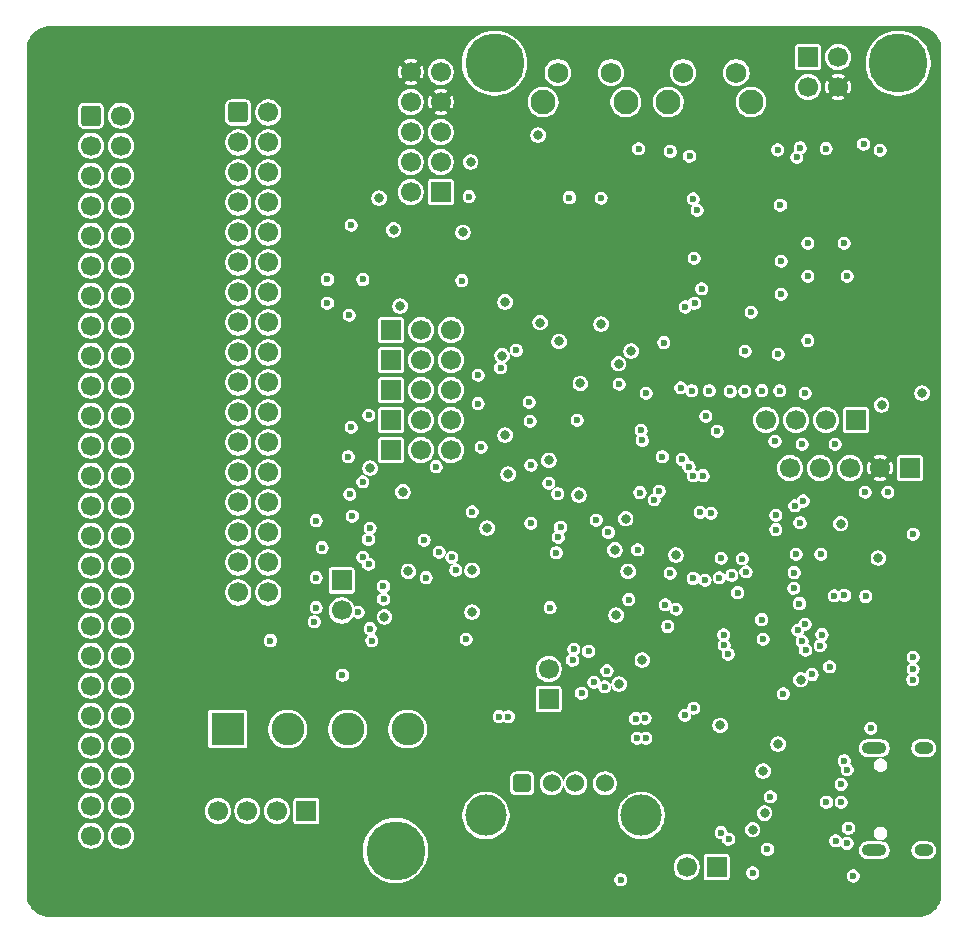
<source format=gbr>
%TF.GenerationSoftware,KiCad,Pcbnew,9.0.4-1.fc42*%
%TF.CreationDate,2025-09-30T23:52:09+02:00*%
%TF.ProjectId,SweFlopsMini8,53776546-6c6f-4707-934d-696e69382e6b,1.01*%
%TF.SameCoordinates,PX5243920PY1cca9b0*%
%TF.FileFunction,Copper,L2,Inr*%
%TF.FilePolarity,Positive*%
%FSLAX46Y46*%
G04 Gerber Fmt 4.6, Leading zero omitted, Abs format (unit mm)*
G04 Created by KiCad (PCBNEW 9.0.4-1.fc42) date 2025-09-30 23:52:09*
%MOMM*%
%LPD*%
G01*
G04 APERTURE LIST*
G04 Aperture macros list*
%AMRoundRect*
0 Rectangle with rounded corners*
0 $1 Rounding radius*
0 $2 $3 $4 $5 $6 $7 $8 $9 X,Y pos of 4 corners*
0 Add a 4 corners polygon primitive as box body*
4,1,4,$2,$3,$4,$5,$6,$7,$8,$9,$2,$3,0*
0 Add four circle primitives for the rounded corners*
1,1,$1+$1,$2,$3*
1,1,$1+$1,$4,$5*
1,1,$1+$1,$6,$7*
1,1,$1+$1,$8,$9*
0 Add four rect primitives between the rounded corners*
20,1,$1+$1,$2,$3,$4,$5,0*
20,1,$1+$1,$4,$5,$6,$7,0*
20,1,$1+$1,$6,$7,$8,$9,0*
20,1,$1+$1,$8,$9,$2,$3,0*%
G04 Aperture macros list end*
%TA.AperFunction,ComponentPad*%
%ADD10RoundRect,0.250000X-0.600000X-0.600000X0.600000X-0.600000X0.600000X0.600000X-0.600000X0.600000X0*%
%TD*%
%TA.AperFunction,ComponentPad*%
%ADD11C,1.700000*%
%TD*%
%TA.AperFunction,ComponentPad*%
%ADD12R,1.700000X1.700000*%
%TD*%
%TA.AperFunction,ComponentPad*%
%ADD13C,5.000000*%
%TD*%
%TA.AperFunction,ComponentPad*%
%ADD14O,2.100000X1.000000*%
%TD*%
%TA.AperFunction,ComponentPad*%
%ADD15O,1.600000X1.000000*%
%TD*%
%TA.AperFunction,ComponentPad*%
%ADD16C,2.100000*%
%TD*%
%TA.AperFunction,ComponentPad*%
%ADD17C,1.750000*%
%TD*%
%TA.AperFunction,ComponentPad*%
%ADD18RoundRect,0.250000X-0.512000X-0.512000X0.512000X-0.512000X0.512000X0.512000X-0.512000X0.512000X0*%
%TD*%
%TA.AperFunction,ComponentPad*%
%ADD19C,1.524000*%
%TD*%
%TA.AperFunction,ComponentPad*%
%ADD20C,3.500000*%
%TD*%
%TA.AperFunction,ComponentPad*%
%ADD21R,2.780000X2.780000*%
%TD*%
%TA.AperFunction,ComponentPad*%
%ADD22C,2.780000*%
%TD*%
%TA.AperFunction,ViaPad*%
%ADD23C,0.600000*%
%TD*%
%TA.AperFunction,ViaPad*%
%ADD24C,0.800000*%
%TD*%
G04 APERTURE END LIST*
D10*
%TO.N,GND*%
%TO.C,P1*%
X4700000Y-32670000D03*
D11*
%TO.N,/~{dskchg}*%
X7240000Y-32670000D03*
%TO.N,GND*%
X4700000Y-35210000D03*
%TO.N,/~{inuse}*%
X7240000Y-35210000D03*
%TO.N,GND*%
X4700000Y-37750000D03*
%TO.N,/~{sel3}*%
X7240000Y-37750000D03*
%TO.N,GND*%
X4700000Y-40290000D03*
%TO.N,/~{index}*%
X7240000Y-40290000D03*
%TO.N,GND*%
X4700000Y-42830000D03*
%TO.N,/~{sel0}*%
X7240000Y-42830000D03*
%TO.N,GND*%
X4700000Y-45370000D03*
%TO.N,/~{sel1}*%
X7240000Y-45370000D03*
%TO.N,GND*%
X4700000Y-47910000D03*
%TO.N,/~{sel2}*%
X7240000Y-47910000D03*
%TO.N,GND*%
X4700000Y-50450000D03*
%TO.N,/~{mtron}*%
X7240000Y-50450000D03*
%TO.N,GND*%
X4700000Y-52990000D03*
%TO.N,/dir*%
X7240000Y-52990000D03*
%TO.N,GND*%
X4700000Y-55530000D03*
%TO.N,/~{step}*%
X7240000Y-55530000D03*
%TO.N,GND*%
X4700000Y-58070000D03*
%TO.N,/~{wdata}*%
X7240000Y-58070000D03*
%TO.N,GND*%
X4700000Y-60610000D03*
%TO.N,/~{wgate}*%
X7240000Y-60610000D03*
%TO.N,GND*%
X4700000Y-63150000D03*
%TO.N,/~{trk0}*%
X7240000Y-63150000D03*
%TO.N,GND*%
X4700000Y-65690000D03*
%TO.N,/~{wprot}*%
X7240000Y-65690000D03*
%TO.N,GND*%
X4700000Y-68230000D03*
%TO.N,/~{rdata}*%
X7240000Y-68230000D03*
%TO.N,GND*%
X4700000Y-70770000D03*
%TO.N,/~{side}*%
X7240000Y-70770000D03*
%TO.N,GND*%
X4700000Y-73310000D03*
%TO.N,/~{rdy}*%
X7240000Y-73310000D03*
%TD*%
D12*
%TO.N,GND*%
%TO.C,P6*%
X61563000Y-62774000D03*
D11*
%TO.N,+3V3*%
X59023000Y-62774000D03*
%TO.N,/ja*%
X56483000Y-62774000D03*
%TO.N,/enc_dt*%
X53943000Y-62774000D03*
%TO.N,/enc_clk*%
X51403000Y-62774000D03*
%TD*%
D12*
%TO.N,/~{selx}*%
%TO.C,PA5*%
X17626000Y-51090000D03*
D11*
%TO.N,/~{sel0}*%
X20166000Y-51090000D03*
%TO.N,/~{sely}*%
X22706000Y-51090000D03*
%TD*%
D12*
%TO.N,/~{selx}*%
%TO.C,PB5*%
X17626000Y-53630000D03*
D11*
%TO.N,/~{sel1}*%
X20166000Y-53630000D03*
%TO.N,/~{sely}*%
X22706000Y-53630000D03*
%TD*%
D12*
%TO.N,/~{selx}*%
%TO.C,PC5*%
X17626000Y-56170000D03*
D11*
%TO.N,/~{sel2}*%
X20166000Y-56170000D03*
%TO.N,/~{sely}*%
X22706000Y-56170000D03*
%TD*%
D12*
%TO.N,/~{selx}*%
%TO.C,PD5*%
X17626000Y-61250000D03*
D11*
%TO.N,/~{mtron}*%
X20166000Y-61250000D03*
%TO.N,/~{sely}*%
X22706000Y-61250000D03*
%TD*%
D12*
%TO.N,/nrst*%
%TO.C,P4*%
X21827000Y-39406000D03*
D11*
%TO.N,GND*%
X19287000Y-39406000D03*
%TO.N,/rx*%
X21827000Y-36866000D03*
%TO.N,+5V*%
X19287000Y-36866000D03*
%TO.N,/tx*%
X21827000Y-34326000D03*
%TO.N,GND*%
X19287000Y-34326000D03*
%TO.N,+3V3*%
X21827000Y-31786000D03*
%TO.N,GND*%
X19287000Y-31786000D03*
%TO.N,/boot0*%
X21827000Y-29246000D03*
%TO.N,+3V3*%
X19287000Y-29246000D03*
%TD*%
D12*
%TO.N,/jc*%
%TO.C,P5*%
X30961000Y-82332000D03*
D11*
%TO.N,GND*%
X30961000Y-79792000D03*
%TD*%
D12*
%TO.N,/spk+*%
%TO.C,P9*%
X45185000Y-96556000D03*
D11*
%TO.N,/spk-*%
X42645000Y-96556000D03*
%TD*%
D13*
%TO.N,GND*%
%TO.C,H2*%
X60552000Y-28484000D03*
%TD*%
D12*
%TO.N,ESP32_IO0*%
%TO.C,P11*%
X56996000Y-58710000D03*
D11*
%TO.N,ESP32_EN*%
X54456000Y-58710000D03*
%TO.N,/esp32_tx*%
X51916000Y-58710000D03*
%TO.N,/esp32_rx*%
X49376000Y-58710000D03*
%TD*%
D14*
%TO.N,/USB_SHIELD*%
%TO.C,USB1*%
X58545000Y-95130000D03*
D15*
X62725000Y-95130000D03*
D14*
X58545000Y-86490000D03*
D15*
X62725000Y-86490000D03*
%TD*%
D12*
%TO.N,/~{selx}*%
%TO.C,PE5*%
X17626000Y-58710000D03*
D11*
%TO.N,/~{sel3}*%
X20166000Y-58710000D03*
%TO.N,/~{sely}*%
X22706000Y-58710000D03*
%TD*%
D12*
%TO.N,+5V*%
%TO.C,e1*%
X10454000Y-91804000D03*
D11*
%TO.N,GND*%
X7954000Y-91804000D03*
X5454000Y-91804000D03*
%TO.N,unconnected-(e1-Pin_4-Pad4)*%
X2954000Y-91804000D03*
%TD*%
D16*
%TO.N,*%
%TO.C,S2*%
X41096000Y-31786000D03*
X48106000Y-31786000D03*
D17*
%TO.N,GND*%
X42346000Y-29296000D03*
%TO.N,/bt_left*%
X46846000Y-29296000D03*
%TD*%
D18*
%TO.N,+5V*%
%TO.C,P3*%
X28731000Y-89480500D03*
D19*
%TO.N,/usb-r*%
X31231000Y-89480500D03*
%TO.N,/usb+r*%
X33231000Y-89480500D03*
%TO.N,GND*%
X35731000Y-89480500D03*
D20*
X25661000Y-92190500D03*
X38801000Y-92190500D03*
%TD*%
D10*
%TO.N,GND*%
%TO.C,J12*%
X-7774000Y-32929000D03*
D11*
%TO.N,/~{dskchg}*%
X-5234000Y-32929000D03*
%TO.N,GND*%
X-7774000Y-35469000D03*
%TO.N,unconnected-(J12-Pin_4-Pad4)*%
X-5234000Y-35469000D03*
%TO.N,GND*%
X-7774000Y-38009000D03*
%TO.N,unconnected-(J12-Pin_6-Pad6)*%
X-5234000Y-38009000D03*
%TO.N,GND*%
X-7774000Y-40549000D03*
%TO.N,unconnected-(J12-Pin_8-Pad8)*%
X-5234000Y-40549000D03*
%TO.N,GND*%
X-7774000Y-43089000D03*
%TO.N,/~{FD2S}*%
X-5234000Y-43089000D03*
%TO.N,GND*%
X-7774000Y-45629000D03*
%TO.N,/~{rdy}*%
X-5234000Y-45629000D03*
%TO.N,GND*%
X-7774000Y-48169000D03*
%TO.N,/~{side}*%
X-5234000Y-48169000D03*
%TO.N,GND*%
X-7774000Y-50709000D03*
%TO.N,/~{inuse}*%
X-5234000Y-50709000D03*
%TO.N,GND*%
X-7774000Y-53249000D03*
%TO.N,/~{mtron}*%
X-5234000Y-53249000D03*
%TO.N,GND*%
X-7774000Y-55789000D03*
%TO.N,/~{index}*%
X-5234000Y-55789000D03*
%TO.N,GND*%
X-7774000Y-58329000D03*
%TO.N,/~{rdy}*%
X-5234000Y-58329000D03*
%TO.N,GND*%
X-7774000Y-60869000D03*
%TO.N,unconnected-(J12-Pin_24-Pad24)*%
X-5234000Y-60869000D03*
%TO.N,GND*%
X-7774000Y-63409000D03*
%TO.N,/~{sel0}*%
X-5234000Y-63409000D03*
%TO.N,GND*%
X-7774000Y-65949000D03*
%TO.N,/~{sel1}*%
X-5234000Y-65949000D03*
%TO.N,GND*%
X-7774000Y-68489000D03*
%TO.N,/~{sel2}*%
X-5234000Y-68489000D03*
%TO.N,GND*%
X-7774000Y-71029000D03*
%TO.N,/~{sel3}*%
X-5234000Y-71029000D03*
%TO.N,GND*%
X-7774000Y-73569000D03*
%TO.N,/dir*%
X-5234000Y-73569000D03*
%TO.N,GND*%
X-7774000Y-76109000D03*
%TO.N,/~{step}*%
X-5234000Y-76109000D03*
%TO.N,GND*%
X-7774000Y-78649000D03*
%TO.N,/~{wdata}*%
X-5234000Y-78649000D03*
%TO.N,GND*%
X-7774000Y-81189000D03*
%TO.N,/~{wgate}*%
X-5234000Y-81189000D03*
%TO.N,GND*%
X-7774000Y-83729000D03*
%TO.N,/~{trk0}*%
X-5234000Y-83729000D03*
%TO.N,unconnected-(J12-Pin_43-Pad43)*%
X-7774000Y-86269000D03*
%TO.N,/~{wprot}*%
X-5234000Y-86269000D03*
%TO.N,GND*%
X-7774000Y-88809000D03*
%TO.N,/~{rdata}*%
X-5234000Y-88809000D03*
%TO.N,/~{EXT_MOTOR}*%
X-7774000Y-91349000D03*
%TO.N,unconnected-(J12-Pin_48-Pad48)*%
X-5234000Y-91349000D03*
%TO.N,GND*%
X-7774000Y-93889000D03*
%TO.N,unconnected-(J12-Pin_50-Pad50)*%
X-5234000Y-93889000D03*
%TD*%
D12*
%TO.N,/~{sel3}*%
%TO.C,P10*%
X13435000Y-72294000D03*
D11*
%TO.N,/~{rdy}*%
X13435000Y-74834000D03*
%TD*%
D16*
%TO.N,*%
%TO.C,S1*%
X30496000Y-31786000D03*
X37506000Y-31786000D03*
D17*
%TO.N,GND*%
X31746000Y-29296000D03*
%TO.N,/bt_right*%
X36246000Y-29296000D03*
%TD*%
D13*
%TO.N,unconnected-(H4-Pad1)*%
%TO.C,H4*%
X18007000Y-95159000D03*
%TD*%
D21*
%TO.N,unconnected-(J1-Pin_1-Pad1)*%
%TO.C,J1*%
X3783000Y-84872000D03*
D22*
%TO.N,GND*%
X8863000Y-84872000D03*
X13943000Y-84872000D03*
%TO.N,+5V*%
X19023000Y-84872000D03*
%TD*%
D13*
%TO.N,GND*%
%TO.C,H1*%
X26389000Y-28484000D03*
%TD*%
D12*
%TO.N,/disp_dio*%
%TO.C,J3*%
X52932000Y-27976000D03*
D11*
%TO.N,/disp_clk*%
X55472000Y-27976000D03*
%TO.N,GND*%
X52932000Y-30516000D03*
%TO.N,+3V3*%
X55472000Y-30516000D03*
%TD*%
D23*
%TO.N,GND*%
X48240000Y-97060000D03*
X52678000Y-56424000D03*
X47598000Y-52868000D03*
D24*
X24484000Y-74966000D03*
D23*
X55980000Y-43724000D03*
D24*
X30072000Y-34580000D03*
D23*
X52917000Y-46518000D03*
X43918245Y-47599008D03*
X48106000Y-49566000D03*
X47368000Y-70459746D03*
D24*
X33645638Y-55614512D03*
D23*
X50646000Y-45248000D03*
X24992000Y-54900000D03*
D24*
X25754000Y-67854000D03*
D23*
X11784000Y-69505000D03*
X13511200Y-80300000D03*
X35406000Y-39914000D03*
X11276000Y-67219000D03*
X11276000Y-74585000D03*
X20420000Y-68870000D03*
X31088000Y-74585000D03*
D24*
X36574892Y-69693918D03*
X37487540Y-67054708D03*
D23*
X13990000Y-61810000D03*
D24*
X30247220Y-50455000D03*
D23*
X46179097Y-78530425D03*
X40725000Y-52152165D03*
D24*
X37946000Y-52868000D03*
D23*
X55987017Y-87551051D03*
X40841600Y-74356400D03*
D24*
X45490000Y-84560000D03*
D23*
X24992000Y-57313000D03*
X52917000Y-43724000D03*
D24*
X30986400Y-62113600D03*
D23*
X41248000Y-71664000D03*
D24*
X41744000Y-70140000D03*
D23*
X61837000Y-68362000D03*
D24*
X59155000Y-57439996D03*
D23*
X51916000Y-70060000D03*
D24*
X62584000Y-56424000D03*
X31850000Y-52056000D03*
D23*
X45566000Y-70394000D03*
X15848000Y-76363000D03*
X43280000Y-44994000D03*
D24*
X27532000Y-63282000D03*
D23*
X11276000Y-72045000D03*
X42533000Y-49135653D03*
D24*
X36676000Y-75220000D03*
D23*
X55218000Y-60742000D03*
X50129863Y-60496137D03*
X52424000Y-60742000D03*
X14832000Y-74966000D03*
D24*
X36882269Y-53931731D03*
X24484000Y-71426498D03*
X55677400Y-67473560D03*
D23*
X30986400Y-64044000D03*
D24*
X37692000Y-71511600D03*
X50392000Y-86142000D03*
D23*
X39216000Y-56424000D03*
X56740000Y-97310000D03*
X58240000Y-84810000D03*
X33374000Y-58710000D03*
X42273390Y-62045000D03*
X52917000Y-51979000D03*
X50589677Y-40515871D03*
X49741004Y-90610086D03*
X50646000Y-48042000D03*
D24*
X24356998Y-36866000D03*
D23*
X56240000Y-94560000D03*
X45413600Y-72070400D03*
X50392000Y-53122000D03*
X29459980Y-67450020D03*
X41044800Y-76185200D03*
D24*
X58875600Y-70394000D03*
X27278000Y-48703984D03*
D23*
X56234000Y-46518000D03*
X43534000Y-40930000D03*
D24*
X23710000Y-42822461D03*
X52297000Y-80679710D03*
D23*
X38696902Y-64847190D03*
X37082400Y-97622800D03*
D24*
X49246881Y-91986119D03*
X38890881Y-79029144D03*
D23*
X14240000Y-59310000D03*
D24*
X36930000Y-81062000D03*
D23*
X54752088Y-79598994D03*
%TO.N,/nrst*%
X41756000Y-74712000D03*
X47678000Y-71565918D03*
X50362000Y-35841543D03*
X24230000Y-39787000D03*
X37735792Y-73906208D03*
D24*
%TO.N,+3V3*%
X33120000Y-44740000D03*
D23*
X61060004Y-36104000D03*
D24*
X34390000Y-44740000D03*
X35660000Y-40930000D03*
X27278000Y-43978000D03*
X32547220Y-50455000D03*
X51445037Y-68536371D03*
X36706220Y-77764586D03*
D23*
X49376000Y-80554000D03*
D24*
X36930000Y-40930000D03*
X36930000Y-44740000D03*
X36930000Y-46010000D03*
X39934189Y-67135811D03*
X29310000Y-43470000D03*
X61931119Y-82521542D03*
X47852000Y-82078000D03*
X35660000Y-44740000D03*
X54412261Y-65924000D03*
X36930000Y-47280000D03*
X31850000Y-44740000D03*
X36930000Y-42200000D03*
X50138000Y-88809000D03*
X26770000Y-42200000D03*
X30580000Y-44740000D03*
X29310000Y-46010000D03*
X49503000Y-87158000D03*
X34390000Y-46010000D03*
X35660000Y-42200000D03*
X59282000Y-34834000D03*
X30580000Y-46010000D03*
X52325000Y-70923474D03*
X63217231Y-76121754D03*
X51789000Y-81697000D03*
X36930000Y-48550000D03*
X39942629Y-80518629D03*
X35660000Y-46010000D03*
X44931000Y-64933000D03*
X28040000Y-42200000D03*
X36930000Y-43470000D03*
X31850000Y-46010000D03*
X33120000Y-46010000D03*
X60044000Y-33056008D03*
X35660000Y-43470000D03*
X39903101Y-60689899D03*
X29310000Y-42200000D03*
X29310000Y-44740000D03*
X62076000Y-59218000D03*
X62838000Y-65060000D03*
%TO.N,+5V*%
X27024000Y-53249000D03*
X49122000Y-88428000D03*
X48233000Y-93381000D03*
X17834542Y-42603460D03*
X16610000Y-39914000D03*
X15848000Y-62774000D03*
D23*
X36930000Y-55662000D03*
D24*
X18388000Y-49058000D03*
X35405992Y-50581992D03*
X19088642Y-71512457D03*
D23*
X49490000Y-95060000D03*
D24*
X17067200Y-75372400D03*
X27278000Y-59980000D03*
X18627366Y-64781213D03*
D23*
%TO.N,/disp_clk*%
X42152000Y-55980293D03*
X44270491Y-58394062D03*
X50544400Y-56220798D03*
X53265001Y-80249936D03*
%TO.N,/disp_dio*%
X50835380Y-81888620D03*
X49011767Y-56212167D03*
%TO.N,/~{selx}*%
X61822000Y-79792000D03*
X34345115Y-78290619D03*
X23610000Y-46899000D03*
X32730803Y-39871957D03*
%TO.N,/~{dskchg}*%
X14240000Y-42200000D03*
X26897000Y-54265000D03*
%TO.N,/~{inuse}*%
X15240000Y-46810000D03*
%TO.N,/~{index}*%
X21690000Y-69886000D03*
X14070000Y-49820000D03*
%TO.N,/~{sel0}*%
X12240000Y-46810000D03*
%TO.N,/~{sel1}*%
X12240000Y-48810000D03*
%TO.N,/~{mtron}*%
X38490481Y-69700845D03*
X21436000Y-62647000D03*
X25246008Y-60996000D03*
%TO.N,/dir*%
X33754992Y-81823992D03*
X15240000Y-63942400D03*
%TO.N,/~{step}*%
X33093477Y-78130440D03*
X14131707Y-64998293D03*
%TO.N,/~{wdata}*%
X14353000Y-66838000D03*
X31976256Y-67803298D03*
X44209783Y-72258217D03*
X36013895Y-68213682D03*
%TO.N,/~{wgate}*%
X15848000Y-67854000D03*
X31790658Y-68632790D03*
%TO.N,/~{trk0}*%
X15721000Y-68810000D03*
X24484000Y-66486000D03*
%TO.N,/~{wprot}*%
X22769505Y-70330505D03*
X15240000Y-70310000D03*
%TO.N,/~{rdata}*%
X15721000Y-70902000D03*
X23091329Y-71409510D03*
%TO.N,/~{side}*%
X16981591Y-72800591D03*
X31613000Y-69932790D03*
X39899000Y-65459486D03*
X44712805Y-66587000D03*
%TO.N,/~{rdy}*%
X16000400Y-77379000D03*
X7415852Y-77379000D03*
X23976000Y-77252000D03*
%TO.N,/rx*%
X38327000Y-83983000D03*
X46465761Y-71853274D03*
X38454000Y-85634000D03*
X46201000Y-94186000D03*
%TO.N,/tx*%
X45566000Y-93636000D03*
X39126236Y-83947999D03*
X46963000Y-73315000D03*
X39204003Y-85634000D03*
%TO.N,/boot0*%
X38581000Y-35741000D03*
X38793824Y-59589403D03*
X28229802Y-52805198D03*
%TO.N,/ja*%
X52058908Y-76500295D03*
X51807606Y-65975614D03*
%TO.N,/jb*%
X32993000Y-79030000D03*
X20589000Y-72045000D03*
%TO.N,/usb+*%
X42491847Y-83703600D03*
X51753957Y-71619112D03*
%TO.N,/usb-*%
X43240000Y-83094000D03*
X51721541Y-72938461D03*
%TO.N,Net-(RN4-Pad2)*%
X35003481Y-67186947D03*
X35907496Y-79937948D03*
%TO.N,/~{index_3v3}*%
X29310000Y-57186000D03*
X40335879Y-64730349D03*
%TO.N,/~{trk0_3v3}*%
X29395926Y-58796425D03*
X43219032Y-63425489D03*
%TO.N,/~{wprot_3v3}*%
X29472000Y-62520000D03*
X43786405Y-66526012D03*
%TO.N,/~{rdy_3v3}*%
X44042000Y-63409000D03*
X38901944Y-60432501D03*
%TO.N,/~{rdata_3v3}*%
X31726398Y-64942291D03*
X35706927Y-81295935D03*
%TO.N,/~{sely}*%
X61791880Y-80681120D03*
X34801189Y-80896580D03*
%TO.N,/io2*%
X45778737Y-76911000D03*
X52252234Y-35649000D03*
%TO.N,/~{sel3}*%
X11123600Y-75778800D03*
X16991000Y-73860000D03*
%TO.N,/~{sel2}*%
X15740000Y-58310000D03*
%TO.N,/spk-*%
X26770000Y-83814000D03*
%TO.N,/spk+*%
X27560909Y-83827091D03*
%TO.N,/io1*%
X45820000Y-77760000D03*
X51971744Y-36451390D03*
%TO.N,/bt_right*%
X43193650Y-39985381D03*
X42899000Y-36358000D03*
X52673000Y-75987567D03*
%TO.N,/bt_left*%
X43317317Y-48808010D03*
X41265483Y-35959517D03*
X52204000Y-74247102D03*
%TO.N,/spi_clk*%
X57808800Y-73645200D03*
X57757998Y-64806000D03*
%TO.N,/spi_do*%
X59688400Y-64806000D03*
X61822000Y-78776000D03*
%TO.N,Net-(D3-A)*%
X57631000Y-35342000D03*
X54456000Y-35723000D03*
%TO.N,/spi_sel*%
X55160054Y-73597554D03*
X45246234Y-59653253D03*
X49122000Y-77252000D03*
X48995000Y-75602000D03*
%TO.N,ESP32_IO0*%
X59028000Y-35850000D03*
%TO.N,/spi_di_esp*%
X54011620Y-70081220D03*
X43074997Y-56218997D03*
X50200142Y-67978722D03*
X52251128Y-67399381D03*
%TO.N,/spi_clk_esp*%
X50200023Y-66754413D03*
X44574997Y-56224002D03*
%TO.N,/spi_do_esp*%
X52512261Y-65565641D03*
X46351600Y-56279032D03*
%TO.N,/spi_cs_esp*%
X56008800Y-73551360D03*
X47575000Y-56271600D03*
%TO.N,/spi_do_stm*%
X52720289Y-78176710D03*
X53961420Y-77803679D03*
%TO.N,/spi_di_stm*%
X52425000Y-77429164D03*
X54110000Y-76871000D03*
D24*
%TO.N,/sd_gnd*%
X33531876Y-65058037D03*
D23*
X43227037Y-72124000D03*
%TO.N,/sd_pwr*%
X40602052Y-61808800D03*
X42846415Y-62661512D03*
%TO.N,Net-(U7-VBUS)*%
X56240000Y-88310000D03*
X55272000Y-94342000D03*
X56354000Y-93260000D03*
X54490000Y-91060000D03*
%TO.N,Net-(USB1-DP1)*%
X55740000Y-89560000D03*
X55740000Y-91060000D03*
%TD*%
%TA.AperFunction,Conductor*%
%TO.N,+3V3*%
G36*
X62240381Y-25335525D02*
G01*
X62496971Y-25352342D01*
X62498465Y-25352539D01*
X62750288Y-25402629D01*
X62751763Y-25403025D01*
X62994883Y-25485554D01*
X62996297Y-25486140D01*
X63226570Y-25599697D01*
X63227880Y-25600453D01*
X63260493Y-25622245D01*
X63441358Y-25743096D01*
X63442572Y-25744027D01*
X63465507Y-25764140D01*
X63635613Y-25913319D01*
X63636680Y-25914386D01*
X63686882Y-25971630D01*
X63805972Y-26107427D01*
X63806903Y-26108641D01*
X63949541Y-26322112D01*
X63950306Y-26323437D01*
X64063859Y-26553702D01*
X64064445Y-26555116D01*
X64146974Y-26798236D01*
X64147370Y-26799714D01*
X64197458Y-27051522D01*
X64197658Y-27053040D01*
X64214475Y-27309618D01*
X64214500Y-27310383D01*
X64214500Y-98809616D01*
X64214475Y-98810381D01*
X64197658Y-99066959D01*
X64197458Y-99068477D01*
X64147370Y-99320285D01*
X64146974Y-99321763D01*
X64064445Y-99564883D01*
X64063859Y-99566297D01*
X63950306Y-99796562D01*
X63949541Y-99797887D01*
X63806903Y-100011358D01*
X63805972Y-100012572D01*
X63636688Y-100205605D01*
X63635605Y-100206688D01*
X63442572Y-100375972D01*
X63441358Y-100376903D01*
X63227887Y-100519541D01*
X63226562Y-100520306D01*
X62996297Y-100633859D01*
X62994883Y-100634445D01*
X62751763Y-100716974D01*
X62750285Y-100717370D01*
X62498477Y-100767458D01*
X62496959Y-100767658D01*
X62240381Y-100784475D01*
X62239616Y-100784500D01*
X-11259616Y-100784500D01*
X-11260381Y-100784475D01*
X-11516960Y-100767658D01*
X-11518478Y-100767458D01*
X-11770286Y-100717370D01*
X-11771764Y-100716974D01*
X-12014884Y-100634445D01*
X-12016298Y-100633859D01*
X-12246563Y-100520306D01*
X-12247888Y-100519541D01*
X-12461359Y-100376903D01*
X-12462573Y-100375972D01*
X-12543007Y-100305433D01*
X-12655614Y-100206680D01*
X-12656681Y-100205613D01*
X-12825973Y-100012572D01*
X-12826904Y-100011358D01*
X-12876106Y-99937722D01*
X-12969547Y-99797880D01*
X-12970303Y-99796570D01*
X-13083860Y-99566297D01*
X-13084446Y-99564883D01*
X-13166975Y-99321763D01*
X-13167371Y-99320285D01*
X-13190103Y-99206003D01*
X-13217461Y-99068465D01*
X-13217658Y-99066971D01*
X-13234475Y-98810381D01*
X-13234500Y-98809616D01*
X-13234500Y-95004308D01*
X15252500Y-95004308D01*
X15252500Y-95313691D01*
X15287138Y-95621116D01*
X15355983Y-95922747D01*
X15458161Y-96214757D01*
X15458168Y-96214772D01*
X15592392Y-96493489D01*
X15592399Y-96493503D01*
X15756998Y-96755462D01*
X15845380Y-96866289D01*
X15927713Y-96969532D01*
X15949893Y-96997344D01*
X16168656Y-97216107D01*
X16410538Y-97409002D01*
X16672497Y-97573601D01*
X16796463Y-97633300D01*
X16951227Y-97707831D01*
X16951242Y-97707838D01*
X17243252Y-97810016D01*
X17243255Y-97810017D01*
X17544877Y-97878860D01*
X17544880Y-97878860D01*
X17544883Y-97878861D01*
X17852309Y-97913500D01*
X17852311Y-97913500D01*
X18161691Y-97913500D01*
X18469116Y-97878861D01*
X18469117Y-97878860D01*
X18469123Y-97878860D01*
X18770745Y-97810017D01*
X18931664Y-97753709D01*
X19062757Y-97707838D01*
X19062759Y-97707836D01*
X19062762Y-97707836D01*
X19341503Y-97573601D01*
X19379389Y-97549796D01*
X36527900Y-97549796D01*
X36527900Y-97695803D01*
X36565686Y-97836827D01*
X36565688Y-97836831D01*
X36638686Y-97963267D01*
X36638688Y-97963270D01*
X36638689Y-97963271D01*
X36741929Y-98066511D01*
X36741930Y-98066512D01*
X36741932Y-98066513D01*
X36868368Y-98139511D01*
X36868372Y-98139513D01*
X36979593Y-98169313D01*
X37009396Y-98177299D01*
X37009398Y-98177300D01*
X37009399Y-98177300D01*
X37155402Y-98177300D01*
X37155402Y-98177299D01*
X37225915Y-98158406D01*
X37296427Y-98139513D01*
X37296431Y-98139511D01*
X37338576Y-98115178D01*
X37422871Y-98066511D01*
X37526111Y-97963271D01*
X37599112Y-97836829D01*
X37606297Y-97810016D01*
X37621384Y-97753709D01*
X37636900Y-97695801D01*
X37636900Y-97549799D01*
X37624977Y-97505300D01*
X37599113Y-97408772D01*
X37599111Y-97408768D01*
X37526113Y-97282332D01*
X37526109Y-97282327D01*
X37422872Y-97179090D01*
X37422867Y-97179086D01*
X37296431Y-97106088D01*
X37296427Y-97106086D01*
X37155403Y-97068300D01*
X37155401Y-97068300D01*
X37009399Y-97068300D01*
X37009396Y-97068300D01*
X36868372Y-97106086D01*
X36868368Y-97106088D01*
X36741932Y-97179086D01*
X36741927Y-97179090D01*
X36638690Y-97282327D01*
X36638686Y-97282332D01*
X36565688Y-97408768D01*
X36565686Y-97408772D01*
X36527900Y-97549796D01*
X19379389Y-97549796D01*
X19603462Y-97409002D01*
X19845344Y-97216107D01*
X20064107Y-96997344D01*
X20257002Y-96755462D01*
X20421601Y-96493503D01*
X20429749Y-96476582D01*
X20433366Y-96469073D01*
X41540500Y-96469073D01*
X41540500Y-96642926D01*
X41567695Y-96814630D01*
X41567699Y-96814646D01*
X41621416Y-96979972D01*
X41621418Y-96979976D01*
X41621420Y-96979981D01*
X41630267Y-96997344D01*
X41700350Y-97134890D01*
X41802527Y-97275523D01*
X41802531Y-97275527D01*
X41802535Y-97275533D01*
X41925467Y-97398465D01*
X41925472Y-97398469D01*
X41925476Y-97398472D01*
X42066109Y-97500649D01*
X42066114Y-97500651D01*
X42066116Y-97500653D01*
X42221019Y-97579580D01*
X42221024Y-97579581D01*
X42221027Y-97579583D01*
X42251500Y-97589484D01*
X42386362Y-97633303D01*
X42456253Y-97644372D01*
X42558073Y-97660500D01*
X42558074Y-97660500D01*
X42731926Y-97660500D01*
X42903638Y-97633303D01*
X43068981Y-97579580D01*
X43223884Y-97500653D01*
X43364533Y-97398465D01*
X43487465Y-97275533D01*
X43589653Y-97134884D01*
X43668580Y-96979981D01*
X43722303Y-96814638D01*
X43749500Y-96642926D01*
X43749500Y-96469074D01*
X43722303Y-96297362D01*
X43668580Y-96132019D01*
X43589653Y-95977116D01*
X43589651Y-95977114D01*
X43589649Y-95977109D01*
X43487472Y-95836476D01*
X43487469Y-95836472D01*
X43487465Y-95836467D01*
X43364533Y-95713535D01*
X43364527Y-95713531D01*
X43364523Y-95713527D01*
X43331897Y-95689823D01*
X43319661Y-95680933D01*
X44080500Y-95680933D01*
X44080500Y-97431066D01*
X44095265Y-97505300D01*
X44095266Y-97505301D01*
X44142982Y-97576713D01*
X44151516Y-97589484D01*
X44235699Y-97645734D01*
X44309933Y-97660500D01*
X46060066Y-97660499D01*
X46134301Y-97645734D01*
X46218484Y-97589484D01*
X46274734Y-97505301D01*
X46289500Y-97431067D01*
X46289499Y-96986996D01*
X47685500Y-96986996D01*
X47685500Y-97133003D01*
X47723286Y-97274027D01*
X47723288Y-97274031D01*
X47796286Y-97400467D01*
X47796288Y-97400470D01*
X47796289Y-97400471D01*
X47899529Y-97503711D01*
X47899530Y-97503712D01*
X47899532Y-97503713D01*
X48025968Y-97576711D01*
X48025972Y-97576713D01*
X48137193Y-97606513D01*
X48166996Y-97614499D01*
X48166998Y-97614500D01*
X48166999Y-97614500D01*
X48313002Y-97614500D01*
X48313002Y-97614499D01*
X48406367Y-97589483D01*
X48454027Y-97576713D01*
X48454031Y-97576711D01*
X48519132Y-97539125D01*
X48580471Y-97503711D01*
X48683711Y-97400471D01*
X48755844Y-97275533D01*
X48756711Y-97274031D01*
X48756711Y-97274030D01*
X48756712Y-97274029D01*
X48766635Y-97236996D01*
X56185500Y-97236996D01*
X56185500Y-97383003D01*
X56223286Y-97524027D01*
X56223288Y-97524031D01*
X56296286Y-97650467D01*
X56296288Y-97650470D01*
X56296289Y-97650471D01*
X56399529Y-97753711D01*
X56399530Y-97753712D01*
X56399532Y-97753713D01*
X56525968Y-97826711D01*
X56525972Y-97826713D01*
X56637193Y-97856513D01*
X56666996Y-97864499D01*
X56666998Y-97864500D01*
X56666999Y-97864500D01*
X56813002Y-97864500D01*
X56813002Y-97864499D01*
X56883515Y-97845606D01*
X56954027Y-97826713D01*
X56954031Y-97826711D01*
X56996176Y-97802378D01*
X57080471Y-97753711D01*
X57183711Y-97650471D01*
X57241834Y-97549798D01*
X57256711Y-97524031D01*
X57256713Y-97524027D01*
X57287533Y-97409002D01*
X57294500Y-97383001D01*
X57294500Y-97236999D01*
X57286513Y-97207193D01*
X57256713Y-97095972D01*
X57256711Y-97095968D01*
X57183713Y-96969532D01*
X57183709Y-96969527D01*
X57080472Y-96866290D01*
X57080467Y-96866286D01*
X56954031Y-96793288D01*
X56954027Y-96793286D01*
X56813003Y-96755500D01*
X56813001Y-96755500D01*
X56666999Y-96755500D01*
X56666996Y-96755500D01*
X56525972Y-96793286D01*
X56525968Y-96793288D01*
X56399532Y-96866286D01*
X56399527Y-96866290D01*
X56296290Y-96969527D01*
X56296286Y-96969532D01*
X56223288Y-97095968D01*
X56223286Y-97095972D01*
X56185500Y-97236996D01*
X48766635Y-97236996D01*
X48794500Y-97133001D01*
X48794500Y-96986999D01*
X48786513Y-96957193D01*
X48756713Y-96845972D01*
X48756711Y-96845968D01*
X48683713Y-96719532D01*
X48683709Y-96719527D01*
X48580472Y-96616290D01*
X48580467Y-96616286D01*
X48454031Y-96543288D01*
X48454027Y-96543286D01*
X48313003Y-96505500D01*
X48313001Y-96505500D01*
X48166999Y-96505500D01*
X48166996Y-96505500D01*
X48025972Y-96543286D01*
X48025968Y-96543288D01*
X47899532Y-96616286D01*
X47899527Y-96616290D01*
X47796290Y-96719527D01*
X47796286Y-96719532D01*
X47723288Y-96845968D01*
X47723286Y-96845972D01*
X47685500Y-96986996D01*
X46289499Y-96986996D01*
X46289499Y-96543288D01*
X46289499Y-95680933D01*
X46274734Y-95606699D01*
X46274733Y-95606698D01*
X46218484Y-95522516D01*
X46218483Y-95522515D01*
X46134301Y-95466266D01*
X46134296Y-95466265D01*
X46060067Y-95451500D01*
X46060066Y-95451500D01*
X44309933Y-95451500D01*
X44235699Y-95466265D01*
X44235698Y-95466266D01*
X44151516Y-95522515D01*
X44151515Y-95522516D01*
X44095266Y-95606698D01*
X44080500Y-95680933D01*
X43319661Y-95680933D01*
X43223890Y-95611350D01*
X43155907Y-95576711D01*
X43068981Y-95532420D01*
X43068978Y-95532419D01*
X43068976Y-95532418D01*
X43068972Y-95532416D01*
X42903646Y-95478699D01*
X42903630Y-95478695D01*
X42731927Y-95451500D01*
X42731926Y-95451500D01*
X42558074Y-95451500D01*
X42558073Y-95451500D01*
X42386369Y-95478695D01*
X42386353Y-95478699D01*
X42221027Y-95532416D01*
X42221023Y-95532418D01*
X42066109Y-95611350D01*
X41925476Y-95713527D01*
X41925460Y-95713541D01*
X41802541Y-95836460D01*
X41802527Y-95836476D01*
X41700350Y-95977109D01*
X41621418Y-96132023D01*
X41621416Y-96132027D01*
X41567699Y-96297353D01*
X41567695Y-96297369D01*
X41540500Y-96469073D01*
X20433366Y-96469073D01*
X20436032Y-96463538D01*
X20555831Y-96214772D01*
X20555838Y-96214757D01*
X20658016Y-95922747D01*
X20658017Y-95922745D01*
X20726860Y-95621123D01*
X20727606Y-95614500D01*
X20761500Y-95313691D01*
X20761500Y-95004308D01*
X20759611Y-94987542D01*
X20759549Y-94986996D01*
X48935500Y-94986996D01*
X48935500Y-95133003D01*
X48973286Y-95274027D01*
X48973288Y-95274031D01*
X49046286Y-95400467D01*
X49046288Y-95400470D01*
X49046289Y-95400471D01*
X49149529Y-95503711D01*
X49149530Y-95503712D01*
X49149532Y-95503713D01*
X49275968Y-95576711D01*
X49275972Y-95576713D01*
X49387193Y-95606513D01*
X49416996Y-95614499D01*
X49416998Y-95614500D01*
X49416999Y-95614500D01*
X49563002Y-95614500D01*
X49563002Y-95614499D01*
X49633515Y-95595606D01*
X49704027Y-95576713D01*
X49704031Y-95576711D01*
X49780752Y-95532416D01*
X49830471Y-95503711D01*
X49933711Y-95400471D01*
X50006712Y-95274029D01*
X50044500Y-95133001D01*
X50044500Y-94986999D01*
X50036513Y-94957193D01*
X50006713Y-94845972D01*
X50006711Y-94845968D01*
X49933713Y-94719532D01*
X49933709Y-94719527D01*
X49830472Y-94616290D01*
X49830467Y-94616286D01*
X49704031Y-94543288D01*
X49704027Y-94543286D01*
X49563003Y-94505500D01*
X49563001Y-94505500D01*
X49416999Y-94505500D01*
X49416996Y-94505500D01*
X49275972Y-94543286D01*
X49275968Y-94543288D01*
X49149532Y-94616286D01*
X49149527Y-94616290D01*
X49046290Y-94719527D01*
X49046286Y-94719532D01*
X48973288Y-94845968D01*
X48973286Y-94845972D01*
X48935500Y-94986996D01*
X20759549Y-94986996D01*
X20726861Y-94696883D01*
X20712280Y-94633001D01*
X20658017Y-94395255D01*
X20658016Y-94395252D01*
X20555838Y-94103242D01*
X20555831Y-94103227D01*
X20457136Y-93898286D01*
X20421601Y-93824497D01*
X20257002Y-93562538D01*
X20064107Y-93320656D01*
X19845344Y-93101893D01*
X19775221Y-93045972D01*
X19616667Y-92919529D01*
X19603462Y-92908998D01*
X19341503Y-92744399D01*
X19341499Y-92744397D01*
X19341489Y-92744392D01*
X19062772Y-92610168D01*
X19062757Y-92610161D01*
X18770747Y-92507983D01*
X18469116Y-92439138D01*
X18161691Y-92404500D01*
X18161689Y-92404500D01*
X17852311Y-92404500D01*
X17852309Y-92404500D01*
X17544883Y-92439138D01*
X17243252Y-92507983D01*
X16951242Y-92610161D01*
X16951227Y-92610168D01*
X16672510Y-92744392D01*
X16672500Y-92744397D01*
X16410536Y-92908999D01*
X16410535Y-92909000D01*
X16168656Y-93101892D01*
X15949892Y-93320656D01*
X15757000Y-93562535D01*
X15756999Y-93562536D01*
X15592397Y-93824500D01*
X15592392Y-93824510D01*
X15458168Y-94103227D01*
X15458161Y-94103242D01*
X15355983Y-94395252D01*
X15287138Y-94696883D01*
X15252500Y-95004308D01*
X-13234500Y-95004308D01*
X-13234500Y-93802073D01*
X-8878500Y-93802073D01*
X-8878500Y-93975926D01*
X-8851305Y-94147630D01*
X-8851301Y-94147646D01*
X-8797584Y-94312972D01*
X-8797582Y-94312976D01*
X-8797580Y-94312981D01*
X-8780770Y-94345972D01*
X-8718650Y-94467890D01*
X-8616473Y-94608523D01*
X-8616469Y-94608527D01*
X-8616465Y-94608533D01*
X-8493533Y-94731465D01*
X-8493528Y-94731469D01*
X-8493524Y-94731472D01*
X-8352891Y-94833649D01*
X-8352886Y-94833651D01*
X-8352884Y-94833653D01*
X-8197981Y-94912580D01*
X-8197976Y-94912581D01*
X-8197973Y-94912583D01*
X-8058930Y-94957760D01*
X-8032638Y-94966303D01*
X-7962747Y-94977372D01*
X-7860927Y-94993500D01*
X-7860926Y-94993500D01*
X-7687074Y-94993500D01*
X-7515362Y-94966303D01*
X-7350019Y-94912580D01*
X-7195116Y-94833653D01*
X-7129132Y-94785713D01*
X-7054477Y-94731472D01*
X-7054467Y-94731465D01*
X-6931535Y-94608533D01*
X-6843234Y-94486998D01*
X-6829351Y-94467890D01*
X-6829351Y-94467888D01*
X-6829347Y-94467884D01*
X-6750420Y-94312981D01*
X-6696697Y-94147638D01*
X-6669500Y-93975926D01*
X-6669500Y-93802074D01*
X-6669500Y-93802073D01*
X-6338500Y-93802073D01*
X-6338500Y-93975926D01*
X-6311305Y-94147630D01*
X-6311301Y-94147646D01*
X-6257584Y-94312972D01*
X-6257582Y-94312976D01*
X-6257580Y-94312981D01*
X-6240770Y-94345972D01*
X-6178650Y-94467890D01*
X-6076473Y-94608523D01*
X-6076469Y-94608527D01*
X-6076465Y-94608533D01*
X-5953533Y-94731465D01*
X-5953528Y-94731469D01*
X-5953524Y-94731472D01*
X-5812891Y-94833649D01*
X-5812886Y-94833651D01*
X-5812884Y-94833653D01*
X-5657981Y-94912580D01*
X-5657976Y-94912581D01*
X-5657973Y-94912583D01*
X-5518930Y-94957760D01*
X-5492638Y-94966303D01*
X-5422747Y-94977372D01*
X-5320927Y-94993500D01*
X-5320926Y-94993500D01*
X-5147074Y-94993500D01*
X-5140299Y-94992427D01*
X-5104536Y-94986762D01*
X-4975362Y-94966303D01*
X-4810019Y-94912580D01*
X-4655116Y-94833653D01*
X-4589132Y-94785713D01*
X-4514477Y-94731472D01*
X-4514467Y-94731465D01*
X-4391535Y-94608533D01*
X-4303234Y-94486998D01*
X-4289351Y-94467890D01*
X-4289351Y-94467888D01*
X-4289347Y-94467884D01*
X-4210420Y-94312981D01*
X-4156697Y-94147638D01*
X-4129500Y-93975926D01*
X-4129500Y-93802074D01*
X-4130111Y-93798219D01*
X-4156696Y-93630369D01*
X-4156697Y-93630362D01*
X-4194185Y-93514986D01*
X-4210417Y-93465027D01*
X-4210419Y-93465023D01*
X-4210420Y-93465019D01*
X-4289347Y-93310116D01*
X-4289349Y-93310114D01*
X-4289351Y-93310109D01*
X-4391528Y-93169476D01*
X-4391531Y-93169472D01*
X-4391535Y-93169467D01*
X-4514467Y-93046535D01*
X-4514473Y-93046531D01*
X-4514477Y-93046527D01*
X-4655110Y-92944350D01*
X-4703828Y-92919527D01*
X-4810019Y-92865420D01*
X-4810022Y-92865419D01*
X-4810024Y-92865418D01*
X-4810028Y-92865416D01*
X-4975354Y-92811699D01*
X-4975370Y-92811695D01*
X-5147073Y-92784500D01*
X-5147074Y-92784500D01*
X-5320926Y-92784500D01*
X-5320927Y-92784500D01*
X-5492631Y-92811695D01*
X-5492647Y-92811699D01*
X-5657973Y-92865416D01*
X-5657977Y-92865418D01*
X-5812891Y-92944350D01*
X-5953524Y-93046527D01*
X-5953540Y-93046541D01*
X-6076459Y-93169460D01*
X-6076473Y-93169476D01*
X-6178650Y-93310109D01*
X-6257582Y-93465023D01*
X-6257584Y-93465027D01*
X-6311301Y-93630353D01*
X-6311305Y-93630369D01*
X-6338500Y-93802073D01*
X-6669500Y-93802073D01*
X-6670111Y-93798219D01*
X-6696696Y-93630369D01*
X-6696697Y-93630362D01*
X-6734185Y-93514986D01*
X-6750417Y-93465027D01*
X-6750419Y-93465023D01*
X-6750420Y-93465019D01*
X-6829347Y-93310116D01*
X-6829349Y-93310114D01*
X-6829351Y-93310109D01*
X-6931528Y-93169476D01*
X-6931531Y-93169472D01*
X-6931535Y-93169467D01*
X-7054467Y-93046535D01*
X-7054473Y-93046531D01*
X-7054477Y-93046527D01*
X-7195110Y-92944350D01*
X-7243828Y-92919527D01*
X-7350019Y-92865420D01*
X-7350022Y-92865419D01*
X-7350024Y-92865418D01*
X-7350028Y-92865416D01*
X-7515354Y-92811699D01*
X-7515370Y-92811695D01*
X-7687073Y-92784500D01*
X-7687074Y-92784500D01*
X-7860926Y-92784500D01*
X-7860927Y-92784500D01*
X-8032631Y-92811695D01*
X-8032647Y-92811699D01*
X-8197973Y-92865416D01*
X-8197977Y-92865418D01*
X-8352891Y-92944350D01*
X-8493524Y-93046527D01*
X-8493540Y-93046541D01*
X-8616459Y-93169460D01*
X-8616473Y-93169476D01*
X-8718650Y-93310109D01*
X-8797582Y-93465023D01*
X-8797584Y-93465027D01*
X-8851301Y-93630353D01*
X-8851305Y-93630369D01*
X-8878500Y-93802073D01*
X-13234500Y-93802073D01*
X-13234500Y-91262073D01*
X-8878500Y-91262073D01*
X-8878500Y-91435926D01*
X-8851305Y-91607630D01*
X-8851301Y-91607646D01*
X-8797584Y-91772972D01*
X-8797582Y-91772976D01*
X-8797580Y-91772981D01*
X-8737484Y-91890926D01*
X-8718650Y-91927890D01*
X-8616473Y-92068523D01*
X-8616469Y-92068527D01*
X-8616465Y-92068533D01*
X-8493533Y-92191465D01*
X-8493528Y-92191469D01*
X-8493524Y-92191472D01*
X-8352891Y-92293649D01*
X-8352886Y-92293651D01*
X-8352884Y-92293653D01*
X-8197981Y-92372580D01*
X-8197976Y-92372581D01*
X-8197973Y-92372583D01*
X-8103305Y-92403342D01*
X-8032638Y-92426303D01*
X-7962747Y-92437372D01*
X-7860927Y-92453500D01*
X-7860926Y-92453500D01*
X-7687074Y-92453500D01*
X-7515362Y-92426303D01*
X-7350019Y-92372580D01*
X-7195116Y-92293653D01*
X-7054467Y-92191465D01*
X-6931535Y-92068533D01*
X-6829347Y-91927884D01*
X-6750420Y-91772981D01*
X-6696697Y-91607638D01*
X-6669500Y-91435926D01*
X-6669500Y-91262074D01*
X-6669500Y-91262073D01*
X-6338500Y-91262073D01*
X-6338500Y-91435926D01*
X-6311305Y-91607630D01*
X-6311301Y-91607646D01*
X-6257584Y-91772972D01*
X-6257582Y-91772976D01*
X-6257580Y-91772981D01*
X-6197484Y-91890926D01*
X-6178650Y-91927890D01*
X-6076473Y-92068523D01*
X-6076469Y-92068527D01*
X-6076465Y-92068533D01*
X-5953533Y-92191465D01*
X-5953528Y-92191469D01*
X-5953524Y-92191472D01*
X-5812891Y-92293649D01*
X-5812886Y-92293651D01*
X-5812884Y-92293653D01*
X-5657981Y-92372580D01*
X-5657976Y-92372581D01*
X-5657973Y-92372583D01*
X-5563305Y-92403342D01*
X-5492638Y-92426303D01*
X-5422747Y-92437372D01*
X-5320927Y-92453500D01*
X-5320926Y-92453500D01*
X-5147074Y-92453500D01*
X-4975362Y-92426303D01*
X-4810019Y-92372580D01*
X-4655116Y-92293653D01*
X-4514467Y-92191465D01*
X-4391535Y-92068533D01*
X-4289347Y-91927884D01*
X-4210420Y-91772981D01*
X-4192254Y-91717073D01*
X1849500Y-91717073D01*
X1849500Y-91890926D01*
X1876695Y-92062630D01*
X1876699Y-92062646D01*
X1930416Y-92227972D01*
X1930418Y-92227976D01*
X1930420Y-92227981D01*
X1978265Y-92321882D01*
X2009350Y-92382890D01*
X2111527Y-92523523D01*
X2111531Y-92523527D01*
X2111535Y-92523533D01*
X2234467Y-92646465D01*
X2234472Y-92646469D01*
X2234476Y-92646472D01*
X2375109Y-92748649D01*
X2375114Y-92748651D01*
X2375116Y-92748653D01*
X2530019Y-92827580D01*
X2530024Y-92827581D01*
X2530027Y-92827583D01*
X2646473Y-92865418D01*
X2695362Y-92881303D01*
X2765253Y-92892372D01*
X2867073Y-92908500D01*
X2867074Y-92908500D01*
X3040926Y-92908500D01*
X3212638Y-92881303D01*
X3377981Y-92827580D01*
X3532884Y-92748653D01*
X3538740Y-92744399D01*
X3673523Y-92646472D01*
X3673533Y-92646465D01*
X3796465Y-92523533D01*
X3847347Y-92453500D01*
X3898649Y-92382890D01*
X3898649Y-92382888D01*
X3898653Y-92382884D01*
X3977580Y-92227981D01*
X4031303Y-92062638D01*
X4058500Y-91890926D01*
X4058500Y-91717074D01*
X4058500Y-91717073D01*
X4349500Y-91717073D01*
X4349500Y-91890926D01*
X4376695Y-92062630D01*
X4376699Y-92062646D01*
X4430416Y-92227972D01*
X4430418Y-92227976D01*
X4430420Y-92227981D01*
X4478265Y-92321882D01*
X4509350Y-92382890D01*
X4611527Y-92523523D01*
X4611531Y-92523527D01*
X4611535Y-92523533D01*
X4734467Y-92646465D01*
X4734472Y-92646469D01*
X4734476Y-92646472D01*
X4875109Y-92748649D01*
X4875114Y-92748651D01*
X4875116Y-92748653D01*
X5030019Y-92827580D01*
X5030024Y-92827581D01*
X5030027Y-92827583D01*
X5146473Y-92865418D01*
X5195362Y-92881303D01*
X5265253Y-92892372D01*
X5367073Y-92908500D01*
X5367074Y-92908500D01*
X5540926Y-92908500D01*
X5712638Y-92881303D01*
X5877981Y-92827580D01*
X6032884Y-92748653D01*
X6038740Y-92744399D01*
X6173523Y-92646472D01*
X6173533Y-92646465D01*
X6296465Y-92523533D01*
X6347347Y-92453500D01*
X6398649Y-92382890D01*
X6398649Y-92382888D01*
X6398653Y-92382884D01*
X6477580Y-92227981D01*
X6531303Y-92062638D01*
X6558500Y-91890926D01*
X6558500Y-91717074D01*
X6558500Y-91717073D01*
X6849500Y-91717073D01*
X6849500Y-91890926D01*
X6876695Y-92062630D01*
X6876699Y-92062646D01*
X6930416Y-92227972D01*
X6930418Y-92227976D01*
X6930420Y-92227981D01*
X6978265Y-92321882D01*
X7009350Y-92382890D01*
X7111527Y-92523523D01*
X7111531Y-92523527D01*
X7111535Y-92523533D01*
X7234467Y-92646465D01*
X7234472Y-92646469D01*
X7234476Y-92646472D01*
X7375109Y-92748649D01*
X7375114Y-92748651D01*
X7375116Y-92748653D01*
X7530019Y-92827580D01*
X7530024Y-92827581D01*
X7530027Y-92827583D01*
X7646473Y-92865418D01*
X7695362Y-92881303D01*
X7765253Y-92892372D01*
X7867073Y-92908500D01*
X7867074Y-92908500D01*
X8040926Y-92908500D01*
X8212638Y-92881303D01*
X8377981Y-92827580D01*
X8532884Y-92748653D01*
X8538740Y-92744399D01*
X8673523Y-92646472D01*
X8673533Y-92646465D01*
X8796465Y-92523533D01*
X8847347Y-92453500D01*
X8898649Y-92382890D01*
X8898649Y-92382888D01*
X8898653Y-92382884D01*
X8977580Y-92227981D01*
X9031303Y-92062638D01*
X9058500Y-91890926D01*
X9058500Y-91717074D01*
X9057854Y-91712998D01*
X9031304Y-91545369D01*
X9031303Y-91545362D01*
X9022760Y-91519070D01*
X8977583Y-91380027D01*
X8977581Y-91380023D01*
X8977580Y-91380019D01*
X8898653Y-91225116D01*
X8898651Y-91225114D01*
X8898649Y-91225109D01*
X8796472Y-91084476D01*
X8796469Y-91084472D01*
X8796465Y-91084467D01*
X8673533Y-90961535D01*
X8673527Y-90961531D01*
X8673523Y-90961527D01*
X8640897Y-90937823D01*
X8628661Y-90928933D01*
X9349500Y-90928933D01*
X9349500Y-92679066D01*
X9364265Y-92753300D01*
X9364266Y-92753301D01*
X9396132Y-92800992D01*
X9420516Y-92837484D01*
X9504699Y-92893734D01*
X9578933Y-92908500D01*
X11329066Y-92908499D01*
X11403301Y-92893734D01*
X11487484Y-92837484D01*
X11543734Y-92753301D01*
X11558500Y-92679067D01*
X11558499Y-92059118D01*
X23656500Y-92059118D01*
X23656500Y-92321881D01*
X23690797Y-92582396D01*
X23758805Y-92836206D01*
X23758809Y-92836217D01*
X23856051Y-93070979D01*
X23859361Y-93078970D01*
X23990743Y-93306530D01*
X23990748Y-93306536D01*
X23990749Y-93306538D01*
X24079324Y-93421972D01*
X24150703Y-93514995D01*
X24336505Y-93700797D01*
X24544970Y-93860757D01*
X24772530Y-93992139D01*
X25015292Y-94092694D01*
X25269102Y-94160702D01*
X25529618Y-94195000D01*
X25792382Y-94195000D01*
X26052898Y-94160702D01*
X26306708Y-94092694D01*
X26549470Y-93992139D01*
X26777030Y-93860757D01*
X26985495Y-93700797D01*
X27171297Y-93514995D01*
X27331257Y-93306530D01*
X27462639Y-93078970D01*
X27563194Y-92836208D01*
X27631202Y-92582398D01*
X27665500Y-92321882D01*
X27665500Y-92059118D01*
X36796500Y-92059118D01*
X36796500Y-92321881D01*
X36830797Y-92582396D01*
X36898805Y-92836206D01*
X36898809Y-92836217D01*
X36996051Y-93070979D01*
X36999361Y-93078970D01*
X37130743Y-93306530D01*
X37130748Y-93306536D01*
X37130749Y-93306538D01*
X37219324Y-93421972D01*
X37290703Y-93514995D01*
X37476505Y-93700797D01*
X37684970Y-93860757D01*
X37912530Y-93992139D01*
X38155292Y-94092694D01*
X38409102Y-94160702D01*
X38669618Y-94195000D01*
X38932382Y-94195000D01*
X39192898Y-94160702D01*
X39446708Y-94092694D01*
X39689470Y-93992139D01*
X39917030Y-93860757D01*
X40125495Y-93700797D01*
X40263296Y-93562996D01*
X45011500Y-93562996D01*
X45011500Y-93709003D01*
X45049286Y-93850027D01*
X45049288Y-93850031D01*
X45122286Y-93976467D01*
X45122288Y-93976470D01*
X45122289Y-93976471D01*
X45225529Y-94079711D01*
X45225530Y-94079712D01*
X45225532Y-94079713D01*
X45351968Y-94152711D01*
X45351972Y-94152713D01*
X45463193Y-94182513D01*
X45492996Y-94190499D01*
X45492998Y-94190500D01*
X45634800Y-94190500D01*
X45643073Y-94193927D01*
X45646500Y-94202200D01*
X45646500Y-94259003D01*
X45684286Y-94400027D01*
X45684288Y-94400031D01*
X45757286Y-94526467D01*
X45757288Y-94526470D01*
X45757289Y-94526471D01*
X45860529Y-94629711D01*
X45860530Y-94629712D01*
X45860532Y-94629713D01*
X45986968Y-94702711D01*
X45986972Y-94702713D01*
X46094253Y-94731458D01*
X46127996Y-94740499D01*
X46127998Y-94740500D01*
X46127999Y-94740500D01*
X46274002Y-94740500D01*
X46274002Y-94740499D01*
X46344515Y-94721606D01*
X46415027Y-94702713D01*
X46415031Y-94702711D01*
X46535769Y-94633003D01*
X46541471Y-94629711D01*
X46644711Y-94526471D01*
X46717712Y-94400029D01*
X46718992Y-94395255D01*
X46752822Y-94268996D01*
X54717500Y-94268996D01*
X54717500Y-94415003D01*
X54755286Y-94556027D01*
X54755288Y-94556031D01*
X54828286Y-94682467D01*
X54828288Y-94682470D01*
X54828289Y-94682471D01*
X54931529Y-94785711D01*
X54931530Y-94785712D01*
X54931532Y-94785713D01*
X55057968Y-94858711D01*
X55057972Y-94858713D01*
X55169193Y-94888513D01*
X55198996Y-94896499D01*
X55198998Y-94896500D01*
X55198999Y-94896500D01*
X55345002Y-94896500D01*
X55345002Y-94896499D01*
X55415515Y-94877606D01*
X55486027Y-94858713D01*
X55486031Y-94858711D01*
X55529440Y-94833649D01*
X55612471Y-94785711D01*
X55688009Y-94710171D01*
X55696281Y-94706745D01*
X55704554Y-94710172D01*
X55707582Y-94715417D01*
X55723286Y-94774027D01*
X55723288Y-94774031D01*
X55796286Y-94900467D01*
X55796288Y-94900470D01*
X55796289Y-94900471D01*
X55899529Y-95003711D01*
X55899530Y-95003712D01*
X55899532Y-95003713D01*
X56025968Y-95076711D01*
X56025972Y-95076713D01*
X56137193Y-95106513D01*
X56166996Y-95114499D01*
X56166998Y-95114500D01*
X56166999Y-95114500D01*
X56313002Y-95114500D01*
X56313002Y-95114499D01*
X56412129Y-95087938D01*
X56454026Y-95076713D01*
X56454026Y-95076712D01*
X56454029Y-95076712D01*
X56490443Y-95055688D01*
X57240500Y-95055688D01*
X57240500Y-95204311D01*
X57269495Y-95350080D01*
X57326370Y-95487388D01*
X57326374Y-95487396D01*
X57408940Y-95610965D01*
X57408943Y-95610969D01*
X57514030Y-95716056D01*
X57514034Y-95716059D01*
X57637603Y-95798625D01*
X57637607Y-95798627D01*
X57637610Y-95798629D01*
X57774920Y-95855505D01*
X57920688Y-95884500D01*
X57920689Y-95884500D01*
X59169311Y-95884500D01*
X59169312Y-95884500D01*
X59315080Y-95855505D01*
X59452390Y-95798629D01*
X59575966Y-95716059D01*
X59681059Y-95610966D01*
X59763629Y-95487390D01*
X59820505Y-95350080D01*
X59849500Y-95204312D01*
X59849500Y-95055688D01*
X61670500Y-95055688D01*
X61670500Y-95204311D01*
X61699495Y-95350080D01*
X61756370Y-95487388D01*
X61756374Y-95487396D01*
X61838940Y-95610965D01*
X61838943Y-95610969D01*
X61944030Y-95716056D01*
X61944034Y-95716059D01*
X62067603Y-95798625D01*
X62067607Y-95798627D01*
X62067610Y-95798629D01*
X62204920Y-95855505D01*
X62350688Y-95884500D01*
X62350689Y-95884500D01*
X63099311Y-95884500D01*
X63099312Y-95884500D01*
X63245080Y-95855505D01*
X63382390Y-95798629D01*
X63505966Y-95716059D01*
X63611059Y-95610966D01*
X63693629Y-95487390D01*
X63750505Y-95350080D01*
X63779500Y-95204312D01*
X63779500Y-95055688D01*
X63750505Y-94909920D01*
X63693629Y-94772610D01*
X63693627Y-94772607D01*
X63693625Y-94772603D01*
X63611059Y-94649034D01*
X63611056Y-94649030D01*
X63505969Y-94543943D01*
X63505965Y-94543940D01*
X63382396Y-94461374D01*
X63382388Y-94461370D01*
X63245080Y-94404495D01*
X63198612Y-94395252D01*
X63099312Y-94375500D01*
X62350688Y-94375500D01*
X62277804Y-94389997D01*
X62204919Y-94404495D01*
X62067611Y-94461370D01*
X62067603Y-94461374D01*
X61944034Y-94543940D01*
X61944030Y-94543943D01*
X61838943Y-94649030D01*
X61838940Y-94649034D01*
X61756374Y-94772603D01*
X61756370Y-94772611D01*
X61699495Y-94909919D01*
X61670500Y-95055688D01*
X59849500Y-95055688D01*
X59820505Y-94909920D01*
X59763629Y-94772610D01*
X59763627Y-94772607D01*
X59763625Y-94772603D01*
X59681059Y-94649034D01*
X59681056Y-94649030D01*
X59575969Y-94543943D01*
X59575965Y-94543940D01*
X59452396Y-94461374D01*
X59452388Y-94461370D01*
X59315080Y-94404495D01*
X59268612Y-94395252D01*
X59169312Y-94375500D01*
X57920688Y-94375500D01*
X57847804Y-94389997D01*
X57774919Y-94404495D01*
X57637611Y-94461370D01*
X57637603Y-94461374D01*
X57514034Y-94543940D01*
X57514030Y-94543943D01*
X57408943Y-94649030D01*
X57408940Y-94649034D01*
X57326374Y-94772603D01*
X57326370Y-94772611D01*
X57269495Y-94909919D01*
X57240500Y-95055688D01*
X56490443Y-95055688D01*
X56508991Y-95044979D01*
X56508993Y-95044979D01*
X56546409Y-95023376D01*
X56580471Y-95003711D01*
X56683711Y-94900471D01*
X56749966Y-94785713D01*
X56756711Y-94774031D01*
X56756713Y-94774027D01*
X56794499Y-94633003D01*
X56794500Y-94633002D01*
X56794500Y-94486998D01*
X56794499Y-94486996D01*
X56756713Y-94345972D01*
X56756711Y-94345968D01*
X56683713Y-94219532D01*
X56683709Y-94219527D01*
X56580472Y-94116290D01*
X56580467Y-94116286D01*
X56454031Y-94043288D01*
X56454027Y-94043286D01*
X56313003Y-94005500D01*
X56313001Y-94005500D01*
X56166999Y-94005500D01*
X56166996Y-94005500D01*
X56025972Y-94043286D01*
X56025968Y-94043288D01*
X55899532Y-94116286D01*
X55899527Y-94116290D01*
X55823990Y-94191826D01*
X55815717Y-94195253D01*
X55807444Y-94191826D01*
X55804416Y-94186581D01*
X55793984Y-94147646D01*
X55788712Y-94127971D01*
X55788711Y-94127970D01*
X55788711Y-94127968D01*
X55715713Y-94001532D01*
X55715709Y-94001527D01*
X55612472Y-93898290D01*
X55612467Y-93898286D01*
X55486031Y-93825288D01*
X55486027Y-93825286D01*
X55345003Y-93787500D01*
X55345001Y-93787500D01*
X55198999Y-93787500D01*
X55198996Y-93787500D01*
X55057972Y-93825286D01*
X55057968Y-93825288D01*
X54931532Y-93898286D01*
X54931527Y-93898290D01*
X54828290Y-94001527D01*
X54828286Y-94001532D01*
X54755288Y-94127968D01*
X54755286Y-94127972D01*
X54717500Y-94268996D01*
X46752822Y-94268996D01*
X46753838Y-94265204D01*
X46753838Y-94265203D01*
X46755500Y-94259001D01*
X46755500Y-94112998D01*
X46755499Y-94112996D01*
X46752884Y-94103238D01*
X46736821Y-94043286D01*
X46717713Y-93971972D01*
X46717711Y-93971968D01*
X46644713Y-93845532D01*
X46644709Y-93845527D01*
X46541472Y-93742290D01*
X46541467Y-93742286D01*
X46415031Y-93669288D01*
X46415027Y-93669286D01*
X46274003Y-93631500D01*
X46274001Y-93631500D01*
X46132200Y-93631500D01*
X46123927Y-93628073D01*
X46120500Y-93619800D01*
X46120500Y-93562998D01*
X46120499Y-93562996D01*
X46120375Y-93562535D01*
X46107639Y-93515000D01*
X46082713Y-93421973D01*
X46082710Y-93421968D01*
X46021840Y-93316537D01*
X47578500Y-93316537D01*
X47578500Y-93445462D01*
X47603652Y-93571911D01*
X47652988Y-93691020D01*
X47652992Y-93691028D01*
X47724616Y-93798219D01*
X47724619Y-93798223D01*
X47815776Y-93889380D01*
X47815780Y-93889383D01*
X47922971Y-93961007D01*
X47922975Y-93961009D01*
X47922978Y-93961011D01*
X48042089Y-94010348D01*
X48168537Y-94035500D01*
X48168538Y-94035500D01*
X48297462Y-94035500D01*
X48297463Y-94035500D01*
X48423911Y-94010348D01*
X48543022Y-93961011D01*
X48650220Y-93889383D01*
X48741383Y-93798220D01*
X48813011Y-93691022D01*
X48862348Y-93571911D01*
X48887500Y-93445463D01*
X48887500Y-93316537D01*
X48862348Y-93190089D01*
X48861067Y-93186996D01*
X55799500Y-93186996D01*
X55799500Y-93333003D01*
X55837286Y-93474027D01*
X55837288Y-93474031D01*
X55910286Y-93600467D01*
X55910288Y-93600470D01*
X55910289Y-93600471D01*
X56013529Y-93703711D01*
X56013530Y-93703712D01*
X56013532Y-93703713D01*
X56139968Y-93776711D01*
X56139972Y-93776713D01*
X56234620Y-93802073D01*
X56280996Y-93814499D01*
X56280998Y-93814500D01*
X56280999Y-93814500D01*
X56427002Y-93814500D01*
X56427002Y-93814499D01*
X56497515Y-93795606D01*
X56568027Y-93776713D01*
X56568031Y-93776711D01*
X56627657Y-93742286D01*
X56694471Y-93703711D01*
X56773951Y-93624231D01*
X58499500Y-93624231D01*
X58499500Y-93775768D01*
X58538717Y-93922133D01*
X58538719Y-93922137D01*
X58614482Y-94053361D01*
X58614484Y-94053364D01*
X58614485Y-94053365D01*
X58721635Y-94160515D01*
X58721636Y-94160516D01*
X58721638Y-94160517D01*
X58852862Y-94236280D01*
X58852866Y-94236282D01*
X58960808Y-94265204D01*
X58999231Y-94275499D01*
X58999233Y-94275500D01*
X58999234Y-94275500D01*
X59150767Y-94275500D01*
X59150767Y-94275499D01*
X59223950Y-94255890D01*
X59297133Y-94236282D01*
X59297137Y-94236280D01*
X59374133Y-94191826D01*
X59428365Y-94160515D01*
X59535515Y-94053365D01*
X59611281Y-93922135D01*
X59617671Y-93898289D01*
X59640121Y-93814500D01*
X59650500Y-93775766D01*
X59650500Y-93624234D01*
X59636480Y-93571911D01*
X59611282Y-93477866D01*
X59611280Y-93477862D01*
X59535517Y-93346638D01*
X59535513Y-93346633D01*
X59428366Y-93239486D01*
X59428361Y-93239482D01*
X59297137Y-93163719D01*
X59297133Y-93163717D01*
X59150768Y-93124500D01*
X59150766Y-93124500D01*
X58999234Y-93124500D01*
X58999231Y-93124500D01*
X58852866Y-93163717D01*
X58852862Y-93163719D01*
X58721638Y-93239482D01*
X58721633Y-93239486D01*
X58614486Y-93346633D01*
X58614482Y-93346638D01*
X58538719Y-93477862D01*
X58538717Y-93477866D01*
X58499500Y-93624231D01*
X56773951Y-93624231D01*
X56797711Y-93600471D01*
X56870712Y-93474029D01*
X56873126Y-93465023D01*
X56904846Y-93346638D01*
X56908500Y-93333001D01*
X56908500Y-93186999D01*
X56870865Y-93046541D01*
X56870713Y-93045972D01*
X56870711Y-93045968D01*
X56797713Y-92919532D01*
X56797709Y-92919527D01*
X56694472Y-92816290D01*
X56694467Y-92816286D01*
X56568031Y-92743288D01*
X56568027Y-92743286D01*
X56427003Y-92705500D01*
X56427001Y-92705500D01*
X56280999Y-92705500D01*
X56280996Y-92705500D01*
X56139972Y-92743286D01*
X56139968Y-92743288D01*
X56013532Y-92816286D01*
X56013527Y-92816290D01*
X55910290Y-92919527D01*
X55910286Y-92919532D01*
X55837288Y-93045968D01*
X55837286Y-93045972D01*
X55799500Y-93186996D01*
X48861067Y-93186996D01*
X48813011Y-93070978D01*
X48813009Y-93070975D01*
X48813007Y-93070971D01*
X48741383Y-92963780D01*
X48741380Y-92963776D01*
X48650223Y-92872619D01*
X48650219Y-92872616D01*
X48543028Y-92800992D01*
X48543020Y-92800988D01*
X48423911Y-92751652D01*
X48408814Y-92748649D01*
X48297463Y-92726500D01*
X48168537Y-92726500D01*
X48105313Y-92739076D01*
X48042088Y-92751652D01*
X47922979Y-92800988D01*
X47922971Y-92800992D01*
X47815780Y-92872616D01*
X47815776Y-92872619D01*
X47724619Y-92963776D01*
X47724616Y-92963780D01*
X47652992Y-93070971D01*
X47652988Y-93070979D01*
X47603652Y-93190088D01*
X47578500Y-93316537D01*
X46021840Y-93316537D01*
X46016062Y-93306530D01*
X46009713Y-93295532D01*
X46009709Y-93295527D01*
X45906472Y-93192290D01*
X45906467Y-93192286D01*
X45780031Y-93119288D01*
X45780027Y-93119286D01*
X45639003Y-93081500D01*
X45639001Y-93081500D01*
X45492999Y-93081500D01*
X45492996Y-93081500D01*
X45351972Y-93119286D01*
X45351968Y-93119288D01*
X45225532Y-93192286D01*
X45225527Y-93192290D01*
X45122290Y-93295527D01*
X45122286Y-93295532D01*
X45049288Y-93421968D01*
X45049286Y-93421972D01*
X45011500Y-93562996D01*
X40263296Y-93562996D01*
X40311297Y-93514995D01*
X40471257Y-93306530D01*
X40602639Y-93078970D01*
X40703194Y-92836208D01*
X40771202Y-92582398D01*
X40805500Y-92321882D01*
X40805500Y-92059118D01*
X40787403Y-91921656D01*
X48592381Y-91921656D01*
X48592381Y-92050582D01*
X48594779Y-92062638D01*
X48617533Y-92177030D01*
X48666869Y-92296139D01*
X48666873Y-92296147D01*
X48738497Y-92403338D01*
X48738500Y-92403342D01*
X48829657Y-92494499D01*
X48829661Y-92494502D01*
X48936852Y-92566126D01*
X48936856Y-92566128D01*
X48936859Y-92566130D01*
X49055970Y-92615467D01*
X49182418Y-92640619D01*
X49182419Y-92640619D01*
X49311343Y-92640619D01*
X49311344Y-92640619D01*
X49437792Y-92615467D01*
X49556903Y-92566130D01*
X49664101Y-92494502D01*
X49755264Y-92403339D01*
X49826892Y-92296141D01*
X49876229Y-92177030D01*
X49901381Y-92050582D01*
X49901381Y-91921656D01*
X49876229Y-91795208D01*
X49826892Y-91676097D01*
X49826890Y-91676094D01*
X49826888Y-91676090D01*
X49755264Y-91568899D01*
X49755261Y-91568895D01*
X49664104Y-91477738D01*
X49664100Y-91477735D01*
X49556909Y-91406111D01*
X49556901Y-91406107D01*
X49437792Y-91356771D01*
X49311344Y-91331619D01*
X49182418Y-91331619D01*
X49119194Y-91344195D01*
X49055969Y-91356771D01*
X48936860Y-91406107D01*
X48936852Y-91406111D01*
X48829661Y-91477735D01*
X48829657Y-91477738D01*
X48738500Y-91568895D01*
X48738497Y-91568899D01*
X48666873Y-91676090D01*
X48666869Y-91676098D01*
X48617533Y-91795207D01*
X48617533Y-91795208D01*
X48592381Y-91921656D01*
X40787403Y-91921656D01*
X40771202Y-91798602D01*
X40703194Y-91544792D01*
X40602639Y-91302030D01*
X40471257Y-91074470D01*
X40311297Y-90866005D01*
X40125495Y-90680203D01*
X39950075Y-90545599D01*
X39950075Y-90545598D01*
X39938976Y-90537082D01*
X49186504Y-90537082D01*
X49186504Y-90683089D01*
X49224290Y-90824113D01*
X49224292Y-90824117D01*
X49297290Y-90950553D01*
X49297292Y-90950556D01*
X49297293Y-90950557D01*
X49400533Y-91053797D01*
X49400534Y-91053798D01*
X49400536Y-91053799D01*
X49526972Y-91126797D01*
X49526976Y-91126799D01*
X49638197Y-91156599D01*
X49668000Y-91164585D01*
X49668002Y-91164586D01*
X49668003Y-91164586D01*
X49814006Y-91164586D01*
X49814006Y-91164585D01*
X49884519Y-91145692D01*
X49955031Y-91126799D01*
X49955035Y-91126797D01*
X50045668Y-91074470D01*
X50081475Y-91053797D01*
X50148276Y-90986996D01*
X53935500Y-90986996D01*
X53935500Y-91133003D01*
X53973286Y-91274027D01*
X53973288Y-91274031D01*
X54046286Y-91400467D01*
X54046288Y-91400470D01*
X54046289Y-91400471D01*
X54149529Y-91503711D01*
X54149530Y-91503712D01*
X54149532Y-91503713D01*
X54275968Y-91576711D01*
X54275972Y-91576713D01*
X54387193Y-91606513D01*
X54416996Y-91614499D01*
X54416998Y-91614500D01*
X54416999Y-91614500D01*
X54563002Y-91614500D01*
X54563002Y-91614499D01*
X54633515Y-91595606D01*
X54704027Y-91576713D01*
X54704031Y-91576711D01*
X54758345Y-91545353D01*
X54830471Y-91503711D01*
X54933711Y-91400471D01*
X55006712Y-91274029D01*
X55009916Y-91262074D01*
X55044499Y-91133003D01*
X55044500Y-91133002D01*
X55044500Y-90986998D01*
X55044499Y-90986996D01*
X55185500Y-90986996D01*
X55185500Y-91133003D01*
X55223286Y-91274027D01*
X55223288Y-91274031D01*
X55296286Y-91400467D01*
X55296288Y-91400470D01*
X55296289Y-91400471D01*
X55399529Y-91503711D01*
X55399530Y-91503712D01*
X55399532Y-91503713D01*
X55525968Y-91576711D01*
X55525972Y-91576713D01*
X55637193Y-91606513D01*
X55666996Y-91614499D01*
X55666998Y-91614500D01*
X55666999Y-91614500D01*
X55813002Y-91614500D01*
X55813002Y-91614499D01*
X55883515Y-91595606D01*
X55954027Y-91576713D01*
X55954031Y-91576711D01*
X56008345Y-91545353D01*
X56080471Y-91503711D01*
X56183711Y-91400471D01*
X56256712Y-91274029D01*
X56259916Y-91262074D01*
X56294499Y-91133003D01*
X56294500Y-91133002D01*
X56294500Y-90986998D01*
X56294499Y-90986996D01*
X56256713Y-90845972D01*
X56256711Y-90845968D01*
X56183713Y-90719532D01*
X56183709Y-90719527D01*
X56080472Y-90616290D01*
X56080467Y-90616286D01*
X55954031Y-90543288D01*
X55954027Y-90543286D01*
X55813003Y-90505500D01*
X55813001Y-90505500D01*
X55666999Y-90505500D01*
X55666996Y-90505500D01*
X55525972Y-90543286D01*
X55525968Y-90543288D01*
X55399532Y-90616286D01*
X55399527Y-90616290D01*
X55296290Y-90719527D01*
X55296286Y-90719532D01*
X55223288Y-90845968D01*
X55223286Y-90845972D01*
X55185500Y-90986996D01*
X55044499Y-90986996D01*
X55006713Y-90845972D01*
X55006711Y-90845968D01*
X54933713Y-90719532D01*
X54933709Y-90719527D01*
X54830472Y-90616290D01*
X54830467Y-90616286D01*
X54704031Y-90543288D01*
X54704027Y-90543286D01*
X54563003Y-90505500D01*
X54563001Y-90505500D01*
X54416999Y-90505500D01*
X54416996Y-90505500D01*
X54275972Y-90543286D01*
X54275968Y-90543288D01*
X54149532Y-90616286D01*
X54149527Y-90616290D01*
X54046290Y-90719527D01*
X54046286Y-90719532D01*
X53973288Y-90845968D01*
X53973286Y-90845972D01*
X53935500Y-90986996D01*
X50148276Y-90986996D01*
X50184715Y-90950557D01*
X50245097Y-90845972D01*
X50257715Y-90824117D01*
X50257717Y-90824113D01*
X50283819Y-90726695D01*
X50295504Y-90683087D01*
X50295504Y-90537085D01*
X50284763Y-90496998D01*
X50257717Y-90396058D01*
X50257715Y-90396054D01*
X50184717Y-90269618D01*
X50184713Y-90269613D01*
X50081476Y-90166376D01*
X50081471Y-90166372D01*
X49955035Y-90093374D01*
X49955031Y-90093372D01*
X49814007Y-90055586D01*
X49814005Y-90055586D01*
X49668003Y-90055586D01*
X49668000Y-90055586D01*
X49526976Y-90093372D01*
X49526972Y-90093374D01*
X49400536Y-90166372D01*
X49400531Y-90166376D01*
X49297294Y-90269613D01*
X49297290Y-90269618D01*
X49224292Y-90396054D01*
X49224290Y-90396058D01*
X49186504Y-90537082D01*
X39938976Y-90537082D01*
X39917038Y-90520249D01*
X39917036Y-90520248D01*
X39917030Y-90520243D01*
X39689470Y-90388861D01*
X39689462Y-90388857D01*
X39689461Y-90388857D01*
X39446717Y-90288309D01*
X39446706Y-90288305D01*
X39192896Y-90220297D01*
X38932382Y-90186000D01*
X38669618Y-90186000D01*
X38409103Y-90220297D01*
X38155293Y-90288305D01*
X38155282Y-90288309D01*
X37912538Y-90388857D01*
X37912533Y-90388859D01*
X37912530Y-90388861D01*
X37725230Y-90496999D01*
X37684970Y-90520243D01*
X37684961Y-90520249D01*
X37476513Y-90680196D01*
X37476499Y-90680208D01*
X37290708Y-90865999D01*
X37290696Y-90866013D01*
X37130749Y-91074461D01*
X37130743Y-91074470D01*
X36999361Y-91302030D01*
X36999359Y-91302033D01*
X36999357Y-91302038D01*
X36898809Y-91544782D01*
X36898805Y-91544793D01*
X36830797Y-91798603D01*
X36796500Y-92059118D01*
X27665500Y-92059118D01*
X27631202Y-91798602D01*
X27563194Y-91544792D01*
X27462639Y-91302030D01*
X27331257Y-91074470D01*
X27171297Y-90866005D01*
X26985495Y-90680203D01*
X26810076Y-90545600D01*
X26777038Y-90520249D01*
X26777036Y-90520248D01*
X26777030Y-90520243D01*
X26549470Y-90388861D01*
X26549462Y-90388857D01*
X26549461Y-90388857D01*
X26306717Y-90288309D01*
X26306706Y-90288305D01*
X26052896Y-90220297D01*
X25792382Y-90186000D01*
X25529618Y-90186000D01*
X25269103Y-90220297D01*
X25015293Y-90288305D01*
X25015282Y-90288309D01*
X24772538Y-90388857D01*
X24772533Y-90388859D01*
X24772530Y-90388861D01*
X24585230Y-90496999D01*
X24544970Y-90520243D01*
X24544961Y-90520249D01*
X24336513Y-90680196D01*
X24336499Y-90680208D01*
X24150708Y-90865999D01*
X24150696Y-90866013D01*
X23990749Y-91074461D01*
X23990743Y-91074470D01*
X23859361Y-91302030D01*
X23859359Y-91302033D01*
X23859357Y-91302038D01*
X23758809Y-91544782D01*
X23758805Y-91544793D01*
X23690797Y-91798603D01*
X23656500Y-92059118D01*
X11558499Y-92059118D01*
X11558499Y-91798603D01*
X11558499Y-90928933D01*
X11543734Y-90854699D01*
X11543733Y-90854698D01*
X11537902Y-90845972D01*
X11487484Y-90770516D01*
X11486885Y-90770116D01*
X11403301Y-90714266D01*
X11403296Y-90714265D01*
X11329067Y-90699500D01*
X11329066Y-90699500D01*
X9578933Y-90699500D01*
X9504699Y-90714265D01*
X9504698Y-90714266D01*
X9420516Y-90770515D01*
X9420515Y-90770516D01*
X9364266Y-90854698D01*
X9349500Y-90928933D01*
X8628661Y-90928933D01*
X8532890Y-90859350D01*
X8463733Y-90824113D01*
X8377981Y-90780420D01*
X8377978Y-90780419D01*
X8377976Y-90780418D01*
X8377972Y-90780416D01*
X8212646Y-90726699D01*
X8212630Y-90726695D01*
X8040927Y-90699500D01*
X8040926Y-90699500D01*
X7867074Y-90699500D01*
X7867073Y-90699500D01*
X7695369Y-90726695D01*
X7695353Y-90726699D01*
X7530027Y-90780416D01*
X7530023Y-90780418D01*
X7375109Y-90859350D01*
X7234476Y-90961527D01*
X7234460Y-90961541D01*
X7111541Y-91084460D01*
X7111527Y-91084476D01*
X7009350Y-91225109D01*
X6930418Y-91380023D01*
X6930416Y-91380027D01*
X6876699Y-91545353D01*
X6876695Y-91545369D01*
X6849500Y-91717073D01*
X6558500Y-91717073D01*
X6557854Y-91712998D01*
X6531304Y-91545369D01*
X6531303Y-91545362D01*
X6522760Y-91519070D01*
X6477583Y-91380027D01*
X6477581Y-91380023D01*
X6477580Y-91380019D01*
X6398653Y-91225116D01*
X6398651Y-91225114D01*
X6398649Y-91225109D01*
X6296472Y-91084476D01*
X6296469Y-91084472D01*
X6296465Y-91084467D01*
X6173533Y-90961535D01*
X6173527Y-90961531D01*
X6173523Y-90961527D01*
X6032890Y-90859350D01*
X5963733Y-90824113D01*
X5877981Y-90780420D01*
X5877978Y-90780419D01*
X5877976Y-90780418D01*
X5877972Y-90780416D01*
X5712646Y-90726699D01*
X5712630Y-90726695D01*
X5540927Y-90699500D01*
X5540926Y-90699500D01*
X5367074Y-90699500D01*
X5367073Y-90699500D01*
X5195369Y-90726695D01*
X5195353Y-90726699D01*
X5030027Y-90780416D01*
X5030023Y-90780418D01*
X4875109Y-90859350D01*
X4734476Y-90961527D01*
X4734460Y-90961541D01*
X4611541Y-91084460D01*
X4611527Y-91084476D01*
X4509350Y-91225109D01*
X4430418Y-91380023D01*
X4430416Y-91380027D01*
X4376699Y-91545353D01*
X4376695Y-91545369D01*
X4349500Y-91717073D01*
X4058500Y-91717073D01*
X4057854Y-91712998D01*
X4031304Y-91545369D01*
X4031303Y-91545362D01*
X4022760Y-91519070D01*
X3977583Y-91380027D01*
X3977581Y-91380023D01*
X3977580Y-91380019D01*
X3898653Y-91225116D01*
X3898651Y-91225114D01*
X3898649Y-91225109D01*
X3796472Y-91084476D01*
X3796469Y-91084472D01*
X3796465Y-91084467D01*
X3673533Y-90961535D01*
X3673527Y-90961531D01*
X3673523Y-90961527D01*
X3532890Y-90859350D01*
X3463733Y-90824113D01*
X3377981Y-90780420D01*
X3377978Y-90780419D01*
X3377976Y-90780418D01*
X3377972Y-90780416D01*
X3212646Y-90726699D01*
X3212630Y-90726695D01*
X3040927Y-90699500D01*
X3040926Y-90699500D01*
X2867074Y-90699500D01*
X2867073Y-90699500D01*
X2695369Y-90726695D01*
X2695353Y-90726699D01*
X2530027Y-90780416D01*
X2530023Y-90780418D01*
X2375109Y-90859350D01*
X2234476Y-90961527D01*
X2234460Y-90961541D01*
X2111541Y-91084460D01*
X2111527Y-91084476D01*
X2009350Y-91225109D01*
X1930418Y-91380023D01*
X1930416Y-91380027D01*
X1876699Y-91545353D01*
X1876695Y-91545369D01*
X1849500Y-91717073D01*
X-4192254Y-91717073D01*
X-4156697Y-91607638D01*
X-4129500Y-91435926D01*
X-4129500Y-91262074D01*
X-4156697Y-91090362D01*
X-4168578Y-91053795D01*
X-4210417Y-90925027D01*
X-4210419Y-90925023D01*
X-4210420Y-90925019D01*
X-4289347Y-90770116D01*
X-4289349Y-90770114D01*
X-4289351Y-90770109D01*
X-4391528Y-90629476D01*
X-4391531Y-90629472D01*
X-4391535Y-90629467D01*
X-4514467Y-90506535D01*
X-4514473Y-90506531D01*
X-4514477Y-90506527D01*
X-4655110Y-90404350D01*
X-4756081Y-90352903D01*
X-4810019Y-90325420D01*
X-4810022Y-90325419D01*
X-4810024Y-90325418D01*
X-4810028Y-90325416D01*
X-4975354Y-90271699D01*
X-4975370Y-90271695D01*
X-5147073Y-90244500D01*
X-5147074Y-90244500D01*
X-5320926Y-90244500D01*
X-5320927Y-90244500D01*
X-5492631Y-90271695D01*
X-5492647Y-90271699D01*
X-5657973Y-90325416D01*
X-5657977Y-90325418D01*
X-5812891Y-90404350D01*
X-5953524Y-90506527D01*
X-5953540Y-90506541D01*
X-6076459Y-90629460D01*
X-6076473Y-90629476D01*
X-6178650Y-90770109D01*
X-6257582Y-90925023D01*
X-6257584Y-90925027D01*
X-6311301Y-91090353D01*
X-6311305Y-91090369D01*
X-6338500Y-91262073D01*
X-6669500Y-91262073D01*
X-6696697Y-91090362D01*
X-6708578Y-91053795D01*
X-6750417Y-90925027D01*
X-6750419Y-90925023D01*
X-6750420Y-90925019D01*
X-6829347Y-90770116D01*
X-6829349Y-90770114D01*
X-6829351Y-90770109D01*
X-6931528Y-90629476D01*
X-6931531Y-90629472D01*
X-6931535Y-90629467D01*
X-7054467Y-90506535D01*
X-7054473Y-90506531D01*
X-7054477Y-90506527D01*
X-7195110Y-90404350D01*
X-7296081Y-90352903D01*
X-7350019Y-90325420D01*
X-7350022Y-90325419D01*
X-7350024Y-90325418D01*
X-7350028Y-90325416D01*
X-7515354Y-90271699D01*
X-7515370Y-90271695D01*
X-7687073Y-90244500D01*
X-7687074Y-90244500D01*
X-7860926Y-90244500D01*
X-7860927Y-90244500D01*
X-8032631Y-90271695D01*
X-8032647Y-90271699D01*
X-8197973Y-90325416D01*
X-8197977Y-90325418D01*
X-8352891Y-90404350D01*
X-8493524Y-90506527D01*
X-8493540Y-90506541D01*
X-8616459Y-90629460D01*
X-8616473Y-90629476D01*
X-8718650Y-90770109D01*
X-8797582Y-90925023D01*
X-8797584Y-90925027D01*
X-8851301Y-91090353D01*
X-8851305Y-91090369D01*
X-8878500Y-91262073D01*
X-13234500Y-91262073D01*
X-13234500Y-88722073D01*
X-8878500Y-88722073D01*
X-8878500Y-88895926D01*
X-8851305Y-89067630D01*
X-8851301Y-89067646D01*
X-8797584Y-89232972D01*
X-8797582Y-89232976D01*
X-8797580Y-89232981D01*
X-8790340Y-89247190D01*
X-8718650Y-89387890D01*
X-8616473Y-89528523D01*
X-8616469Y-89528527D01*
X-8616465Y-89528533D01*
X-8493533Y-89651465D01*
X-8493528Y-89651469D01*
X-8493524Y-89651472D01*
X-8352891Y-89753649D01*
X-8352886Y-89753651D01*
X-8352884Y-89753653D01*
X-8197981Y-89832580D01*
X-8197976Y-89832581D01*
X-8197973Y-89832583D01*
X-8058930Y-89877760D01*
X-8032638Y-89886303D01*
X-7962747Y-89897372D01*
X-7860927Y-89913500D01*
X-7860926Y-89913500D01*
X-7687074Y-89913500D01*
X-7515362Y-89886303D01*
X-7350019Y-89832580D01*
X-7195116Y-89753653D01*
X-7144718Y-89717037D01*
X-7054477Y-89651472D01*
X-7054467Y-89651465D01*
X-6931535Y-89528533D01*
X-6829347Y-89387884D01*
X-6750420Y-89232981D01*
X-6696697Y-89067638D01*
X-6669500Y-88895926D01*
X-6669500Y-88722074D01*
X-6669500Y-88722073D01*
X-6338500Y-88722073D01*
X-6338500Y-88895926D01*
X-6311305Y-89067630D01*
X-6311301Y-89067646D01*
X-6257584Y-89232972D01*
X-6257582Y-89232976D01*
X-6257580Y-89232981D01*
X-6250340Y-89247190D01*
X-6178650Y-89387890D01*
X-6076473Y-89528523D01*
X-6076469Y-89528527D01*
X-6076465Y-89528533D01*
X-5953533Y-89651465D01*
X-5953528Y-89651469D01*
X-5953524Y-89651472D01*
X-5812891Y-89753649D01*
X-5812886Y-89753651D01*
X-5812884Y-89753653D01*
X-5657981Y-89832580D01*
X-5657976Y-89832581D01*
X-5657973Y-89832583D01*
X-5518930Y-89877760D01*
X-5492638Y-89886303D01*
X-5422747Y-89897372D01*
X-5320927Y-89913500D01*
X-5320926Y-89913500D01*
X-5147074Y-89913500D01*
X-4975362Y-89886303D01*
X-4810019Y-89832580D01*
X-4655116Y-89753653D01*
X-4604718Y-89717037D01*
X-4514477Y-89651472D01*
X-4514467Y-89651465D01*
X-4391535Y-89528533D01*
X-4289347Y-89387884D01*
X-4210420Y-89232981D01*
X-4156697Y-89067638D01*
X-4133352Y-88920246D01*
X-4133352Y-88920245D01*
X27714500Y-88920245D01*
X27714500Y-90040744D01*
X27714501Y-90040755D01*
X27720959Y-90100839D01*
X27720960Y-90100843D01*
X27771657Y-90236767D01*
X27797807Y-90271699D01*
X27858596Y-90352904D01*
X27916244Y-90396058D01*
X27974732Y-90439842D01*
X28023244Y-90457936D01*
X28110658Y-90490540D01*
X28170745Y-90497000D01*
X29291254Y-90496999D01*
X29351342Y-90490540D01*
X29487267Y-90439842D01*
X29603404Y-90352904D01*
X29690342Y-90236767D01*
X29741040Y-90100842D01*
X29747500Y-90040755D01*
X29747499Y-89380384D01*
X30214500Y-89380384D01*
X30214500Y-89580616D01*
X30240994Y-89713809D01*
X30253564Y-89777002D01*
X30330189Y-89961991D01*
X30330193Y-89961999D01*
X30441432Y-90128480D01*
X30441435Y-90128484D01*
X30583015Y-90270064D01*
X30583019Y-90270067D01*
X30749500Y-90381306D01*
X30749504Y-90381308D01*
X30749507Y-90381310D01*
X30934498Y-90457936D01*
X31130884Y-90497000D01*
X31130885Y-90497000D01*
X31331115Y-90497000D01*
X31331116Y-90497000D01*
X31527502Y-90457936D01*
X31712493Y-90381310D01*
X31878981Y-90270067D01*
X32020567Y-90128481D01*
X32131810Y-89961993D01*
X32208436Y-89777002D01*
X32219525Y-89721253D01*
X32224500Y-89713809D01*
X32233283Y-89712062D01*
X32240728Y-89717037D01*
X32242475Y-89721254D01*
X32253564Y-89777002D01*
X32330189Y-89961991D01*
X32330193Y-89961999D01*
X32441432Y-90128480D01*
X32441435Y-90128484D01*
X32583015Y-90270064D01*
X32583019Y-90270067D01*
X32749500Y-90381306D01*
X32749504Y-90381308D01*
X32749507Y-90381310D01*
X32934498Y-90457936D01*
X33130884Y-90497000D01*
X33130885Y-90497000D01*
X33331115Y-90497000D01*
X33331116Y-90497000D01*
X33527502Y-90457936D01*
X33712493Y-90381310D01*
X33878981Y-90270067D01*
X34020567Y-90128481D01*
X34131810Y-89961993D01*
X34208436Y-89777002D01*
X34247500Y-89580616D01*
X34247500Y-89380384D01*
X34714500Y-89380384D01*
X34714500Y-89580616D01*
X34740994Y-89713809D01*
X34753564Y-89777002D01*
X34830189Y-89961991D01*
X34830193Y-89961999D01*
X34941432Y-90128480D01*
X34941435Y-90128484D01*
X35083015Y-90270064D01*
X35083019Y-90270067D01*
X35249500Y-90381306D01*
X35249504Y-90381308D01*
X35249507Y-90381310D01*
X35434498Y-90457936D01*
X35630884Y-90497000D01*
X35630885Y-90497000D01*
X35831115Y-90497000D01*
X35831116Y-90497000D01*
X36027502Y-90457936D01*
X36212493Y-90381310D01*
X36378981Y-90270067D01*
X36520567Y-90128481D01*
X36631810Y-89961993D01*
X36708436Y-89777002D01*
X36747500Y-89580616D01*
X36747500Y-89486996D01*
X55185500Y-89486996D01*
X55185500Y-89633003D01*
X55223286Y-89774027D01*
X55223288Y-89774031D01*
X55296286Y-89900467D01*
X55296288Y-89900470D01*
X55296289Y-89900471D01*
X55399529Y-90003711D01*
X55399530Y-90003712D01*
X55399532Y-90003713D01*
X55525968Y-90076711D01*
X55525972Y-90076713D01*
X55637193Y-90106513D01*
X55666996Y-90114499D01*
X55666998Y-90114500D01*
X55666999Y-90114500D01*
X55813002Y-90114500D01*
X55813002Y-90114499D01*
X55891845Y-90093374D01*
X55954027Y-90076713D01*
X55954031Y-90076711D01*
X55996176Y-90052378D01*
X56080471Y-90003711D01*
X56183711Y-89900471D01*
X56256712Y-89774029D01*
X56294500Y-89633001D01*
X56294500Y-89486999D01*
X56286513Y-89457193D01*
X56256713Y-89345972D01*
X56256711Y-89345968D01*
X56183713Y-89219532D01*
X56183709Y-89219527D01*
X56080472Y-89116290D01*
X56080467Y-89116286D01*
X55954031Y-89043288D01*
X55954027Y-89043286D01*
X55813003Y-89005500D01*
X55813001Y-89005500D01*
X55666999Y-89005500D01*
X55666996Y-89005500D01*
X55525972Y-89043286D01*
X55525968Y-89043288D01*
X55399532Y-89116286D01*
X55399527Y-89116290D01*
X55296290Y-89219527D01*
X55296286Y-89219532D01*
X55223288Y-89345968D01*
X55223286Y-89345972D01*
X55185500Y-89486996D01*
X36747500Y-89486996D01*
X36747500Y-89380384D01*
X36708436Y-89183998D01*
X36631810Y-88999007D01*
X36631808Y-88999004D01*
X36631806Y-88999000D01*
X36520567Y-88832519D01*
X36520564Y-88832515D01*
X36378984Y-88690935D01*
X36378980Y-88690932D01*
X36212499Y-88579693D01*
X36212491Y-88579689D01*
X36027502Y-88503064D01*
X35831116Y-88464000D01*
X35630884Y-88464000D01*
X35598413Y-88470459D01*
X35434497Y-88503064D01*
X35249508Y-88579689D01*
X35249500Y-88579693D01*
X35083019Y-88690932D01*
X35083015Y-88690935D01*
X34941435Y-88832515D01*
X34941432Y-88832519D01*
X34830193Y-88999000D01*
X34830189Y-88999008D01*
X34753564Y-89183997D01*
X34742475Y-89239745D01*
X34714500Y-89380384D01*
X34247500Y-89380384D01*
X34208436Y-89183998D01*
X34131810Y-88999007D01*
X34131808Y-88999004D01*
X34131806Y-88999000D01*
X34020567Y-88832519D01*
X34020564Y-88832515D01*
X33878984Y-88690935D01*
X33878980Y-88690932D01*
X33712499Y-88579693D01*
X33712491Y-88579689D01*
X33527502Y-88503064D01*
X33331116Y-88464000D01*
X33130884Y-88464000D01*
X33098413Y-88470459D01*
X32934497Y-88503064D01*
X32749508Y-88579689D01*
X32749500Y-88579693D01*
X32583019Y-88690932D01*
X32583015Y-88690935D01*
X32441435Y-88832515D01*
X32441432Y-88832519D01*
X32330193Y-88999000D01*
X32330189Y-88999008D01*
X32253564Y-89183997D01*
X32242475Y-89239745D01*
X32237500Y-89247190D01*
X32228717Y-89248937D01*
X32221272Y-89243962D01*
X32219525Y-89239745D01*
X32215504Y-89219532D01*
X32208436Y-89183998D01*
X32131810Y-88999007D01*
X32131808Y-88999004D01*
X32131806Y-88999000D01*
X32020567Y-88832519D01*
X32020564Y-88832515D01*
X31878984Y-88690935D01*
X31878980Y-88690932D01*
X31712499Y-88579693D01*
X31712491Y-88579689D01*
X31527502Y-88503064D01*
X31331116Y-88464000D01*
X31130884Y-88464000D01*
X31098413Y-88470459D01*
X30934497Y-88503064D01*
X30749508Y-88579689D01*
X30749500Y-88579693D01*
X30583019Y-88690932D01*
X30583015Y-88690935D01*
X30441435Y-88832515D01*
X30441432Y-88832519D01*
X30330193Y-88999000D01*
X30330189Y-88999008D01*
X30253564Y-89183997D01*
X30242475Y-89239745D01*
X30214500Y-89380384D01*
X29747499Y-89380384D01*
X29747499Y-88920246D01*
X29741040Y-88860158D01*
X29701336Y-88753709D01*
X29690342Y-88724232D01*
X29635122Y-88650467D01*
X29603404Y-88608096D01*
X29526289Y-88550369D01*
X29487267Y-88521157D01*
X29351343Y-88470460D01*
X29351340Y-88470459D01*
X29318354Y-88466913D01*
X29291255Y-88464000D01*
X29291249Y-88464000D01*
X28170755Y-88464000D01*
X28170744Y-88464001D01*
X28110660Y-88470459D01*
X28110656Y-88470460D01*
X27974732Y-88521157D01*
X27858596Y-88608096D01*
X27771657Y-88724232D01*
X27720960Y-88860156D01*
X27720959Y-88860159D01*
X27714500Y-88920245D01*
X-4133352Y-88920245D01*
X-4133012Y-88918102D01*
X-4129500Y-88895926D01*
X-4129500Y-88722073D01*
X-4156696Y-88550369D01*
X-4156697Y-88550362D01*
X-4175510Y-88492462D01*
X-4210417Y-88385027D01*
X-4210419Y-88385023D01*
X-4210420Y-88385019D01*
X-4221366Y-88363537D01*
X48467500Y-88363537D01*
X48467500Y-88492463D01*
X48484851Y-88579693D01*
X48492652Y-88618911D01*
X48541988Y-88738020D01*
X48541992Y-88738028D01*
X48613616Y-88845219D01*
X48613619Y-88845223D01*
X48704776Y-88936380D01*
X48704780Y-88936383D01*
X48811971Y-89008007D01*
X48811975Y-89008009D01*
X48811978Y-89008011D01*
X48931089Y-89057348D01*
X49057537Y-89082500D01*
X49057538Y-89082500D01*
X49186462Y-89082500D01*
X49186463Y-89082500D01*
X49312911Y-89057348D01*
X49432022Y-89008011D01*
X49539220Y-88936383D01*
X49630383Y-88845220D01*
X49702011Y-88738022D01*
X49751348Y-88618911D01*
X49776500Y-88492463D01*
X49776500Y-88363537D01*
X49751348Y-88237089D01*
X49702011Y-88117978D01*
X49702009Y-88117975D01*
X49702007Y-88117971D01*
X49630383Y-88010780D01*
X49630380Y-88010776D01*
X49539223Y-87919619D01*
X49539219Y-87919616D01*
X49432028Y-87847992D01*
X49432020Y-87847988D01*
X49312911Y-87798652D01*
X49246389Y-87785420D01*
X49186463Y-87773500D01*
X49057537Y-87773500D01*
X48997631Y-87785416D01*
X48931088Y-87798652D01*
X48811979Y-87847988D01*
X48811971Y-87847992D01*
X48704780Y-87919616D01*
X48704776Y-87919619D01*
X48613619Y-88010776D01*
X48613616Y-88010780D01*
X48541992Y-88117971D01*
X48541988Y-88117979D01*
X48492689Y-88236999D01*
X48492652Y-88237089D01*
X48467500Y-88363537D01*
X-4221366Y-88363537D01*
X-4289347Y-88230116D01*
X-4289349Y-88230114D01*
X-4289351Y-88230109D01*
X-4391528Y-88089476D01*
X-4391531Y-88089472D01*
X-4391535Y-88089467D01*
X-4514467Y-87966535D01*
X-4514473Y-87966531D01*
X-4514477Y-87966527D01*
X-4655110Y-87864350D01*
X-4687215Y-87847992D01*
X-4810019Y-87785420D01*
X-4810022Y-87785419D01*
X-4810024Y-87785418D01*
X-4810028Y-87785416D01*
X-4975354Y-87731699D01*
X-4975370Y-87731695D01*
X-5147073Y-87704500D01*
X-5147074Y-87704500D01*
X-5320926Y-87704500D01*
X-5320927Y-87704500D01*
X-5492631Y-87731695D01*
X-5492647Y-87731699D01*
X-5657973Y-87785416D01*
X-5657977Y-87785418D01*
X-5812891Y-87864350D01*
X-5953524Y-87966527D01*
X-5953540Y-87966541D01*
X-6076459Y-88089460D01*
X-6076473Y-88089476D01*
X-6178650Y-88230109D01*
X-6257582Y-88385023D01*
X-6257584Y-88385027D01*
X-6311301Y-88550353D01*
X-6311305Y-88550369D01*
X-6338500Y-88722073D01*
X-6669500Y-88722073D01*
X-6696697Y-88550362D01*
X-6715510Y-88492462D01*
X-6750417Y-88385027D01*
X-6750419Y-88385023D01*
X-6750420Y-88385019D01*
X-6829347Y-88230116D01*
X-6829349Y-88230114D01*
X-6829351Y-88230109D01*
X-6931528Y-88089476D01*
X-6931531Y-88089472D01*
X-6931535Y-88089467D01*
X-7054467Y-87966535D01*
X-7054473Y-87966531D01*
X-7054477Y-87966527D01*
X-7195110Y-87864350D01*
X-7227215Y-87847992D01*
X-7350019Y-87785420D01*
X-7350022Y-87785419D01*
X-7350024Y-87785418D01*
X-7350028Y-87785416D01*
X-7515354Y-87731699D01*
X-7515370Y-87731695D01*
X-7687073Y-87704500D01*
X-7687074Y-87704500D01*
X-7860926Y-87704500D01*
X-7860927Y-87704500D01*
X-8032631Y-87731695D01*
X-8032647Y-87731699D01*
X-8197973Y-87785416D01*
X-8197977Y-87785418D01*
X-8352891Y-87864350D01*
X-8493524Y-87966527D01*
X-8493540Y-87966541D01*
X-8616459Y-88089460D01*
X-8616473Y-88089476D01*
X-8718650Y-88230109D01*
X-8797582Y-88385023D01*
X-8797584Y-88385027D01*
X-8851301Y-88550353D01*
X-8851305Y-88550369D01*
X-8878500Y-88722073D01*
X-13234500Y-88722073D01*
X-13234500Y-87478047D01*
X55432517Y-87478047D01*
X55432517Y-87624054D01*
X55470303Y-87765078D01*
X55470305Y-87765082D01*
X55543303Y-87891518D01*
X55543305Y-87891521D01*
X55543306Y-87891522D01*
X55646546Y-87994762D01*
X55737795Y-88047444D01*
X55743245Y-88054548D01*
X55742077Y-88063426D01*
X55723286Y-88095973D01*
X55685500Y-88236996D01*
X55685500Y-88383003D01*
X55723286Y-88524027D01*
X55723288Y-88524031D01*
X55796286Y-88650467D01*
X55796288Y-88650470D01*
X55796289Y-88650471D01*
X55899529Y-88753711D01*
X55899530Y-88753712D01*
X55899532Y-88753713D01*
X56025968Y-88826711D01*
X56025972Y-88826713D01*
X56137193Y-88856513D01*
X56166996Y-88864499D01*
X56166998Y-88864500D01*
X56166999Y-88864500D01*
X56313002Y-88864500D01*
X56313002Y-88864499D01*
X56384959Y-88845219D01*
X56454027Y-88826713D01*
X56454031Y-88826711D01*
X56496176Y-88802378D01*
X56580471Y-88753711D01*
X56683711Y-88650471D01*
X56756712Y-88524029D01*
X56757482Y-88521158D01*
X56794499Y-88383003D01*
X56794500Y-88383002D01*
X56794500Y-88236998D01*
X56794499Y-88236996D01*
X56756713Y-88095972D01*
X56756711Y-88095968D01*
X56683713Y-87969532D01*
X56683709Y-87969527D01*
X56580472Y-87866290D01*
X56580467Y-87866286D01*
X56558492Y-87853599D01*
X56542266Y-87844231D01*
X58499500Y-87844231D01*
X58499500Y-87995768D01*
X58538717Y-88142133D01*
X58538719Y-88142137D01*
X58614482Y-88273361D01*
X58614484Y-88273364D01*
X58614485Y-88273365D01*
X58721635Y-88380515D01*
X58721636Y-88380516D01*
X58721638Y-88380517D01*
X58852862Y-88456280D01*
X58852866Y-88456282D01*
X58968299Y-88487211D01*
X58999231Y-88495499D01*
X58999233Y-88495500D01*
X58999234Y-88495500D01*
X59150767Y-88495500D01*
X59150767Y-88495499D01*
X59244218Y-88470460D01*
X59297133Y-88456282D01*
X59297137Y-88456280D01*
X59420550Y-88385027D01*
X59428365Y-88380515D01*
X59535515Y-88273365D01*
X59611281Y-88142135D01*
X59623651Y-88095971D01*
X59634750Y-88054548D01*
X59650500Y-87995766D01*
X59650500Y-87844234D01*
X59640390Y-87806501D01*
X59611282Y-87697866D01*
X59611280Y-87697862D01*
X59535517Y-87566638D01*
X59535513Y-87566633D01*
X59428366Y-87459486D01*
X59428361Y-87459482D01*
X59297137Y-87383719D01*
X59297133Y-87383717D01*
X59150768Y-87344500D01*
X59150766Y-87344500D01*
X58999234Y-87344500D01*
X58999231Y-87344500D01*
X58852866Y-87383717D01*
X58852862Y-87383719D01*
X58721638Y-87459482D01*
X58721633Y-87459486D01*
X58614486Y-87566633D01*
X58614482Y-87566638D01*
X58538719Y-87697862D01*
X58538717Y-87697866D01*
X58499500Y-87844231D01*
X56542266Y-87844231D01*
X56489221Y-87813605D01*
X56483770Y-87806501D01*
X56484938Y-87797624D01*
X56503729Y-87765080D01*
X56512674Y-87731699D01*
X56541516Y-87624054D01*
X56541517Y-87624053D01*
X56541517Y-87478049D01*
X56541516Y-87478047D01*
X56536542Y-87459485D01*
X56533530Y-87448244D01*
X56503730Y-87337023D01*
X56503728Y-87337019D01*
X56430730Y-87210583D01*
X56430726Y-87210578D01*
X56327489Y-87107341D01*
X56327484Y-87107337D01*
X56201048Y-87034339D01*
X56201044Y-87034337D01*
X56060020Y-86996551D01*
X56060018Y-86996551D01*
X55914016Y-86996551D01*
X55914013Y-86996551D01*
X55772989Y-87034337D01*
X55772985Y-87034339D01*
X55646549Y-87107337D01*
X55646544Y-87107341D01*
X55543307Y-87210578D01*
X55543303Y-87210583D01*
X55470305Y-87337019D01*
X55470303Y-87337023D01*
X55432517Y-87478047D01*
X-13234500Y-87478047D01*
X-13234500Y-86182073D01*
X-8878500Y-86182073D01*
X-8878500Y-86355926D01*
X-8851305Y-86527630D01*
X-8851301Y-86527646D01*
X-8797584Y-86692972D01*
X-8797582Y-86692976D01*
X-8797580Y-86692981D01*
X-8757650Y-86771348D01*
X-8718650Y-86847890D01*
X-8616473Y-86988523D01*
X-8616469Y-86988527D01*
X-8616465Y-86988533D01*
X-8493533Y-87111465D01*
X-8493528Y-87111469D01*
X-8493524Y-87111472D01*
X-8352891Y-87213649D01*
X-8352886Y-87213651D01*
X-8352884Y-87213653D01*
X-8197981Y-87292580D01*
X-8197976Y-87292581D01*
X-8197973Y-87292583D01*
X-8061211Y-87337019D01*
X-8032638Y-87346303D01*
X-7962747Y-87357372D01*
X-7860927Y-87373500D01*
X-7860926Y-87373500D01*
X-7687074Y-87373500D01*
X-7515362Y-87346303D01*
X-7350019Y-87292580D01*
X-7195116Y-87213653D01*
X-7190890Y-87210583D01*
X-7054477Y-87111472D01*
X-7054467Y-87111465D01*
X-6931535Y-86988533D01*
X-6829347Y-86847884D01*
X-6750420Y-86692981D01*
X-6696697Y-86527638D01*
X-6669500Y-86355926D01*
X-6669500Y-86182074D01*
X-6669500Y-86182073D01*
X-6338500Y-86182073D01*
X-6338500Y-86355926D01*
X-6311305Y-86527630D01*
X-6311301Y-86527646D01*
X-6257584Y-86692972D01*
X-6257582Y-86692976D01*
X-6257580Y-86692981D01*
X-6217650Y-86771348D01*
X-6178650Y-86847890D01*
X-6076473Y-86988523D01*
X-6076469Y-86988527D01*
X-6076465Y-86988533D01*
X-5953533Y-87111465D01*
X-5953528Y-87111469D01*
X-5953524Y-87111472D01*
X-5812891Y-87213649D01*
X-5812886Y-87213651D01*
X-5812884Y-87213653D01*
X-5657981Y-87292580D01*
X-5657976Y-87292581D01*
X-5657973Y-87292583D01*
X-5521211Y-87337019D01*
X-5492638Y-87346303D01*
X-5422747Y-87357372D01*
X-5320927Y-87373500D01*
X-5320926Y-87373500D01*
X-5147074Y-87373500D01*
X-4975362Y-87346303D01*
X-4810019Y-87292580D01*
X-4655116Y-87213653D01*
X-4650890Y-87210583D01*
X-4514477Y-87111472D01*
X-4514467Y-87111465D01*
X-4391535Y-86988533D01*
X-4289347Y-86847884D01*
X-4210420Y-86692981D01*
X-4156697Y-86527638D01*
X-4129500Y-86355926D01*
X-4129500Y-86182074D01*
X-4134468Y-86150711D01*
X-4156696Y-86010369D01*
X-4156697Y-86010362D01*
X-4178483Y-85943310D01*
X-4210417Y-85845027D01*
X-4210419Y-85845023D01*
X-4210420Y-85845019D01*
X-4289347Y-85690116D01*
X-4289349Y-85690114D01*
X-4289351Y-85690109D01*
X-4391528Y-85549476D01*
X-4391531Y-85549472D01*
X-4391535Y-85549467D01*
X-4514467Y-85426535D01*
X-4514473Y-85426531D01*
X-4514477Y-85426527D01*
X-4655110Y-85324350D01*
X-4787104Y-85257096D01*
X-4810019Y-85245420D01*
X-4810022Y-85245419D01*
X-4810024Y-85245418D01*
X-4810028Y-85245416D01*
X-4975354Y-85191699D01*
X-4975370Y-85191695D01*
X-5147073Y-85164500D01*
X-5147074Y-85164500D01*
X-5320926Y-85164500D01*
X-5320927Y-85164500D01*
X-5492631Y-85191695D01*
X-5492647Y-85191699D01*
X-5657973Y-85245416D01*
X-5657977Y-85245418D01*
X-5812891Y-85324350D01*
X-5953524Y-85426527D01*
X-5953540Y-85426541D01*
X-6076459Y-85549460D01*
X-6076473Y-85549476D01*
X-6178650Y-85690109D01*
X-6257582Y-85845023D01*
X-6257584Y-85845027D01*
X-6311301Y-86010353D01*
X-6311305Y-86010369D01*
X-6338500Y-86182073D01*
X-6669500Y-86182073D01*
X-6674468Y-86150711D01*
X-6696696Y-86010369D01*
X-6696697Y-86010362D01*
X-6718483Y-85943310D01*
X-6750417Y-85845027D01*
X-6750419Y-85845023D01*
X-6750420Y-85845019D01*
X-6829347Y-85690116D01*
X-6829349Y-85690114D01*
X-6829351Y-85690109D01*
X-6931528Y-85549476D01*
X-6931531Y-85549472D01*
X-6931535Y-85549467D01*
X-7054467Y-85426535D01*
X-7054473Y-85426531D01*
X-7054477Y-85426527D01*
X-7195110Y-85324350D01*
X-7327104Y-85257096D01*
X-7350019Y-85245420D01*
X-7350022Y-85245419D01*
X-7350024Y-85245418D01*
X-7350028Y-85245416D01*
X-7515354Y-85191699D01*
X-7515370Y-85191695D01*
X-7687073Y-85164500D01*
X-7687074Y-85164500D01*
X-7860926Y-85164500D01*
X-7860927Y-85164500D01*
X-8032631Y-85191695D01*
X-8032647Y-85191699D01*
X-8197973Y-85245416D01*
X-8197977Y-85245418D01*
X-8352891Y-85324350D01*
X-8493524Y-85426527D01*
X-8493540Y-85426541D01*
X-8616459Y-85549460D01*
X-8616473Y-85549476D01*
X-8718650Y-85690109D01*
X-8797582Y-85845023D01*
X-8797584Y-85845027D01*
X-8851301Y-86010353D01*
X-8851305Y-86010369D01*
X-8878500Y-86182073D01*
X-13234500Y-86182073D01*
X-13234500Y-83642073D01*
X-8878500Y-83642073D01*
X-8878500Y-83815926D01*
X-8851305Y-83987630D01*
X-8851301Y-83987646D01*
X-8797584Y-84152972D01*
X-8797582Y-84152976D01*
X-8797580Y-84152981D01*
X-8748157Y-84249979D01*
X-8718650Y-84307890D01*
X-8616473Y-84448523D01*
X-8616469Y-84448527D01*
X-8616465Y-84448533D01*
X-8493533Y-84571465D01*
X-8493528Y-84571469D01*
X-8493524Y-84571472D01*
X-8352891Y-84673649D01*
X-8352886Y-84673651D01*
X-8352884Y-84673653D01*
X-8197981Y-84752580D01*
X-8197976Y-84752581D01*
X-8197973Y-84752583D01*
X-8058930Y-84797760D01*
X-8032638Y-84806303D01*
X-7962747Y-84817372D01*
X-7860927Y-84833500D01*
X-7860926Y-84833500D01*
X-7687074Y-84833500D01*
X-7515362Y-84806303D01*
X-7350019Y-84752580D01*
X-7195116Y-84673653D01*
X-7054467Y-84571465D01*
X-6931535Y-84448533D01*
X-6873815Y-84369089D01*
X-6829351Y-84307890D01*
X-6829351Y-84307888D01*
X-6829347Y-84307884D01*
X-6750420Y-84152981D01*
X-6747105Y-84142780D01*
X-6718910Y-84056003D01*
X-6696697Y-83987638D01*
X-6669500Y-83815926D01*
X-6669500Y-83642074D01*
X-6669500Y-83642073D01*
X-6338500Y-83642073D01*
X-6338500Y-83815926D01*
X-6311305Y-83987630D01*
X-6311301Y-83987646D01*
X-6257584Y-84152972D01*
X-6257582Y-84152976D01*
X-6257580Y-84152981D01*
X-6208157Y-84249979D01*
X-6178650Y-84307890D01*
X-6076473Y-84448523D01*
X-6076469Y-84448527D01*
X-6076465Y-84448533D01*
X-5953533Y-84571465D01*
X-5953528Y-84571469D01*
X-5953524Y-84571472D01*
X-5812891Y-84673649D01*
X-5812886Y-84673651D01*
X-5812884Y-84673653D01*
X-5657981Y-84752580D01*
X-5657976Y-84752581D01*
X-5657973Y-84752583D01*
X-5518930Y-84797760D01*
X-5492638Y-84806303D01*
X-5422747Y-84817372D01*
X-5320927Y-84833500D01*
X-5320926Y-84833500D01*
X-5147074Y-84833500D01*
X-4975362Y-84806303D01*
X-4810019Y-84752580D01*
X-4655116Y-84673653D01*
X-4514467Y-84571465D01*
X-4391535Y-84448533D01*
X-4333815Y-84369089D01*
X-4289351Y-84307890D01*
X-4289351Y-84307888D01*
X-4289347Y-84307884D01*
X-4210420Y-84152981D01*
X-4207105Y-84142780D01*
X-4178910Y-84056003D01*
X-4156697Y-83987638D01*
X-4129500Y-83815926D01*
X-4129500Y-83642074D01*
X-4130512Y-83635687D01*
X-4153655Y-83489568D01*
X-4156697Y-83470362D01*
X-4161060Y-83456933D01*
X2138500Y-83456933D01*
X2138500Y-86287066D01*
X2153265Y-86361300D01*
X2153266Y-86361301D01*
X2189606Y-86415688D01*
X2209516Y-86445484D01*
X2293699Y-86501734D01*
X2367933Y-86516500D01*
X5198066Y-86516499D01*
X5272301Y-86501734D01*
X5356484Y-86445484D01*
X5412734Y-86361301D01*
X5427500Y-86287067D01*
X5427499Y-84742574D01*
X7218500Y-84742574D01*
X7218500Y-85001425D01*
X7258991Y-85257080D01*
X7258995Y-85257096D01*
X7338978Y-85503260D01*
X7338980Y-85503264D01*
X7338982Y-85503269D01*
X7405398Y-85633617D01*
X7456501Y-85733912D01*
X7608638Y-85943310D01*
X7608642Y-85943314D01*
X7608646Y-85943320D01*
X7791680Y-86126354D01*
X7791685Y-86126358D01*
X7791689Y-86126361D01*
X8001087Y-86278498D01*
X8001092Y-86278500D01*
X8001094Y-86278502D01*
X8231731Y-86396018D01*
X8231736Y-86396019D01*
X8231739Y-86396021D01*
X8404094Y-86452022D01*
X8477912Y-86476007D01*
X8581961Y-86492486D01*
X8733574Y-86516500D01*
X8733575Y-86516500D01*
X8992425Y-86516500D01*
X9248088Y-86476007D01*
X9494269Y-86396018D01*
X9724906Y-86278502D01*
X9736719Y-86269920D01*
X9857629Y-86182073D01*
X9934320Y-86126354D01*
X10117354Y-85943320D01*
X10269502Y-85733906D01*
X10387018Y-85503269D01*
X10467007Y-85257088D01*
X10507500Y-85001425D01*
X10507500Y-84742575D01*
X10507500Y-84742574D01*
X12298500Y-84742574D01*
X12298500Y-85001425D01*
X12338991Y-85257080D01*
X12338995Y-85257096D01*
X12418978Y-85503260D01*
X12418980Y-85503264D01*
X12418982Y-85503269D01*
X12485398Y-85633617D01*
X12536501Y-85733912D01*
X12688638Y-85943310D01*
X12688642Y-85943314D01*
X12688646Y-85943320D01*
X12871680Y-86126354D01*
X12871685Y-86126358D01*
X12871689Y-86126361D01*
X13081087Y-86278498D01*
X13081092Y-86278500D01*
X13081094Y-86278502D01*
X13311731Y-86396018D01*
X13311736Y-86396019D01*
X13311739Y-86396021D01*
X13484094Y-86452022D01*
X13557912Y-86476007D01*
X13661961Y-86492486D01*
X13813574Y-86516500D01*
X13813575Y-86516500D01*
X14072425Y-86516500D01*
X14328088Y-86476007D01*
X14574269Y-86396018D01*
X14804906Y-86278502D01*
X14816719Y-86269920D01*
X14937629Y-86182073D01*
X15014320Y-86126354D01*
X15197354Y-85943320D01*
X15349502Y-85733906D01*
X15467018Y-85503269D01*
X15547007Y-85257088D01*
X15587500Y-85001425D01*
X15587500Y-84742575D01*
X15587500Y-84742574D01*
X17378500Y-84742574D01*
X17378500Y-85001425D01*
X17418991Y-85257080D01*
X17418995Y-85257096D01*
X17498978Y-85503260D01*
X17498980Y-85503264D01*
X17498982Y-85503269D01*
X17565398Y-85633617D01*
X17616501Y-85733912D01*
X17768638Y-85943310D01*
X17768642Y-85943314D01*
X17768646Y-85943320D01*
X17951680Y-86126354D01*
X17951685Y-86126358D01*
X17951689Y-86126361D01*
X18161087Y-86278498D01*
X18161092Y-86278500D01*
X18161094Y-86278502D01*
X18391731Y-86396018D01*
X18391736Y-86396019D01*
X18391739Y-86396021D01*
X18564094Y-86452022D01*
X18637912Y-86476007D01*
X18741961Y-86492486D01*
X18893574Y-86516500D01*
X18893575Y-86516500D01*
X19152425Y-86516500D01*
X19408088Y-86476007D01*
X19654269Y-86396018D01*
X19884906Y-86278502D01*
X19896719Y-86269920D01*
X20017629Y-86182073D01*
X20094320Y-86126354D01*
X20277354Y-85943320D01*
X20429502Y-85733906D01*
X20517604Y-85560996D01*
X37899500Y-85560996D01*
X37899500Y-85707003D01*
X37937286Y-85848027D01*
X37937288Y-85848031D01*
X38010286Y-85974467D01*
X38010288Y-85974470D01*
X38010289Y-85974471D01*
X38113529Y-86077711D01*
X38113530Y-86077712D01*
X38113532Y-86077713D01*
X38239968Y-86150711D01*
X38239972Y-86150713D01*
X38351193Y-86180513D01*
X38380996Y-86188499D01*
X38380998Y-86188500D01*
X38380999Y-86188500D01*
X38527002Y-86188500D01*
X38527002Y-86188499D01*
X38597515Y-86169606D01*
X38668027Y-86150713D01*
X38668031Y-86150711D01*
X38710231Y-86126347D01*
X38794471Y-86077711D01*
X38820728Y-86051452D01*
X38829001Y-86048026D01*
X38837274Y-86051453D01*
X38863532Y-86077711D01*
X38863533Y-86077712D01*
X38863535Y-86077713D01*
X38989971Y-86150711D01*
X38989975Y-86150713D01*
X39101196Y-86180513D01*
X39130999Y-86188499D01*
X39131001Y-86188500D01*
X39131002Y-86188500D01*
X39277005Y-86188500D01*
X39277005Y-86188499D01*
X39347518Y-86169606D01*
X39418030Y-86150713D01*
X39418034Y-86150711D01*
X39460234Y-86126347D01*
X39544474Y-86077711D01*
X39544648Y-86077537D01*
X49737500Y-86077537D01*
X49737500Y-86206462D01*
X49762652Y-86332911D01*
X49811988Y-86452020D01*
X49811992Y-86452028D01*
X49883616Y-86559219D01*
X49883619Y-86559223D01*
X49974776Y-86650380D01*
X49974780Y-86650383D01*
X50081971Y-86722007D01*
X50081975Y-86722009D01*
X50081978Y-86722011D01*
X50201089Y-86771348D01*
X50327537Y-86796500D01*
X50327538Y-86796500D01*
X50456462Y-86796500D01*
X50456463Y-86796500D01*
X50582911Y-86771348D01*
X50702022Y-86722011D01*
X50809220Y-86650383D01*
X50900383Y-86559220D01*
X50972011Y-86452022D01*
X50987061Y-86415688D01*
X57240500Y-86415688D01*
X57240500Y-86564311D01*
X57269495Y-86710080D01*
X57326370Y-86847388D01*
X57326374Y-86847396D01*
X57408940Y-86970965D01*
X57408943Y-86970969D01*
X57514030Y-87076056D01*
X57514034Y-87076059D01*
X57637603Y-87158625D01*
X57637607Y-87158627D01*
X57637610Y-87158629D01*
X57774920Y-87215505D01*
X57920688Y-87244500D01*
X57920689Y-87244500D01*
X59169311Y-87244500D01*
X59169312Y-87244500D01*
X59315080Y-87215505D01*
X59452390Y-87158629D01*
X59575966Y-87076059D01*
X59681059Y-86970966D01*
X59763629Y-86847390D01*
X59820505Y-86710080D01*
X59849500Y-86564312D01*
X59849500Y-86415688D01*
X61670500Y-86415688D01*
X61670500Y-86564311D01*
X61699495Y-86710080D01*
X61756370Y-86847388D01*
X61756374Y-86847396D01*
X61838940Y-86970965D01*
X61838943Y-86970969D01*
X61944030Y-87076056D01*
X61944034Y-87076059D01*
X62067603Y-87158625D01*
X62067607Y-87158627D01*
X62067610Y-87158629D01*
X62204920Y-87215505D01*
X62350688Y-87244500D01*
X62350689Y-87244500D01*
X63099311Y-87244500D01*
X63099312Y-87244500D01*
X63245080Y-87215505D01*
X63382390Y-87158629D01*
X63505966Y-87076059D01*
X63611059Y-86970966D01*
X63693629Y-86847390D01*
X63750505Y-86710080D01*
X63779500Y-86564312D01*
X63779500Y-86415688D01*
X63750505Y-86269920D01*
X63693629Y-86132610D01*
X63693627Y-86132607D01*
X63693625Y-86132603D01*
X63611059Y-86009034D01*
X63611056Y-86009030D01*
X63505969Y-85903943D01*
X63505965Y-85903940D01*
X63382396Y-85821374D01*
X63382388Y-85821370D01*
X63245080Y-85764495D01*
X63099312Y-85735500D01*
X62350688Y-85735500D01*
X62277804Y-85749997D01*
X62204919Y-85764495D01*
X62067611Y-85821370D01*
X62067603Y-85821374D01*
X61944034Y-85903940D01*
X61944030Y-85903943D01*
X61838943Y-86009030D01*
X61838940Y-86009034D01*
X61756374Y-86132603D01*
X61756370Y-86132611D01*
X61699495Y-86269919D01*
X61670500Y-86415688D01*
X59849500Y-86415688D01*
X59820505Y-86269920D01*
X59763629Y-86132610D01*
X59763627Y-86132607D01*
X59763625Y-86132603D01*
X59681059Y-86009034D01*
X59681056Y-86009030D01*
X59575969Y-85903943D01*
X59575965Y-85903940D01*
X59452396Y-85821374D01*
X59452388Y-85821370D01*
X59315080Y-85764495D01*
X59169312Y-85735500D01*
X57920688Y-85735500D01*
X57847804Y-85749997D01*
X57774919Y-85764495D01*
X57637611Y-85821370D01*
X57637603Y-85821374D01*
X57514034Y-85903940D01*
X57514030Y-85903943D01*
X57408943Y-86009030D01*
X57408940Y-86009034D01*
X57326374Y-86132603D01*
X57326370Y-86132611D01*
X57269495Y-86269919D01*
X57240500Y-86415688D01*
X50987061Y-86415688D01*
X51021348Y-86332911D01*
X51046500Y-86206463D01*
X51046500Y-86077537D01*
X51021348Y-85951089D01*
X50972011Y-85831978D01*
X50972009Y-85831975D01*
X50972007Y-85831971D01*
X50900383Y-85724780D01*
X50900380Y-85724776D01*
X50809223Y-85633619D01*
X50809219Y-85633616D01*
X50702028Y-85561992D01*
X50702020Y-85561988D01*
X50582911Y-85512652D01*
X50535694Y-85503260D01*
X50456463Y-85487500D01*
X50327537Y-85487500D01*
X50264313Y-85500076D01*
X50201088Y-85512652D01*
X50081979Y-85561988D01*
X50081971Y-85561992D01*
X49974780Y-85633616D01*
X49974776Y-85633619D01*
X49883619Y-85724776D01*
X49883616Y-85724780D01*
X49811992Y-85831971D01*
X49811988Y-85831979D01*
X49762652Y-85951088D01*
X49737500Y-86077537D01*
X39544648Y-86077537D01*
X39647714Y-85974471D01*
X39720715Y-85848029D01*
X39721520Y-85845027D01*
X39758502Y-85707003D01*
X39758503Y-85707002D01*
X39758503Y-85560998D01*
X39758502Y-85560996D01*
X39720716Y-85419972D01*
X39720714Y-85419968D01*
X39647716Y-85293532D01*
X39647712Y-85293527D01*
X39544475Y-85190290D01*
X39544470Y-85190286D01*
X39418034Y-85117288D01*
X39418030Y-85117286D01*
X39277006Y-85079500D01*
X39277004Y-85079500D01*
X39131002Y-85079500D01*
X39130999Y-85079500D01*
X38989975Y-85117286D01*
X38989971Y-85117288D01*
X38863535Y-85190286D01*
X38863530Y-85190290D01*
X38837274Y-85216546D01*
X38829001Y-85219973D01*
X38820728Y-85216546D01*
X38794472Y-85190290D01*
X38794467Y-85190286D01*
X38668031Y-85117288D01*
X38668027Y-85117286D01*
X38527003Y-85079500D01*
X38527001Y-85079500D01*
X38380999Y-85079500D01*
X38380996Y-85079500D01*
X38239972Y-85117286D01*
X38239968Y-85117288D01*
X38113532Y-85190286D01*
X38113527Y-85190290D01*
X38010290Y-85293527D01*
X38010286Y-85293532D01*
X37937288Y-85419968D01*
X37937286Y-85419972D01*
X37899500Y-85560996D01*
X20517604Y-85560996D01*
X20547018Y-85503269D01*
X20627007Y-85257088D01*
X20667500Y-85001425D01*
X20667500Y-84742575D01*
X20666616Y-84736996D01*
X20629476Y-84502499D01*
X20627007Y-84486912D01*
X20582542Y-84350063D01*
X20547021Y-84240739D01*
X20547019Y-84240735D01*
X20547018Y-84240731D01*
X20429502Y-84010094D01*
X20429500Y-84010092D01*
X20429498Y-84010087D01*
X20277361Y-83800689D01*
X20277358Y-83800685D01*
X20277354Y-83800680D01*
X20217670Y-83740996D01*
X26215500Y-83740996D01*
X26215500Y-83887003D01*
X26253286Y-84028027D01*
X26253288Y-84028031D01*
X26326286Y-84154467D01*
X26326288Y-84154470D01*
X26326289Y-84154471D01*
X26429529Y-84257711D01*
X26429530Y-84257712D01*
X26429532Y-84257713D01*
X26555968Y-84330711D01*
X26555972Y-84330713D01*
X26646276Y-84354909D01*
X26696996Y-84368499D01*
X26696998Y-84368500D01*
X26696999Y-84368500D01*
X26843002Y-84368500D01*
X26843002Y-84368499D01*
X26935169Y-84343804D01*
X26984027Y-84330713D01*
X26984031Y-84330711D01*
X27026176Y-84306378D01*
X27110471Y-84257711D01*
X27150636Y-84217546D01*
X27158909Y-84214119D01*
X27167182Y-84217546D01*
X27220438Y-84270802D01*
X27220439Y-84270803D01*
X27220441Y-84270804D01*
X27346877Y-84343802D01*
X27346881Y-84343804D01*
X27441249Y-84369089D01*
X27487905Y-84381590D01*
X27487907Y-84381591D01*
X27487908Y-84381591D01*
X27633911Y-84381591D01*
X27633911Y-84381590D01*
X27720700Y-84358336D01*
X27774936Y-84343804D01*
X27774940Y-84343802D01*
X27870785Y-84288466D01*
X27901380Y-84270802D01*
X28004620Y-84167562D01*
X28069028Y-84056003D01*
X28077620Y-84041122D01*
X28077622Y-84041118D01*
X28112756Y-83909996D01*
X37772500Y-83909996D01*
X37772500Y-84056003D01*
X37810286Y-84197027D01*
X37810288Y-84197031D01*
X37883286Y-84323467D01*
X37883288Y-84323470D01*
X37883289Y-84323471D01*
X37986529Y-84426711D01*
X37986530Y-84426712D01*
X37986532Y-84426713D01*
X38112968Y-84499711D01*
X38112972Y-84499713D01*
X38224193Y-84529513D01*
X38253996Y-84537499D01*
X38253998Y-84537500D01*
X38253999Y-84537500D01*
X38400002Y-84537500D01*
X38400002Y-84537499D01*
X38470515Y-84518606D01*
X38541027Y-84499713D01*
X38541031Y-84499711D01*
X38583176Y-84475378D01*
X38667471Y-84426711D01*
X38735845Y-84358335D01*
X38744118Y-84354909D01*
X38752391Y-84358336D01*
X38785765Y-84391710D01*
X38785766Y-84391711D01*
X38785768Y-84391712D01*
X38912204Y-84464710D01*
X38912208Y-84464712D01*
X39023429Y-84494512D01*
X39053232Y-84502498D01*
X39053234Y-84502499D01*
X39053235Y-84502499D01*
X39199238Y-84502499D01*
X39199238Y-84502498D01*
X39225216Y-84495537D01*
X44835500Y-84495537D01*
X44835500Y-84624463D01*
X44857278Y-84733949D01*
X44860652Y-84750911D01*
X44909988Y-84870020D01*
X44909992Y-84870028D01*
X44981616Y-84977219D01*
X44981619Y-84977223D01*
X45072776Y-85068380D01*
X45072780Y-85068383D01*
X45179971Y-85140007D01*
X45179975Y-85140009D01*
X45179978Y-85140011D01*
X45299089Y-85189348D01*
X45425537Y-85214500D01*
X45425538Y-85214500D01*
X45554462Y-85214500D01*
X45554463Y-85214500D01*
X45680911Y-85189348D01*
X45800022Y-85140011D01*
X45907220Y-85068383D01*
X45998383Y-84977220D01*
X46070011Y-84870022D01*
X46119348Y-84750911D01*
X46122116Y-84736996D01*
X57685500Y-84736996D01*
X57685500Y-84883003D01*
X57723286Y-85024027D01*
X57723288Y-85024031D01*
X57796286Y-85150467D01*
X57796288Y-85150470D01*
X57796289Y-85150471D01*
X57899529Y-85253711D01*
X57899530Y-85253712D01*
X57899532Y-85253713D01*
X58025968Y-85326711D01*
X58025972Y-85326713D01*
X58137193Y-85356513D01*
X58166996Y-85364499D01*
X58166998Y-85364500D01*
X58166999Y-85364500D01*
X58313002Y-85364500D01*
X58313002Y-85364499D01*
X58383515Y-85345606D01*
X58454027Y-85326713D01*
X58454031Y-85326711D01*
X58511507Y-85293527D01*
X58580471Y-85253711D01*
X58683711Y-85150471D01*
X58756712Y-85024029D01*
X58794500Y-84883001D01*
X58794500Y-84736999D01*
X58777526Y-84673649D01*
X58756713Y-84595972D01*
X58756711Y-84595968D01*
X58683713Y-84469532D01*
X58683709Y-84469527D01*
X58580472Y-84366290D01*
X58580467Y-84366286D01*
X58454031Y-84293288D01*
X58454027Y-84293286D01*
X58313003Y-84255500D01*
X58313001Y-84255500D01*
X58166999Y-84255500D01*
X58166996Y-84255500D01*
X58025972Y-84293286D01*
X58025968Y-84293288D01*
X57899532Y-84366286D01*
X57899527Y-84366290D01*
X57796290Y-84469527D01*
X57796286Y-84469532D01*
X57723288Y-84595968D01*
X57723286Y-84595972D01*
X57685500Y-84736996D01*
X46122116Y-84736996D01*
X46144500Y-84624463D01*
X46144500Y-84495537D01*
X46119348Y-84369089D01*
X46070011Y-84249978D01*
X46070009Y-84249975D01*
X46070007Y-84249971D01*
X45998383Y-84142780D01*
X45998380Y-84142776D01*
X45907223Y-84051619D01*
X45907219Y-84051616D01*
X45800028Y-83979992D01*
X45800020Y-83979988D01*
X45680911Y-83930652D01*
X45554463Y-83905500D01*
X45425537Y-83905500D01*
X45364570Y-83917627D01*
X45299088Y-83930652D01*
X45179979Y-83979988D01*
X45179971Y-83979992D01*
X45072780Y-84051616D01*
X45072776Y-84051619D01*
X44981619Y-84142776D01*
X44981616Y-84142780D01*
X44909992Y-84249971D01*
X44909988Y-84249979D01*
X44861811Y-84366290D01*
X44860652Y-84369089D01*
X44835500Y-84495537D01*
X39225216Y-84495537D01*
X39231896Y-84493747D01*
X39269544Y-84483661D01*
X39340263Y-84464712D01*
X39340267Y-84464710D01*
X39406087Y-84426709D01*
X39466707Y-84391710D01*
X39569947Y-84288470D01*
X39622741Y-84197027D01*
X39642947Y-84162030D01*
X39642949Y-84162026D01*
X39671357Y-84056003D01*
X39680736Y-84021000D01*
X39680736Y-83874998D01*
X39660821Y-83800673D01*
X39642949Y-83733971D01*
X39642947Y-83733967D01*
X39586205Y-83635687D01*
X39586203Y-83635684D01*
X39583265Y-83630596D01*
X41937347Y-83630596D01*
X41937347Y-83776603D01*
X41975133Y-83917627D01*
X41975135Y-83917631D01*
X42048133Y-84044067D01*
X42048135Y-84044070D01*
X42048136Y-84044071D01*
X42151376Y-84147311D01*
X42151377Y-84147312D01*
X42151379Y-84147313D01*
X42277815Y-84220311D01*
X42277819Y-84220313D01*
X42388508Y-84249971D01*
X42418843Y-84258099D01*
X42418845Y-84258100D01*
X42418846Y-84258100D01*
X42564849Y-84258100D01*
X42564849Y-84258099D01*
X42635362Y-84239206D01*
X42705874Y-84220313D01*
X42705878Y-84220311D01*
X42797249Y-84167558D01*
X42832318Y-84147311D01*
X42935558Y-84044071D01*
X43008559Y-83917629D01*
X43010604Y-83909999D01*
X43035810Y-83815926D01*
X43046347Y-83776601D01*
X43046347Y-83631418D01*
X43049774Y-83623145D01*
X43058047Y-83619718D01*
X43061071Y-83620116D01*
X43166996Y-83648499D01*
X43166998Y-83648500D01*
X43166999Y-83648500D01*
X43313002Y-83648500D01*
X43313002Y-83648499D01*
X43383515Y-83629606D01*
X43454027Y-83610713D01*
X43454031Y-83610711D01*
X43496176Y-83586378D01*
X43580471Y-83537711D01*
X43683711Y-83434471D01*
X43755355Y-83310379D01*
X43756711Y-83308031D01*
X43756713Y-83308027D01*
X43794499Y-83167003D01*
X43794500Y-83167002D01*
X43794500Y-83020998D01*
X43794499Y-83020996D01*
X43756713Y-82879972D01*
X43756711Y-82879968D01*
X43683713Y-82753532D01*
X43683709Y-82753527D01*
X43580472Y-82650290D01*
X43580467Y-82650286D01*
X43454031Y-82577288D01*
X43454027Y-82577286D01*
X43313003Y-82539500D01*
X43313001Y-82539500D01*
X43166999Y-82539500D01*
X43166996Y-82539500D01*
X43025972Y-82577286D01*
X43025968Y-82577288D01*
X42899532Y-82650286D01*
X42899527Y-82650290D01*
X42796290Y-82753527D01*
X42796286Y-82753532D01*
X42723288Y-82879968D01*
X42723286Y-82879972D01*
X42685500Y-83020996D01*
X42685500Y-83166180D01*
X42682073Y-83174453D01*
X42673800Y-83177880D01*
X42670772Y-83177481D01*
X42564850Y-83149100D01*
X42564848Y-83149100D01*
X42418846Y-83149100D01*
X42418843Y-83149100D01*
X42277819Y-83186886D01*
X42277815Y-83186888D01*
X42151379Y-83259886D01*
X42151374Y-83259890D01*
X42048137Y-83363127D01*
X42048133Y-83363132D01*
X41975135Y-83489568D01*
X41975133Y-83489572D01*
X41937347Y-83630596D01*
X39583265Y-83630596D01*
X39569947Y-83607528D01*
X39466707Y-83504288D01*
X39466706Y-83504287D01*
X39466703Y-83504285D01*
X39340267Y-83431287D01*
X39340263Y-83431285D01*
X39199239Y-83393499D01*
X39199237Y-83393499D01*
X39053235Y-83393499D01*
X39053232Y-83393499D01*
X38912208Y-83431285D01*
X38912204Y-83431287D01*
X38785768Y-83504285D01*
X38785763Y-83504289D01*
X38717390Y-83572662D01*
X38709117Y-83576089D01*
X38700844Y-83572662D01*
X38667472Y-83539290D01*
X38667467Y-83539286D01*
X38541031Y-83466288D01*
X38541027Y-83466286D01*
X38400003Y-83428500D01*
X38400001Y-83428500D01*
X38253999Y-83428500D01*
X38253996Y-83428500D01*
X38112972Y-83466286D01*
X38112968Y-83466288D01*
X37986532Y-83539286D01*
X37986527Y-83539290D01*
X37883290Y-83642527D01*
X37883286Y-83642532D01*
X37810288Y-83768968D01*
X37810286Y-83768972D01*
X37772500Y-83909996D01*
X28112756Y-83909996D01*
X28113772Y-83906204D01*
X28115408Y-83900094D01*
X28115409Y-83900093D01*
X28115409Y-83754089D01*
X28115408Y-83754087D01*
X28111900Y-83740996D01*
X28107422Y-83724284D01*
X28077622Y-83613063D01*
X28077620Y-83613059D01*
X28004622Y-83486623D01*
X28004618Y-83486618D01*
X27901381Y-83383381D01*
X27901376Y-83383377D01*
X27774940Y-83310379D01*
X27774936Y-83310377D01*
X27633912Y-83272591D01*
X27633910Y-83272591D01*
X27487908Y-83272591D01*
X27487905Y-83272591D01*
X27346881Y-83310377D01*
X27346877Y-83310379D01*
X27220441Y-83383377D01*
X27220436Y-83383381D01*
X27180273Y-83423545D01*
X27172000Y-83426972D01*
X27163727Y-83423545D01*
X27110472Y-83370290D01*
X27110467Y-83370286D01*
X26984031Y-83297288D01*
X26984027Y-83297286D01*
X26843003Y-83259500D01*
X26843001Y-83259500D01*
X26696999Y-83259500D01*
X26696996Y-83259500D01*
X26555972Y-83297286D01*
X26555968Y-83297288D01*
X26429532Y-83370286D01*
X26429527Y-83370290D01*
X26326290Y-83473527D01*
X26326286Y-83473532D01*
X26253288Y-83599968D01*
X26253286Y-83599972D01*
X26215500Y-83740996D01*
X20217670Y-83740996D01*
X20094320Y-83617646D01*
X20094314Y-83617642D01*
X20094310Y-83617638D01*
X19884912Y-83465501D01*
X19863110Y-83454392D01*
X19654269Y-83347982D01*
X19654266Y-83347981D01*
X19654264Y-83347980D01*
X19654260Y-83347978D01*
X19408096Y-83267995D01*
X19408080Y-83267991D01*
X19152426Y-83227500D01*
X19152425Y-83227500D01*
X18893575Y-83227500D01*
X18893574Y-83227500D01*
X18637919Y-83267991D01*
X18637903Y-83267995D01*
X18391739Y-83347978D01*
X18391735Y-83347980D01*
X18161087Y-83465501D01*
X17951689Y-83617638D01*
X17951673Y-83617652D01*
X17768652Y-83800673D01*
X17768638Y-83800689D01*
X17616501Y-84010087D01*
X17498980Y-84240735D01*
X17498978Y-84240739D01*
X17418995Y-84486903D01*
X17418991Y-84486919D01*
X17378500Y-84742574D01*
X15587500Y-84742574D01*
X15586616Y-84736996D01*
X15549476Y-84502499D01*
X15547007Y-84486912D01*
X15502542Y-84350063D01*
X15467021Y-84240739D01*
X15467019Y-84240735D01*
X15467018Y-84240731D01*
X15349502Y-84010094D01*
X15349500Y-84010092D01*
X15349498Y-84010087D01*
X15197361Y-83800689D01*
X15197358Y-83800685D01*
X15197354Y-83800680D01*
X15014320Y-83617646D01*
X15014314Y-83617642D01*
X15014310Y-83617638D01*
X14804912Y-83465501D01*
X14783110Y-83454392D01*
X14574269Y-83347982D01*
X14574266Y-83347981D01*
X14574264Y-83347980D01*
X14574260Y-83347978D01*
X14328096Y-83267995D01*
X14328080Y-83267991D01*
X14072426Y-83227500D01*
X14072425Y-83227500D01*
X13813575Y-83227500D01*
X13813574Y-83227500D01*
X13557919Y-83267991D01*
X13557903Y-83267995D01*
X13311739Y-83347978D01*
X13311735Y-83347980D01*
X13081087Y-83465501D01*
X12871689Y-83617638D01*
X12871673Y-83617652D01*
X12688652Y-83800673D01*
X12688638Y-83800689D01*
X12536501Y-84010087D01*
X12418980Y-84240735D01*
X12418978Y-84240739D01*
X12338995Y-84486903D01*
X12338991Y-84486919D01*
X12298500Y-84742574D01*
X10507500Y-84742574D01*
X10506616Y-84736996D01*
X10469476Y-84502499D01*
X10467007Y-84486912D01*
X10422542Y-84350063D01*
X10387021Y-84240739D01*
X10387019Y-84240735D01*
X10387018Y-84240731D01*
X10269502Y-84010094D01*
X10269500Y-84010092D01*
X10269498Y-84010087D01*
X10117361Y-83800689D01*
X10117358Y-83800685D01*
X10117354Y-83800680D01*
X9934320Y-83617646D01*
X9934314Y-83617642D01*
X9934310Y-83617638D01*
X9724912Y-83465501D01*
X9703110Y-83454392D01*
X9494269Y-83347982D01*
X9494266Y-83347981D01*
X9494264Y-83347980D01*
X9494260Y-83347978D01*
X9248096Y-83267995D01*
X9248080Y-83267991D01*
X8992426Y-83227500D01*
X8992425Y-83227500D01*
X8733575Y-83227500D01*
X8733574Y-83227500D01*
X8477919Y-83267991D01*
X8477903Y-83267995D01*
X8231739Y-83347978D01*
X8231735Y-83347980D01*
X8001087Y-83465501D01*
X7791689Y-83617638D01*
X7791673Y-83617652D01*
X7608652Y-83800673D01*
X7608638Y-83800689D01*
X7456501Y-84010087D01*
X7338980Y-84240735D01*
X7338978Y-84240739D01*
X7258995Y-84486903D01*
X7258991Y-84486919D01*
X7218500Y-84742574D01*
X5427499Y-84742574D01*
X5427499Y-83456934D01*
X5423031Y-83434472D01*
X5412734Y-83382699D01*
X5412733Y-83382698D01*
X5399659Y-83363132D01*
X5356484Y-83298516D01*
X5354646Y-83297288D01*
X5272301Y-83242266D01*
X5272296Y-83242265D01*
X5198067Y-83227500D01*
X5198066Y-83227500D01*
X2367933Y-83227500D01*
X2293699Y-83242265D01*
X2293698Y-83242266D01*
X2209516Y-83298515D01*
X2209515Y-83298516D01*
X2153266Y-83382698D01*
X2138500Y-83456933D01*
X-4161060Y-83456933D01*
X-4189213Y-83370289D01*
X-4210417Y-83305027D01*
X-4210419Y-83305023D01*
X-4210420Y-83305019D01*
X-4289347Y-83150116D01*
X-4289349Y-83150114D01*
X-4289351Y-83150109D01*
X-4391528Y-83009476D01*
X-4391531Y-83009472D01*
X-4391535Y-83009467D01*
X-4514467Y-82886535D01*
X-4514473Y-82886531D01*
X-4514477Y-82886527D01*
X-4655110Y-82784350D01*
X-4715604Y-82753527D01*
X-4810019Y-82705420D01*
X-4810022Y-82705419D01*
X-4810024Y-82705418D01*
X-4810028Y-82705416D01*
X-4975354Y-82651699D01*
X-4975370Y-82651695D01*
X-5147073Y-82624500D01*
X-5147074Y-82624500D01*
X-5320926Y-82624500D01*
X-5320927Y-82624500D01*
X-5492631Y-82651695D01*
X-5492647Y-82651699D01*
X-5657973Y-82705416D01*
X-5657977Y-82705418D01*
X-5812891Y-82784350D01*
X-5953524Y-82886527D01*
X-5953540Y-82886541D01*
X-6076459Y-83009460D01*
X-6076473Y-83009476D01*
X-6178650Y-83150109D01*
X-6257582Y-83305023D01*
X-6257584Y-83305027D01*
X-6311301Y-83470353D01*
X-6311305Y-83470369D01*
X-6338500Y-83642073D01*
X-6669500Y-83642073D01*
X-6670512Y-83635687D01*
X-6693655Y-83489568D01*
X-6696697Y-83470362D01*
X-6725180Y-83382699D01*
X-6750417Y-83305027D01*
X-6750419Y-83305023D01*
X-6750420Y-83305019D01*
X-6829347Y-83150116D01*
X-6829349Y-83150114D01*
X-6829351Y-83150109D01*
X-6931528Y-83009476D01*
X-6931531Y-83009472D01*
X-6931535Y-83009467D01*
X-7054467Y-82886535D01*
X-7054473Y-82886531D01*
X-7054477Y-82886527D01*
X-7195110Y-82784350D01*
X-7255604Y-82753527D01*
X-7350019Y-82705420D01*
X-7350022Y-82705419D01*
X-7350024Y-82705418D01*
X-7350028Y-82705416D01*
X-7515354Y-82651699D01*
X-7515370Y-82651695D01*
X-7687073Y-82624500D01*
X-7687074Y-82624500D01*
X-7860926Y-82624500D01*
X-7860927Y-82624500D01*
X-8032631Y-82651695D01*
X-8032647Y-82651699D01*
X-8197973Y-82705416D01*
X-8197977Y-82705418D01*
X-8352891Y-82784350D01*
X-8493524Y-82886527D01*
X-8493540Y-82886541D01*
X-8616459Y-83009460D01*
X-8616473Y-83009476D01*
X-8718650Y-83150109D01*
X-8797582Y-83305023D01*
X-8797584Y-83305027D01*
X-8851301Y-83470353D01*
X-8851305Y-83470369D01*
X-8878500Y-83642073D01*
X-13234500Y-83642073D01*
X-13234500Y-81102073D01*
X-8878500Y-81102073D01*
X-8878500Y-81275926D01*
X-8851305Y-81447630D01*
X-8851301Y-81447646D01*
X-8797584Y-81612972D01*
X-8797582Y-81612976D01*
X-8797580Y-81612981D01*
X-8757650Y-81691348D01*
X-8718650Y-81767890D01*
X-8616473Y-81908523D01*
X-8616469Y-81908527D01*
X-8616465Y-81908533D01*
X-8493533Y-82031465D01*
X-8493528Y-82031469D01*
X-8493524Y-82031472D01*
X-8352891Y-82133649D01*
X-8352886Y-82133651D01*
X-8352884Y-82133653D01*
X-8197981Y-82212580D01*
X-8197976Y-82212581D01*
X-8197973Y-82212583D01*
X-8058930Y-82257760D01*
X-8032638Y-82266303D01*
X-8023786Y-82267705D01*
X-7860927Y-82293500D01*
X-7860926Y-82293500D01*
X-7687074Y-82293500D01*
X-7515362Y-82266303D01*
X-7350019Y-82212580D01*
X-7195116Y-82133653D01*
X-7152445Y-82102651D01*
X-7114235Y-82074888D01*
X-7054467Y-82031465D01*
X-6931535Y-81908533D01*
X-6864028Y-81815618D01*
X-6829351Y-81767890D01*
X-6829351Y-81767888D01*
X-6829347Y-81767884D01*
X-6750420Y-81612981D01*
X-6696697Y-81447638D01*
X-6669500Y-81275926D01*
X-6669500Y-81102074D01*
X-6669500Y-81102073D01*
X-6338500Y-81102073D01*
X-6338500Y-81275926D01*
X-6311305Y-81447630D01*
X-6311301Y-81447646D01*
X-6257584Y-81612972D01*
X-6257582Y-81612976D01*
X-6257580Y-81612981D01*
X-6217650Y-81691348D01*
X-6178650Y-81767890D01*
X-6076473Y-81908523D01*
X-6076469Y-81908527D01*
X-6076465Y-81908533D01*
X-5953533Y-82031465D01*
X-5953528Y-82031469D01*
X-5953524Y-82031472D01*
X-5812891Y-82133649D01*
X-5812886Y-82133651D01*
X-5812884Y-82133653D01*
X-5657981Y-82212580D01*
X-5657976Y-82212581D01*
X-5657973Y-82212583D01*
X-5518930Y-82257760D01*
X-5492638Y-82266303D01*
X-5483786Y-82267705D01*
X-5320927Y-82293500D01*
X-5320926Y-82293500D01*
X-5147074Y-82293500D01*
X-4975362Y-82266303D01*
X-4810019Y-82212580D01*
X-4655116Y-82133653D01*
X-4612445Y-82102651D01*
X-4574235Y-82074888D01*
X-4514467Y-82031465D01*
X-4391535Y-81908533D01*
X-4324028Y-81815618D01*
X-4289351Y-81767890D01*
X-4289351Y-81767888D01*
X-4289347Y-81767884D01*
X-4210420Y-81612981D01*
X-4159717Y-81456933D01*
X29856500Y-81456933D01*
X29856500Y-83207066D01*
X29871265Y-83281300D01*
X29871266Y-83281301D01*
X29915818Y-83347978D01*
X29927516Y-83365484D01*
X30011699Y-83421734D01*
X30085933Y-83436500D01*
X31836066Y-83436499D01*
X31910301Y-83421734D01*
X31994484Y-83365484D01*
X32050734Y-83281301D01*
X32065500Y-83207067D01*
X32065499Y-81750988D01*
X33200492Y-81750988D01*
X33200492Y-81896995D01*
X33238278Y-82038019D01*
X33238280Y-82038023D01*
X33311278Y-82164459D01*
X33311280Y-82164462D01*
X33311281Y-82164463D01*
X33414521Y-82267703D01*
X33414522Y-82267704D01*
X33414524Y-82267705D01*
X33540960Y-82340703D01*
X33540964Y-82340705D01*
X33652185Y-82370505D01*
X33681988Y-82378491D01*
X33681990Y-82378492D01*
X33681991Y-82378492D01*
X33827994Y-82378492D01*
X33827994Y-82378491D01*
X33898507Y-82359598D01*
X33969019Y-82340705D01*
X33969023Y-82340703D01*
X34050781Y-82293500D01*
X34095463Y-82267703D01*
X34198703Y-82164463D01*
X34271704Y-82038021D01*
X34309492Y-81896993D01*
X34309492Y-81750991D01*
X34289020Y-81674588D01*
X34271705Y-81609964D01*
X34271703Y-81609960D01*
X34198705Y-81483524D01*
X34198701Y-81483519D01*
X34095464Y-81380282D01*
X34095459Y-81380278D01*
X33969023Y-81307280D01*
X33969019Y-81307278D01*
X33827995Y-81269492D01*
X33827993Y-81269492D01*
X33681991Y-81269492D01*
X33681988Y-81269492D01*
X33540964Y-81307278D01*
X33540960Y-81307280D01*
X33414524Y-81380278D01*
X33414519Y-81380282D01*
X33311282Y-81483519D01*
X33311278Y-81483524D01*
X33238280Y-81609960D01*
X33238278Y-81609964D01*
X33200492Y-81750988D01*
X32065499Y-81750988D01*
X32065499Y-81456934D01*
X32064665Y-81452743D01*
X32050734Y-81382699D01*
X32050733Y-81382698D01*
X32043603Y-81372028D01*
X31994484Y-81298516D01*
X31910301Y-81242266D01*
X31836067Y-81227500D01*
X31836066Y-81227500D01*
X30085933Y-81227500D01*
X30011699Y-81242265D01*
X30011698Y-81242266D01*
X29927516Y-81298515D01*
X29927515Y-81298516D01*
X29871266Y-81382698D01*
X29856500Y-81456933D01*
X-4159717Y-81456933D01*
X-4156697Y-81447638D01*
X-4129500Y-81275926D01*
X-4129500Y-81102074D01*
X-4156697Y-80930362D01*
X-4191394Y-80823576D01*
X-4210417Y-80765027D01*
X-4210419Y-80765023D01*
X-4210420Y-80765019D01*
X-4289347Y-80610116D01*
X-4289349Y-80610114D01*
X-4289351Y-80610109D01*
X-4391528Y-80469476D01*
X-4391531Y-80469472D01*
X-4391535Y-80469467D01*
X-4514467Y-80346535D01*
X-4514473Y-80346531D01*
X-4514477Y-80346527D01*
X-4655110Y-80244350D01*
X-4660523Y-80241592D01*
X-4689169Y-80226996D01*
X12956700Y-80226996D01*
X12956700Y-80373003D01*
X12994486Y-80514027D01*
X12994488Y-80514031D01*
X13067486Y-80640467D01*
X13067488Y-80640470D01*
X13067489Y-80640471D01*
X13170729Y-80743711D01*
X13170730Y-80743712D01*
X13170732Y-80743713D01*
X13297168Y-80816711D01*
X13297172Y-80816713D01*
X13399105Y-80844025D01*
X13438196Y-80854499D01*
X13438198Y-80854500D01*
X13438199Y-80854500D01*
X13584202Y-80854500D01*
X13584202Y-80854499D01*
X13654715Y-80835606D01*
X13725227Y-80816713D01*
X13725231Y-80816711D01*
X13790162Y-80779223D01*
X13851671Y-80743711D01*
X13954911Y-80640471D01*
X14027912Y-80514029D01*
X14028580Y-80511539D01*
X14056456Y-80407500D01*
X14065700Y-80373001D01*
X14065700Y-80226999D01*
X14052285Y-80176932D01*
X14027913Y-80085972D01*
X14027911Y-80085968D01*
X13954913Y-79959532D01*
X13954909Y-79959527D01*
X13851672Y-79856290D01*
X13851667Y-79856286D01*
X13725231Y-79783288D01*
X13725227Y-79783286D01*
X13584203Y-79745500D01*
X13584201Y-79745500D01*
X13438199Y-79745500D01*
X13438196Y-79745500D01*
X13297172Y-79783286D01*
X13297168Y-79783288D01*
X13170732Y-79856286D01*
X13170727Y-79856290D01*
X13067490Y-79959527D01*
X13067486Y-79959532D01*
X12994488Y-80085968D01*
X12994486Y-80085972D01*
X12956700Y-80226996D01*
X-4689169Y-80226996D01*
X-4810019Y-80165420D01*
X-4810022Y-80165419D01*
X-4810024Y-80165418D01*
X-4810028Y-80165416D01*
X-4975354Y-80111699D01*
X-4975370Y-80111695D01*
X-5147073Y-80084500D01*
X-5147074Y-80084500D01*
X-5320926Y-80084500D01*
X-5320927Y-80084500D01*
X-5492631Y-80111695D01*
X-5492647Y-80111699D01*
X-5657973Y-80165416D01*
X-5657977Y-80165418D01*
X-5812891Y-80244350D01*
X-5953524Y-80346527D01*
X-5953540Y-80346541D01*
X-6076459Y-80469460D01*
X-6076473Y-80469476D01*
X-6178650Y-80610109D01*
X-6257582Y-80765023D01*
X-6257584Y-80765027D01*
X-6311301Y-80930353D01*
X-6311305Y-80930369D01*
X-6338500Y-81102073D01*
X-6669500Y-81102073D01*
X-6696697Y-80930362D01*
X-6731394Y-80823576D01*
X-6750417Y-80765027D01*
X-6750419Y-80765023D01*
X-6750420Y-80765019D01*
X-6829347Y-80610116D01*
X-6829349Y-80610114D01*
X-6829351Y-80610109D01*
X-6931528Y-80469476D01*
X-6931531Y-80469472D01*
X-6931535Y-80469467D01*
X-7054467Y-80346535D01*
X-7054473Y-80346531D01*
X-7054477Y-80346527D01*
X-7195110Y-80244350D01*
X-7220279Y-80231526D01*
X-7350019Y-80165420D01*
X-7350022Y-80165419D01*
X-7350024Y-80165418D01*
X-7350028Y-80165416D01*
X-7515354Y-80111699D01*
X-7515370Y-80111695D01*
X-7687073Y-80084500D01*
X-7687074Y-80084500D01*
X-7860926Y-80084500D01*
X-7860927Y-80084500D01*
X-8032631Y-80111695D01*
X-8032647Y-80111699D01*
X-8197973Y-80165416D01*
X-8197977Y-80165418D01*
X-8352891Y-80244350D01*
X-8493524Y-80346527D01*
X-8493540Y-80346541D01*
X-8616459Y-80469460D01*
X-8616473Y-80469476D01*
X-8718650Y-80610109D01*
X-8797582Y-80765023D01*
X-8797584Y-80765027D01*
X-8851301Y-80930353D01*
X-8851305Y-80930369D01*
X-8878500Y-81102073D01*
X-13234500Y-81102073D01*
X-13234500Y-78562073D01*
X-8878500Y-78562073D01*
X-8878500Y-78735926D01*
X-8851305Y-78907630D01*
X-8851301Y-78907646D01*
X-8797584Y-79072972D01*
X-8797582Y-79072976D01*
X-8797580Y-79072981D01*
X-8726181Y-79213109D01*
X-8718650Y-79227890D01*
X-8616473Y-79368523D01*
X-8616469Y-79368527D01*
X-8616465Y-79368533D01*
X-8493533Y-79491465D01*
X-8493528Y-79491469D01*
X-8493524Y-79491472D01*
X-8352891Y-79593649D01*
X-8352886Y-79593651D01*
X-8352884Y-79593653D01*
X-8197981Y-79672580D01*
X-8197976Y-79672581D01*
X-8197973Y-79672583D01*
X-8058930Y-79717760D01*
X-8032638Y-79726303D01*
X-7988954Y-79733222D01*
X-7860927Y-79753500D01*
X-7860926Y-79753500D01*
X-7687074Y-79753500D01*
X-7515362Y-79726303D01*
X-7350019Y-79672580D01*
X-7195116Y-79593653D01*
X-7182516Y-79584499D01*
X-7112121Y-79533353D01*
X-7054467Y-79491465D01*
X-6931535Y-79368533D01*
X-6867918Y-79280972D01*
X-6829351Y-79227890D01*
X-6829351Y-79227888D01*
X-6829347Y-79227884D01*
X-6750420Y-79072981D01*
X-6696697Y-78907638D01*
X-6669500Y-78735926D01*
X-6669500Y-78562074D01*
X-6669500Y-78562073D01*
X-6338500Y-78562073D01*
X-6338500Y-78735926D01*
X-6311305Y-78907630D01*
X-6311301Y-78907646D01*
X-6257584Y-79072972D01*
X-6257582Y-79072976D01*
X-6257580Y-79072981D01*
X-6186181Y-79213109D01*
X-6178650Y-79227890D01*
X-6076473Y-79368523D01*
X-6076469Y-79368527D01*
X-6076465Y-79368533D01*
X-5953533Y-79491465D01*
X-5953528Y-79491469D01*
X-5953524Y-79491472D01*
X-5812891Y-79593649D01*
X-5812886Y-79593651D01*
X-5812884Y-79593653D01*
X-5657981Y-79672580D01*
X-5657976Y-79672581D01*
X-5657973Y-79672583D01*
X-5518930Y-79717760D01*
X-5492638Y-79726303D01*
X-5448954Y-79733222D01*
X-5320927Y-79753500D01*
X-5320926Y-79753500D01*
X-5147074Y-79753500D01*
X-4975362Y-79726303D01*
X-4910022Y-79705073D01*
X29856500Y-79705073D01*
X29856500Y-79878926D01*
X29883695Y-80050630D01*
X29883699Y-80050646D01*
X29937416Y-80215972D01*
X29937418Y-80215976D01*
X29937420Y-80215981D01*
X30003941Y-80346535D01*
X30016350Y-80370890D01*
X30118527Y-80511523D01*
X30118531Y-80511527D01*
X30118535Y-80511533D01*
X30241467Y-80634465D01*
X30241472Y-80634469D01*
X30241476Y-80634472D01*
X30382109Y-80736649D01*
X30382114Y-80736651D01*
X30382116Y-80736653D01*
X30537019Y-80815580D01*
X30537024Y-80815581D01*
X30537027Y-80815583D01*
X30649789Y-80852221D01*
X30702362Y-80869303D01*
X30772253Y-80880372D01*
X30874073Y-80896500D01*
X30874074Y-80896500D01*
X31047926Y-80896500D01*
X31219638Y-80869303D01*
X31360372Y-80823576D01*
X34246689Y-80823576D01*
X34246689Y-80969583D01*
X34284475Y-81110607D01*
X34284477Y-81110611D01*
X34357475Y-81237047D01*
X34357477Y-81237050D01*
X34357478Y-81237051D01*
X34460718Y-81340291D01*
X34460719Y-81340292D01*
X34460721Y-81340293D01*
X34587157Y-81413291D01*
X34587161Y-81413293D01*
X34698382Y-81443093D01*
X34728185Y-81451079D01*
X34728187Y-81451080D01*
X34728188Y-81451080D01*
X34874191Y-81451080D01*
X34874191Y-81451079D01*
X34944704Y-81432186D01*
X35015216Y-81413293D01*
X35015220Y-81413291D01*
X35086700Y-81372022D01*
X35134877Y-81344206D01*
X35143755Y-81343038D01*
X35150859Y-81348489D01*
X35152427Y-81354339D01*
X35152427Y-81368938D01*
X35190213Y-81509962D01*
X35190215Y-81509966D01*
X35263213Y-81636402D01*
X35263215Y-81636405D01*
X35263216Y-81636406D01*
X35366456Y-81739646D01*
X35366457Y-81739647D01*
X35366459Y-81739648D01*
X35492895Y-81812646D01*
X35492899Y-81812648D01*
X35604120Y-81842448D01*
X35633923Y-81850434D01*
X35633925Y-81850435D01*
X35633926Y-81850435D01*
X35779929Y-81850435D01*
X35779929Y-81850434D01*
X35850442Y-81831541D01*
X35909877Y-81815616D01*
X50280880Y-81815616D01*
X50280880Y-81961623D01*
X50318666Y-82102647D01*
X50318668Y-82102651D01*
X50391666Y-82229087D01*
X50391668Y-82229090D01*
X50391669Y-82229091D01*
X50494909Y-82332331D01*
X50494910Y-82332332D01*
X50494912Y-82332333D01*
X50621348Y-82405331D01*
X50621352Y-82405333D01*
X50732573Y-82435133D01*
X50762376Y-82443119D01*
X50762378Y-82443120D01*
X50762379Y-82443120D01*
X50908382Y-82443120D01*
X50908382Y-82443119D01*
X50978895Y-82424226D01*
X51049407Y-82405333D01*
X51049411Y-82405331D01*
X51095899Y-82378491D01*
X51175851Y-82332331D01*
X51279091Y-82229091D01*
X51352092Y-82102649D01*
X51389880Y-81961621D01*
X51389880Y-81815619D01*
X51372563Y-81750990D01*
X51352093Y-81674592D01*
X51352091Y-81674588D01*
X51279093Y-81548152D01*
X51279089Y-81548147D01*
X51175852Y-81444910D01*
X51175847Y-81444906D01*
X51049411Y-81371908D01*
X51049407Y-81371906D01*
X50908383Y-81334120D01*
X50908381Y-81334120D01*
X50762379Y-81334120D01*
X50762376Y-81334120D01*
X50621352Y-81371906D01*
X50621348Y-81371908D01*
X50494912Y-81444906D01*
X50494907Y-81444910D01*
X50391670Y-81548147D01*
X50391666Y-81548152D01*
X50318668Y-81674588D01*
X50318666Y-81674592D01*
X50280880Y-81815616D01*
X35909877Y-81815616D01*
X35920954Y-81812648D01*
X35920958Y-81812646D01*
X35934681Y-81804723D01*
X35934682Y-81804722D01*
X36047398Y-81739646D01*
X36150638Y-81636406D01*
X36223639Y-81509964D01*
X36230725Y-81483521D01*
X36257739Y-81382699D01*
X36261427Y-81368936D01*
X36261427Y-81222934D01*
X36235140Y-81124829D01*
X36223640Y-81081908D01*
X36177974Y-81002812D01*
X36177973Y-81002809D01*
X36174929Y-80997537D01*
X36275500Y-80997537D01*
X36275500Y-81126462D01*
X36300652Y-81252911D01*
X36349988Y-81372020D01*
X36349992Y-81372028D01*
X36421616Y-81479219D01*
X36421619Y-81479223D01*
X36512776Y-81570380D01*
X36512780Y-81570383D01*
X36619971Y-81642007D01*
X36619975Y-81642009D01*
X36619978Y-81642011D01*
X36739089Y-81691348D01*
X36865537Y-81716500D01*
X36865538Y-81716500D01*
X36994462Y-81716500D01*
X36994463Y-81716500D01*
X37120911Y-81691348D01*
X37240022Y-81642011D01*
X37347220Y-81570383D01*
X37438383Y-81479220D01*
X37510011Y-81372022D01*
X37559348Y-81252911D01*
X37584500Y-81126463D01*
X37584500Y-80997537D01*
X37559348Y-80871089D01*
X37510011Y-80751978D01*
X37510009Y-80751975D01*
X37510007Y-80751971D01*
X37438383Y-80644780D01*
X37438380Y-80644776D01*
X37408851Y-80615247D01*
X51642500Y-80615247D01*
X51642500Y-80744173D01*
X51649472Y-80779223D01*
X51667652Y-80870621D01*
X51716988Y-80989730D01*
X51716992Y-80989738D01*
X51788616Y-81096929D01*
X51788619Y-81096933D01*
X51879776Y-81188090D01*
X51879780Y-81188093D01*
X51986971Y-81259717D01*
X51986975Y-81259719D01*
X51986978Y-81259721D01*
X52106089Y-81309058D01*
X52232537Y-81334210D01*
X52232538Y-81334210D01*
X52361462Y-81334210D01*
X52361463Y-81334210D01*
X52487911Y-81309058D01*
X52607022Y-81259721D01*
X52714220Y-81188093D01*
X52805383Y-81096930D01*
X52877011Y-80989732D01*
X52926348Y-80870621D01*
X52951500Y-80744173D01*
X52951500Y-80729483D01*
X52954927Y-80721210D01*
X52963200Y-80717783D01*
X52969050Y-80719351D01*
X53050969Y-80766647D01*
X53050973Y-80766649D01*
X53162194Y-80796449D01*
X53191997Y-80804435D01*
X53191999Y-80804436D01*
X53192000Y-80804436D01*
X53338003Y-80804436D01*
X53338003Y-80804435D01*
X53408516Y-80785542D01*
X53479028Y-80766649D01*
X53479032Y-80766647D01*
X53578502Y-80709218D01*
X53605472Y-80693647D01*
X53691003Y-80608116D01*
X61237380Y-80608116D01*
X61237380Y-80754123D01*
X61275166Y-80895147D01*
X61275168Y-80895151D01*
X61348166Y-81021587D01*
X61348168Y-81021590D01*
X61348169Y-81021591D01*
X61451409Y-81124831D01*
X61451410Y-81124832D01*
X61451412Y-81124833D01*
X61577848Y-81197831D01*
X61577852Y-81197833D01*
X61688574Y-81227500D01*
X61718876Y-81235619D01*
X61718878Y-81235620D01*
X61718879Y-81235620D01*
X61864882Y-81235620D01*
X61864882Y-81235619D01*
X61935395Y-81216726D01*
X62005907Y-81197833D01*
X62005911Y-81197831D01*
X62129524Y-81126463D01*
X62132351Y-81124831D01*
X62235591Y-81021591D01*
X62308592Y-80895149D01*
X62315165Y-80870621D01*
X62332898Y-80804436D01*
X62346380Y-80754121D01*
X62346380Y-80608119D01*
X62331777Y-80553619D01*
X62308593Y-80467092D01*
X62308591Y-80467088D01*
X62235593Y-80340652D01*
X62235589Y-80340647D01*
X62153080Y-80258138D01*
X62149653Y-80249865D01*
X62153080Y-80241592D01*
X62155497Y-80239737D01*
X62162471Y-80235711D01*
X62265711Y-80132471D01*
X62335871Y-80010950D01*
X62338711Y-80006031D01*
X62338713Y-80006027D01*
X62364586Y-79909465D01*
X62376500Y-79865001D01*
X62376500Y-79718999D01*
X62364063Y-79672583D01*
X62338713Y-79577972D01*
X62338711Y-79577968D01*
X62265713Y-79451532D01*
X62265709Y-79451527D01*
X62162472Y-79348290D01*
X62162471Y-79348289D01*
X62068667Y-79294131D01*
X62063217Y-79287028D01*
X62064385Y-79278150D01*
X62068666Y-79273868D01*
X62162471Y-79219711D01*
X62265711Y-79116471D01*
X62338712Y-78990029D01*
X62342971Y-78974136D01*
X62360788Y-78907638D01*
X62376500Y-78849001D01*
X62376500Y-78702999D01*
X62368513Y-78673193D01*
X62338713Y-78561972D01*
X62338711Y-78561968D01*
X62265713Y-78435532D01*
X62265709Y-78435527D01*
X62162472Y-78332290D01*
X62162467Y-78332286D01*
X62036031Y-78259288D01*
X62036027Y-78259286D01*
X61895003Y-78221500D01*
X61895001Y-78221500D01*
X61748999Y-78221500D01*
X61748996Y-78221500D01*
X61607972Y-78259286D01*
X61607968Y-78259288D01*
X61481532Y-78332286D01*
X61481527Y-78332290D01*
X61378290Y-78435527D01*
X61378286Y-78435532D01*
X61305288Y-78561968D01*
X61305286Y-78561972D01*
X61267500Y-78702996D01*
X61267500Y-78849003D01*
X61305286Y-78990027D01*
X61305288Y-78990031D01*
X61378286Y-79116467D01*
X61378288Y-79116470D01*
X61378289Y-79116471D01*
X61481529Y-79219711D01*
X61481530Y-79219712D01*
X61481532Y-79219713D01*
X61575330Y-79273868D01*
X61580781Y-79280972D01*
X61579612Y-79289850D01*
X61575330Y-79294132D01*
X61481532Y-79348286D01*
X61481527Y-79348290D01*
X61378290Y-79451527D01*
X61378286Y-79451532D01*
X61305288Y-79577968D01*
X61305286Y-79577972D01*
X61267500Y-79718996D01*
X61267500Y-79865003D01*
X61305286Y-80006027D01*
X61305288Y-80006031D01*
X61378286Y-80132467D01*
X61378290Y-80132472D01*
X61460798Y-80214980D01*
X61464225Y-80223253D01*
X61460798Y-80231526D01*
X61458377Y-80233384D01*
X61451412Y-80237406D01*
X61451407Y-80237410D01*
X61348170Y-80340647D01*
X61348166Y-80340652D01*
X61275168Y-80467088D01*
X61275166Y-80467092D01*
X61237380Y-80608116D01*
X53691003Y-80608116D01*
X53708712Y-80590407D01*
X53771307Y-80481989D01*
X53781712Y-80463967D01*
X53781714Y-80463963D01*
X53803767Y-80381657D01*
X53819501Y-80322937D01*
X53819501Y-80176935D01*
X53795128Y-80085972D01*
X53781714Y-80035908D01*
X53781712Y-80035904D01*
X53708714Y-79909468D01*
X53708710Y-79909463D01*
X53605473Y-79806226D01*
X53605468Y-79806222D01*
X53479032Y-79733224D01*
X53479028Y-79733222D01*
X53338004Y-79695436D01*
X53338002Y-79695436D01*
X53192000Y-79695436D01*
X53191997Y-79695436D01*
X53050973Y-79733222D01*
X53050969Y-79733224D01*
X52924533Y-79806222D01*
X52924528Y-79806226D01*
X52821291Y-79909463D01*
X52821287Y-79909468D01*
X52748289Y-80035904D01*
X52748287Y-80035908D01*
X52716565Y-80154299D01*
X52711114Y-80161404D01*
X52702236Y-80162572D01*
X52698764Y-80160999D01*
X52607028Y-80099702D01*
X52607020Y-80099698D01*
X52487911Y-80050362D01*
X52361463Y-80025210D01*
X52232537Y-80025210D01*
X52169313Y-80037786D01*
X52106088Y-80050362D01*
X51986979Y-80099698D01*
X51986971Y-80099702D01*
X51879780Y-80171326D01*
X51879776Y-80171329D01*
X51788619Y-80262486D01*
X51788616Y-80262490D01*
X51716992Y-80369681D01*
X51716988Y-80369689D01*
X51667652Y-80488798D01*
X51654264Y-80556107D01*
X51642500Y-80615247D01*
X37408851Y-80615247D01*
X37347223Y-80553619D01*
X37347219Y-80553616D01*
X37240028Y-80481992D01*
X37240020Y-80481988D01*
X37120911Y-80432652D01*
X36994463Y-80407500D01*
X36865537Y-80407500D01*
X36802313Y-80420076D01*
X36739088Y-80432652D01*
X36619979Y-80481988D01*
X36619971Y-80481992D01*
X36512780Y-80553616D01*
X36512776Y-80553619D01*
X36421619Y-80644776D01*
X36421616Y-80644780D01*
X36349992Y-80751971D01*
X36349988Y-80751979D01*
X36300652Y-80871088D01*
X36275500Y-80997537D01*
X36174929Y-80997537D01*
X36150640Y-80955467D01*
X36150636Y-80955462D01*
X36047399Y-80852225D01*
X36047394Y-80852221D01*
X35920958Y-80779223D01*
X35920954Y-80779221D01*
X35779930Y-80741435D01*
X35779928Y-80741435D01*
X35633926Y-80741435D01*
X35633923Y-80741435D01*
X35492900Y-80779221D01*
X35373239Y-80848308D01*
X35364361Y-80849476D01*
X35357256Y-80844025D01*
X35355689Y-80838175D01*
X35355689Y-80823578D01*
X35355688Y-80823576D01*
X35317902Y-80682552D01*
X35317900Y-80682548D01*
X35244902Y-80556112D01*
X35244898Y-80556107D01*
X35141661Y-80452870D01*
X35141656Y-80452866D01*
X35015220Y-80379868D01*
X35015216Y-80379866D01*
X34874192Y-80342080D01*
X34874190Y-80342080D01*
X34728188Y-80342080D01*
X34728185Y-80342080D01*
X34587161Y-80379866D01*
X34587157Y-80379868D01*
X34460721Y-80452866D01*
X34460716Y-80452870D01*
X34357479Y-80556107D01*
X34357475Y-80556112D01*
X34284477Y-80682548D01*
X34284475Y-80682552D01*
X34246689Y-80823576D01*
X31360372Y-80823576D01*
X31384981Y-80815580D01*
X31539884Y-80736653D01*
X31561140Y-80721210D01*
X31620765Y-80677888D01*
X31680533Y-80634465D01*
X31803465Y-80511533D01*
X31897823Y-80381661D01*
X31905649Y-80370890D01*
X31905649Y-80370888D01*
X31905653Y-80370884D01*
X31984580Y-80215981D01*
X32038303Y-80050638D01*
X32065500Y-79878926D01*
X32065500Y-79864944D01*
X35352996Y-79864944D01*
X35352996Y-80010951D01*
X35390782Y-80151975D01*
X35390784Y-80151979D01*
X35463782Y-80278415D01*
X35463784Y-80278418D01*
X35463785Y-80278419D01*
X35567025Y-80381659D01*
X35567026Y-80381660D01*
X35567028Y-80381661D01*
X35693464Y-80454659D01*
X35693468Y-80454661D01*
X35795457Y-80481988D01*
X35834492Y-80492447D01*
X35834494Y-80492448D01*
X35834495Y-80492448D01*
X35980498Y-80492448D01*
X35980498Y-80492447D01*
X36051011Y-80473554D01*
X36121523Y-80454661D01*
X36121527Y-80454659D01*
X36203209Y-80407500D01*
X36247967Y-80381659D01*
X36351207Y-80278419D01*
X36418999Y-80160999D01*
X36424207Y-80151979D01*
X36424209Y-80151975D01*
X36451361Y-80050638D01*
X36461996Y-80010949D01*
X36461996Y-79864947D01*
X36440116Y-79783288D01*
X36424209Y-79723920D01*
X36424207Y-79723916D01*
X36351209Y-79597480D01*
X36351205Y-79597475D01*
X36247968Y-79494238D01*
X36247963Y-79494234D01*
X36121527Y-79421236D01*
X36121523Y-79421234D01*
X35980499Y-79383448D01*
X35980497Y-79383448D01*
X35834495Y-79383448D01*
X35834492Y-79383448D01*
X35693468Y-79421234D01*
X35693464Y-79421236D01*
X35567028Y-79494234D01*
X35567023Y-79494238D01*
X35463786Y-79597475D01*
X35463782Y-79597480D01*
X35390784Y-79723916D01*
X35390782Y-79723920D01*
X35352996Y-79864944D01*
X32065500Y-79864944D01*
X32065500Y-79705074D01*
X32063973Y-79695436D01*
X32038304Y-79533369D01*
X32038303Y-79533362D01*
X32010036Y-79446364D01*
X31984583Y-79368027D01*
X31984581Y-79368023D01*
X31984580Y-79368019D01*
X31905653Y-79213116D01*
X31905651Y-79213114D01*
X31905649Y-79213109D01*
X31803472Y-79072476D01*
X31803469Y-79072472D01*
X31803465Y-79072467D01*
X31687994Y-78956996D01*
X32438500Y-78956996D01*
X32438500Y-79103003D01*
X32476286Y-79244027D01*
X32476288Y-79244031D01*
X32549286Y-79370467D01*
X32549288Y-79370470D01*
X32549289Y-79370471D01*
X32652529Y-79473711D01*
X32652530Y-79473712D01*
X32652532Y-79473713D01*
X32778968Y-79546711D01*
X32778972Y-79546713D01*
X32890193Y-79576513D01*
X32919996Y-79584499D01*
X32919998Y-79584500D01*
X32919999Y-79584500D01*
X33066002Y-79584500D01*
X33066002Y-79584499D01*
X33136515Y-79565606D01*
X33207027Y-79546713D01*
X33207031Y-79546711D01*
X33297917Y-79494238D01*
X33333471Y-79473711D01*
X33436711Y-79370471D01*
X33509712Y-79244029D01*
X33514037Y-79227890D01*
X33543890Y-79116472D01*
X33547500Y-79103001D01*
X33547500Y-78964681D01*
X38236381Y-78964681D01*
X38236381Y-79093607D01*
X38248649Y-79155283D01*
X38261533Y-79220055D01*
X38310869Y-79339164D01*
X38310873Y-79339172D01*
X38382497Y-79446363D01*
X38382500Y-79446367D01*
X38473657Y-79537524D01*
X38473661Y-79537527D01*
X38580852Y-79609151D01*
X38580856Y-79609153D01*
X38580859Y-79609155D01*
X38699970Y-79658492D01*
X38826418Y-79683644D01*
X38826419Y-79683644D01*
X38955343Y-79683644D01*
X38955344Y-79683644D01*
X39081792Y-79658492D01*
X39200903Y-79609155D01*
X39308101Y-79537527D01*
X39312275Y-79533353D01*
X39319638Y-79525990D01*
X54197588Y-79525990D01*
X54197588Y-79671997D01*
X54235374Y-79813021D01*
X54235376Y-79813025D01*
X54308374Y-79939461D01*
X54308376Y-79939464D01*
X54308377Y-79939465D01*
X54411617Y-80042705D01*
X54411618Y-80042706D01*
X54411620Y-80042707D01*
X54538056Y-80115705D01*
X54538060Y-80115707D01*
X54649281Y-80145507D01*
X54679084Y-80153493D01*
X54679086Y-80153494D01*
X54679087Y-80153494D01*
X54825090Y-80153494D01*
X54825090Y-80153493D01*
X54903564Y-80132467D01*
X54966115Y-80115707D01*
X54966119Y-80115705D01*
X55020168Y-80084500D01*
X55092559Y-80042705D01*
X55195799Y-79939465D01*
X55268800Y-79813023D01*
X55270622Y-79806226D01*
X55293994Y-79718996D01*
X55306588Y-79671995D01*
X55306588Y-79525993D01*
X55292579Y-79473709D01*
X55268801Y-79384966D01*
X55268799Y-79384962D01*
X55195801Y-79258526D01*
X55195797Y-79258521D01*
X55092560Y-79155284D01*
X55092555Y-79155280D01*
X54966119Y-79082282D01*
X54966115Y-79082280D01*
X54825091Y-79044494D01*
X54825089Y-79044494D01*
X54679087Y-79044494D01*
X54679084Y-79044494D01*
X54538060Y-79082280D01*
X54538056Y-79082282D01*
X54411620Y-79155280D01*
X54411615Y-79155284D01*
X54308378Y-79258521D01*
X54308374Y-79258526D01*
X54235376Y-79384962D01*
X54235374Y-79384966D01*
X54197588Y-79525990D01*
X39319638Y-79525990D01*
X39328676Y-79516953D01*
X39399261Y-79446367D01*
X39399264Y-79446364D01*
X39470892Y-79339166D01*
X39520229Y-79220055D01*
X39545381Y-79093607D01*
X39545381Y-78964681D01*
X39520229Y-78838233D01*
X39470892Y-78719122D01*
X39470890Y-78719119D01*
X39470888Y-78719115D01*
X39399264Y-78611924D01*
X39399261Y-78611920D01*
X39308104Y-78520763D01*
X39308100Y-78520760D01*
X39200909Y-78449136D01*
X39200901Y-78449132D01*
X39081792Y-78399796D01*
X39034364Y-78390362D01*
X38955344Y-78374644D01*
X38826418Y-78374644D01*
X38763194Y-78387220D01*
X38699969Y-78399796D01*
X38580860Y-78449132D01*
X38580852Y-78449136D01*
X38473661Y-78520760D01*
X38473657Y-78520763D01*
X38382500Y-78611920D01*
X38382497Y-78611924D01*
X38310873Y-78719115D01*
X38310869Y-78719123D01*
X38261533Y-78838232D01*
X38247726Y-78907646D01*
X38236381Y-78964681D01*
X33547500Y-78964681D01*
X33547500Y-78956999D01*
X33534272Y-78907630D01*
X33509713Y-78815972D01*
X33509711Y-78815968D01*
X33436713Y-78689532D01*
X33436709Y-78689527D01*
X33373334Y-78626152D01*
X33369907Y-78617879D01*
X33373334Y-78609606D01*
X33375755Y-78607747D01*
X33433948Y-78574151D01*
X33537188Y-78470911D01*
X33610189Y-78344469D01*
X33610190Y-78344467D01*
X33644180Y-78217615D01*
X33790615Y-78217615D01*
X33790615Y-78363622D01*
X33828401Y-78504646D01*
X33828403Y-78504650D01*
X33901401Y-78631086D01*
X33901403Y-78631089D01*
X33901404Y-78631090D01*
X34004644Y-78734330D01*
X34004645Y-78734331D01*
X34004647Y-78734332D01*
X34131083Y-78807330D01*
X34131087Y-78807332D01*
X34242308Y-78837132D01*
X34272111Y-78845118D01*
X34272113Y-78845119D01*
X34272114Y-78845119D01*
X34418117Y-78845119D01*
X34418117Y-78845118D01*
X34488630Y-78826225D01*
X34559142Y-78807332D01*
X34559146Y-78807330D01*
X34626540Y-78768420D01*
X34685586Y-78734330D01*
X34788826Y-78631090D01*
X34854591Y-78517181D01*
X34861826Y-78504650D01*
X34861828Y-78504646D01*
X34892348Y-78390741D01*
X34899615Y-78363620D01*
X34899615Y-78217618D01*
X34879930Y-78144151D01*
X34861828Y-78076591D01*
X34861826Y-78076587D01*
X34788828Y-77950151D01*
X34788824Y-77950146D01*
X34685587Y-77846909D01*
X34685582Y-77846905D01*
X34559146Y-77773907D01*
X34559142Y-77773905D01*
X34418118Y-77736119D01*
X34418116Y-77736119D01*
X34272114Y-77736119D01*
X34272111Y-77736119D01*
X34131087Y-77773905D01*
X34131083Y-77773907D01*
X34004647Y-77846905D01*
X34004642Y-77846909D01*
X33901405Y-77950146D01*
X33901401Y-77950151D01*
X33828403Y-78076587D01*
X33828401Y-78076591D01*
X33790615Y-78217615D01*
X33644180Y-78217615D01*
X33645196Y-78213823D01*
X33647904Y-78203713D01*
X33647977Y-78203441D01*
X33647977Y-78057439D01*
X33632386Y-77999251D01*
X33610190Y-77916412D01*
X33610188Y-77916408D01*
X33537190Y-77789972D01*
X33537186Y-77789967D01*
X33433949Y-77686730D01*
X33433944Y-77686726D01*
X33307508Y-77613728D01*
X33307504Y-77613726D01*
X33166480Y-77575940D01*
X33166478Y-77575940D01*
X33020476Y-77575940D01*
X33020473Y-77575940D01*
X32879449Y-77613726D01*
X32879445Y-77613728D01*
X32753009Y-77686726D01*
X32753004Y-77686730D01*
X32649767Y-77789967D01*
X32649763Y-77789972D01*
X32576765Y-77916408D01*
X32576763Y-77916412D01*
X32538977Y-78057436D01*
X32538977Y-78203443D01*
X32576763Y-78344467D01*
X32576765Y-78344471D01*
X32649763Y-78470907D01*
X32649767Y-78470912D01*
X32713142Y-78534287D01*
X32716569Y-78542560D01*
X32713142Y-78550833D01*
X32710719Y-78552692D01*
X32652532Y-78586286D01*
X32652527Y-78586290D01*
X32549290Y-78689527D01*
X32549286Y-78689532D01*
X32476288Y-78815968D01*
X32476286Y-78815972D01*
X32438500Y-78956996D01*
X31687994Y-78956996D01*
X31680533Y-78949535D01*
X31680527Y-78949531D01*
X31680523Y-78949527D01*
X31539890Y-78847350D01*
X31461346Y-78807330D01*
X31384981Y-78768420D01*
X31384978Y-78768419D01*
X31384976Y-78768418D01*
X31384972Y-78768416D01*
X31219646Y-78714699D01*
X31219630Y-78714695D01*
X31047927Y-78687500D01*
X31047926Y-78687500D01*
X30874074Y-78687500D01*
X30874073Y-78687500D01*
X30702369Y-78714695D01*
X30702353Y-78714699D01*
X30537027Y-78768416D01*
X30537023Y-78768418D01*
X30382109Y-78847350D01*
X30241476Y-78949527D01*
X30241460Y-78949541D01*
X30118541Y-79072460D01*
X30118527Y-79072476D01*
X30016350Y-79213109D01*
X29937418Y-79368023D01*
X29937416Y-79368027D01*
X29883699Y-79533353D01*
X29883695Y-79533369D01*
X29856500Y-79705073D01*
X-4910022Y-79705073D01*
X-4844070Y-79683644D01*
X-4810028Y-79672583D01*
X-4810028Y-79672582D01*
X-4810019Y-79672580D01*
X-4655116Y-79593653D01*
X-4642516Y-79584499D01*
X-4572121Y-79533353D01*
X-4514467Y-79491465D01*
X-4391535Y-79368533D01*
X-4327918Y-79280972D01*
X-4289351Y-79227890D01*
X-4289351Y-79227888D01*
X-4289347Y-79227884D01*
X-4210420Y-79072981D01*
X-4156697Y-78907638D01*
X-4129500Y-78735926D01*
X-4129500Y-78562074D01*
X-4138596Y-78504648D01*
X-4156696Y-78390369D01*
X-4156697Y-78390362D01*
X-4175567Y-78332286D01*
X-4210417Y-78225027D01*
X-4210419Y-78225023D01*
X-4210420Y-78225019D01*
X-4289347Y-78070116D01*
X-4289349Y-78070114D01*
X-4289351Y-78070109D01*
X-4391528Y-77929476D01*
X-4391531Y-77929472D01*
X-4391535Y-77929467D01*
X-4514467Y-77806535D01*
X-4514473Y-77806531D01*
X-4514477Y-77806527D01*
X-4655110Y-77704350D01*
X-4672069Y-77695709D01*
X-4810019Y-77625420D01*
X-4810022Y-77625419D01*
X-4810024Y-77625418D01*
X-4810028Y-77625416D01*
X-4975354Y-77571699D01*
X-4975370Y-77571695D01*
X-5147073Y-77544500D01*
X-5147074Y-77544500D01*
X-5320926Y-77544500D01*
X-5320927Y-77544500D01*
X-5492631Y-77571695D01*
X-5492647Y-77571699D01*
X-5657973Y-77625416D01*
X-5657977Y-77625418D01*
X-5812891Y-77704350D01*
X-5953524Y-77806527D01*
X-5953540Y-77806541D01*
X-6076459Y-77929460D01*
X-6076473Y-77929476D01*
X-6178650Y-78070109D01*
X-6257582Y-78225023D01*
X-6257584Y-78225027D01*
X-6311301Y-78390353D01*
X-6311305Y-78390369D01*
X-6338500Y-78562073D01*
X-6669500Y-78562073D01*
X-6678596Y-78504648D01*
X-6696696Y-78390369D01*
X-6696697Y-78390362D01*
X-6715567Y-78332286D01*
X-6750417Y-78225027D01*
X-6750419Y-78225023D01*
X-6750420Y-78225019D01*
X-6829347Y-78070116D01*
X-6829349Y-78070114D01*
X-6829351Y-78070109D01*
X-6931528Y-77929476D01*
X-6931531Y-77929472D01*
X-6931535Y-77929467D01*
X-7054467Y-77806535D01*
X-7054473Y-77806531D01*
X-7054477Y-77806527D01*
X-7195110Y-77704350D01*
X-7212069Y-77695709D01*
X-7350019Y-77625420D01*
X-7350022Y-77625419D01*
X-7350024Y-77625418D01*
X-7350028Y-77625416D01*
X-7515354Y-77571699D01*
X-7515370Y-77571695D01*
X-7687073Y-77544500D01*
X-7687074Y-77544500D01*
X-7860926Y-77544500D01*
X-7860927Y-77544500D01*
X-8032631Y-77571695D01*
X-8032647Y-77571699D01*
X-8197973Y-77625416D01*
X-8197977Y-77625418D01*
X-8352891Y-77704350D01*
X-8493524Y-77806527D01*
X-8493540Y-77806541D01*
X-8616459Y-77929460D01*
X-8616473Y-77929476D01*
X-8718650Y-78070109D01*
X-8797582Y-78225023D01*
X-8797584Y-78225027D01*
X-8851301Y-78390353D01*
X-8851305Y-78390369D01*
X-8878500Y-78562073D01*
X-13234500Y-78562073D01*
X-13234500Y-77305996D01*
X6861352Y-77305996D01*
X6861352Y-77452003D01*
X6899138Y-77593027D01*
X6899140Y-77593031D01*
X6972138Y-77719467D01*
X6972140Y-77719470D01*
X6972141Y-77719471D01*
X7075381Y-77822711D01*
X7075382Y-77822712D01*
X7075384Y-77822713D01*
X7201820Y-77895711D01*
X7201824Y-77895713D01*
X7313045Y-77925513D01*
X7342848Y-77933499D01*
X7342850Y-77933500D01*
X7342851Y-77933500D01*
X7488854Y-77933500D01*
X7488854Y-77933499D01*
X7559367Y-77914606D01*
X7629879Y-77895713D01*
X7629883Y-77895711D01*
X7672028Y-77871378D01*
X7756323Y-77822711D01*
X7859563Y-77719471D01*
X7913865Y-77625416D01*
X7932563Y-77593031D01*
X7932565Y-77593027D01*
X7956911Y-77502165D01*
X7970352Y-77452001D01*
X7970352Y-77305999D01*
X7955742Y-77251472D01*
X7932565Y-77164972D01*
X7932563Y-77164968D01*
X7859565Y-77038532D01*
X7859561Y-77038527D01*
X7756324Y-76935290D01*
X7756319Y-76935286D01*
X7629883Y-76862288D01*
X7629879Y-76862286D01*
X7488855Y-76824500D01*
X7488853Y-76824500D01*
X7342851Y-76824500D01*
X7342848Y-76824500D01*
X7201824Y-76862286D01*
X7201820Y-76862288D01*
X7075384Y-76935286D01*
X7075379Y-76935290D01*
X6972142Y-77038527D01*
X6972138Y-77038532D01*
X6899140Y-77164968D01*
X6899138Y-77164972D01*
X6861352Y-77305996D01*
X-13234500Y-77305996D01*
X-13234500Y-76022073D01*
X-8878500Y-76022073D01*
X-8878500Y-76195926D01*
X-8851305Y-76367630D01*
X-8851301Y-76367646D01*
X-8797584Y-76532972D01*
X-8797582Y-76532976D01*
X-8797580Y-76532981D01*
X-8777038Y-76573296D01*
X-8718650Y-76687890D01*
X-8616473Y-76828523D01*
X-8616469Y-76828527D01*
X-8616465Y-76828533D01*
X-8493533Y-76951465D01*
X-8493528Y-76951469D01*
X-8493524Y-76951472D01*
X-8352891Y-77053649D01*
X-8352886Y-77053651D01*
X-8352884Y-77053653D01*
X-8197981Y-77132580D01*
X-8197976Y-77132581D01*
X-8197973Y-77132583D01*
X-8075489Y-77172380D01*
X-8032638Y-77186303D01*
X-7962747Y-77197372D01*
X-7860927Y-77213500D01*
X-7860926Y-77213500D01*
X-7687074Y-77213500D01*
X-7515362Y-77186303D01*
X-7350019Y-77132580D01*
X-7195116Y-77053653D01*
X-7174303Y-77038532D01*
X-7101243Y-76985450D01*
X-7054467Y-76951465D01*
X-6931535Y-76828533D01*
X-6840672Y-76703472D01*
X-6829351Y-76687890D01*
X-6829351Y-76687888D01*
X-6829347Y-76687884D01*
X-6750420Y-76532981D01*
X-6748043Y-76525667D01*
X-6729076Y-76467290D01*
X-6696697Y-76367638D01*
X-6669500Y-76195926D01*
X-6669500Y-76022074D01*
X-6669500Y-76022073D01*
X-6338500Y-76022073D01*
X-6338500Y-76195926D01*
X-6311305Y-76367630D01*
X-6311301Y-76367646D01*
X-6257584Y-76532972D01*
X-6257582Y-76532976D01*
X-6257580Y-76532981D01*
X-6237038Y-76573296D01*
X-6178650Y-76687890D01*
X-6076473Y-76828523D01*
X-6076469Y-76828527D01*
X-6076465Y-76828533D01*
X-5953533Y-76951465D01*
X-5953528Y-76951469D01*
X-5953524Y-76951472D01*
X-5812891Y-77053649D01*
X-5812886Y-77053651D01*
X-5812884Y-77053653D01*
X-5657981Y-77132580D01*
X-5657976Y-77132581D01*
X-5657973Y-77132583D01*
X-5535489Y-77172380D01*
X-5492638Y-77186303D01*
X-5422747Y-77197372D01*
X-5320927Y-77213500D01*
X-5320926Y-77213500D01*
X-5147074Y-77213500D01*
X-4975362Y-77186303D01*
X-4810019Y-77132580D01*
X-4655116Y-77053653D01*
X-4634303Y-77038532D01*
X-4561243Y-76985450D01*
X-4514467Y-76951465D01*
X-4391535Y-76828533D01*
X-4300672Y-76703472D01*
X-4289351Y-76687890D01*
X-4289351Y-76687888D01*
X-4289347Y-76687884D01*
X-4210420Y-76532981D01*
X-4208043Y-76525667D01*
X-4189076Y-76467290D01*
X-4156697Y-76367638D01*
X-4129500Y-76195926D01*
X-4129500Y-76022074D01*
X-4132720Y-76001747D01*
X-4156696Y-75850369D01*
X-4156697Y-75850362D01*
X-4203669Y-75705796D01*
X10569100Y-75705796D01*
X10569100Y-75851803D01*
X10606886Y-75992827D01*
X10606888Y-75992831D01*
X10679886Y-76119267D01*
X10679888Y-76119270D01*
X10679889Y-76119271D01*
X10783129Y-76222511D01*
X10783130Y-76222512D01*
X10783132Y-76222513D01*
X10909568Y-76295511D01*
X10909572Y-76295513D01*
X11020793Y-76325313D01*
X11050596Y-76333299D01*
X11050598Y-76333300D01*
X11050599Y-76333300D01*
X11196602Y-76333300D01*
X11196602Y-76333299D01*
X11295729Y-76306738D01*
X11337626Y-76295513D01*
X11337626Y-76295512D01*
X11337629Y-76295512D01*
X11347182Y-76289996D01*
X15293500Y-76289996D01*
X15293500Y-76436003D01*
X15331286Y-76577027D01*
X15331288Y-76577031D01*
X15404286Y-76703467D01*
X15404288Y-76703470D01*
X15404289Y-76703471D01*
X15507529Y-76806711D01*
X15507530Y-76806712D01*
X15507532Y-76806713D01*
X15633968Y-76879711D01*
X15633970Y-76879711D01*
X15633971Y-76879712D01*
X15690166Y-76894768D01*
X15697269Y-76900219D01*
X15698438Y-76909097D01*
X15692987Y-76916201D01*
X15659933Y-76935286D01*
X15659927Y-76935290D01*
X15556690Y-77038527D01*
X15556686Y-77038532D01*
X15483688Y-77164968D01*
X15483686Y-77164972D01*
X15445900Y-77305996D01*
X15445900Y-77452003D01*
X15483686Y-77593027D01*
X15483688Y-77593031D01*
X15556686Y-77719467D01*
X15556688Y-77719470D01*
X15556689Y-77719471D01*
X15659929Y-77822711D01*
X15659930Y-77822712D01*
X15659932Y-77822713D01*
X15786368Y-77895711D01*
X15786372Y-77895713D01*
X15897593Y-77925513D01*
X15927396Y-77933499D01*
X15927398Y-77933500D01*
X15927399Y-77933500D01*
X16073402Y-77933500D01*
X16073402Y-77933499D01*
X16143915Y-77914606D01*
X16214427Y-77895713D01*
X16214431Y-77895711D01*
X16256576Y-77871378D01*
X16340871Y-77822711D01*
X16444111Y-77719471D01*
X16498413Y-77625416D01*
X16517111Y-77593031D01*
X16517113Y-77593027D01*
X16541459Y-77502165D01*
X16554900Y-77452001D01*
X16554900Y-77305999D01*
X16530554Y-77215136D01*
X16521477Y-77181260D01*
X16520870Y-77178996D01*
X23421500Y-77178996D01*
X23421500Y-77325003D01*
X23459286Y-77466027D01*
X23459288Y-77466031D01*
X23532286Y-77592467D01*
X23532288Y-77592470D01*
X23532289Y-77592471D01*
X23635529Y-77695711D01*
X23635530Y-77695712D01*
X23635532Y-77695713D01*
X23761968Y-77768711D01*
X23761972Y-77768713D01*
X23873193Y-77798513D01*
X23902996Y-77806499D01*
X23902998Y-77806500D01*
X23902999Y-77806500D01*
X24049002Y-77806500D01*
X24049002Y-77806499D01*
X24119515Y-77787606D01*
X24190027Y-77768713D01*
X24190031Y-77768711D01*
X24255911Y-77730675D01*
X24316471Y-77695711D01*
X24419711Y-77592471D01*
X24492712Y-77466029D01*
X24493468Y-77463211D01*
X24521130Y-77359969D01*
X24530500Y-77325001D01*
X24530500Y-77178999D01*
X24518063Y-77132583D01*
X24492713Y-77037972D01*
X24492711Y-77037968D01*
X24419713Y-76911532D01*
X24419709Y-76911527D01*
X24346178Y-76837996D01*
X45224237Y-76837996D01*
X45224237Y-76984003D01*
X45262023Y-77125027D01*
X45262025Y-77125031D01*
X45335023Y-77251467D01*
X45335027Y-77251472D01*
X45431413Y-77347858D01*
X45434840Y-77356131D01*
X45431413Y-77364404D01*
X45376290Y-77419527D01*
X45376286Y-77419532D01*
X45303288Y-77545968D01*
X45303286Y-77545972D01*
X45265500Y-77686996D01*
X45265500Y-77833003D01*
X45303286Y-77974027D01*
X45303288Y-77974031D01*
X45376286Y-78100467D01*
X45376288Y-78100470D01*
X45376289Y-78100471D01*
X45479529Y-78203711D01*
X45479530Y-78203712D01*
X45479532Y-78203713D01*
X45605968Y-78276711D01*
X45605970Y-78276711D01*
X45605971Y-78276712D01*
X45659941Y-78291173D01*
X45667044Y-78296623D01*
X45668213Y-78305501D01*
X45667045Y-78308322D01*
X45662384Y-78316395D01*
X45662383Y-78316397D01*
X45624597Y-78457421D01*
X45624597Y-78603428D01*
X45662383Y-78744452D01*
X45662385Y-78744456D01*
X45735383Y-78870892D01*
X45735385Y-78870895D01*
X45735386Y-78870896D01*
X45838626Y-78974136D01*
X45838627Y-78974137D01*
X45838629Y-78974138D01*
X45965065Y-79047136D01*
X45965069Y-79047138D01*
X46059635Y-79072476D01*
X46106093Y-79084924D01*
X46106095Y-79084925D01*
X46106096Y-79084925D01*
X46252099Y-79084925D01*
X46252099Y-79084924D01*
X46322612Y-79066031D01*
X46393124Y-79047138D01*
X46393128Y-79047136D01*
X46492040Y-78990029D01*
X46519568Y-78974136D01*
X46622808Y-78870896D01*
X46681972Y-78768420D01*
X46695808Y-78744456D01*
X46695810Y-78744452D01*
X46726184Y-78631091D01*
X46733597Y-78603426D01*
X46733597Y-78457424D01*
X46715729Y-78390739D01*
X46695810Y-78316397D01*
X46695808Y-78316393D01*
X46622810Y-78189957D01*
X46622806Y-78189952D01*
X46519569Y-78086715D01*
X46519564Y-78086711D01*
X46393128Y-78013713D01*
X46393124Y-78013711D01*
X46339156Y-77999251D01*
X46332051Y-77993800D01*
X46330883Y-77984922D01*
X46332050Y-77982103D01*
X46336712Y-77974029D01*
X46339753Y-77962682D01*
X46355606Y-77903515D01*
X46374500Y-77833001D01*
X46374500Y-77686999D01*
X46357999Y-77625416D01*
X46336713Y-77545972D01*
X46336711Y-77545968D01*
X46263713Y-77419532D01*
X46263709Y-77419527D01*
X46167323Y-77323140D01*
X46163896Y-77314867D01*
X46167322Y-77306595D01*
X46222448Y-77251471D01*
X46264291Y-77178996D01*
X48567500Y-77178996D01*
X48567500Y-77325003D01*
X48605286Y-77466027D01*
X48605288Y-77466031D01*
X48678286Y-77592467D01*
X48678288Y-77592470D01*
X48678289Y-77592471D01*
X48781529Y-77695711D01*
X48781530Y-77695712D01*
X48781532Y-77695713D01*
X48907968Y-77768711D01*
X48907972Y-77768713D01*
X49019193Y-77798513D01*
X49048996Y-77806499D01*
X49048998Y-77806500D01*
X49048999Y-77806500D01*
X49195002Y-77806500D01*
X49195002Y-77806499D01*
X49265515Y-77787606D01*
X49336027Y-77768713D01*
X49336031Y-77768711D01*
X49401911Y-77730675D01*
X49462471Y-77695711D01*
X49565711Y-77592471D01*
X49638712Y-77466029D01*
X49639468Y-77463211D01*
X49667130Y-77359969D01*
X49676500Y-77325001D01*
X49676500Y-77178999D01*
X49664063Y-77132583D01*
X49638713Y-77037972D01*
X49638711Y-77037968D01*
X49565713Y-76911532D01*
X49565709Y-76911527D01*
X49462472Y-76808290D01*
X49462467Y-76808286D01*
X49336031Y-76735288D01*
X49336027Y-76735286D01*
X49195003Y-76697500D01*
X49195001Y-76697500D01*
X49048999Y-76697500D01*
X49048996Y-76697500D01*
X48907972Y-76735286D01*
X48907968Y-76735288D01*
X48781532Y-76808286D01*
X48781527Y-76808290D01*
X48678290Y-76911527D01*
X48678286Y-76911532D01*
X48605288Y-77037968D01*
X48605286Y-77037972D01*
X48567500Y-77178996D01*
X46264291Y-77178996D01*
X46295449Y-77125029D01*
X46305185Y-77088696D01*
X46314575Y-77053649D01*
X46333237Y-76984001D01*
X46333237Y-76837999D01*
X46322518Y-76797996D01*
X46295450Y-76696972D01*
X46295448Y-76696968D01*
X46222450Y-76570532D01*
X46222446Y-76570527D01*
X46119209Y-76467290D01*
X46119204Y-76467286D01*
X46066159Y-76436660D01*
X46066157Y-76436660D01*
X46049929Y-76427291D01*
X51504408Y-76427291D01*
X51504408Y-76573298D01*
X51542194Y-76714322D01*
X51542196Y-76714326D01*
X51615194Y-76840762D01*
X51615196Y-76840765D01*
X51615197Y-76840766D01*
X51718437Y-76944006D01*
X51718438Y-76944007D01*
X51718440Y-76944008D01*
X51844876Y-77017006D01*
X51844880Y-77017008D01*
X51956101Y-77046808D01*
X51985904Y-77054794D01*
X51985906Y-77054795D01*
X51985907Y-77054795D01*
X51986941Y-77054795D01*
X51995214Y-77058222D01*
X51998641Y-77066495D01*
X51995214Y-77074768D01*
X51981290Y-77088691D01*
X51981286Y-77088696D01*
X51908288Y-77215132D01*
X51908286Y-77215136D01*
X51870500Y-77356160D01*
X51870500Y-77502167D01*
X51908286Y-77643191D01*
X51908288Y-77643195D01*
X51981286Y-77769631D01*
X51981288Y-77769634D01*
X51981289Y-77769635D01*
X52084529Y-77872875D01*
X52202570Y-77941026D01*
X52208020Y-77948129D01*
X52206852Y-77957006D01*
X52203576Y-77962680D01*
X52203575Y-77962682D01*
X52165789Y-78103706D01*
X52165789Y-78249713D01*
X52203575Y-78390737D01*
X52203577Y-78390741D01*
X52276575Y-78517177D01*
X52276577Y-78517180D01*
X52276578Y-78517181D01*
X52379818Y-78620421D01*
X52379819Y-78620422D01*
X52379821Y-78620423D01*
X52506257Y-78693421D01*
X52506261Y-78693423D01*
X52602178Y-78719123D01*
X52647285Y-78731209D01*
X52647287Y-78731210D01*
X52647288Y-78731210D01*
X52793291Y-78731210D01*
X52793291Y-78731209D01*
X52863804Y-78712316D01*
X52934316Y-78693423D01*
X52934320Y-78693421D01*
X53042279Y-78631091D01*
X53060760Y-78620421D01*
X53164000Y-78517181D01*
X53237001Y-78390739D01*
X53237101Y-78390369D01*
X53262622Y-78295119D01*
X53274789Y-78249711D01*
X53274789Y-78103709D01*
X53251746Y-78017710D01*
X53237002Y-77962682D01*
X53237000Y-77962678D01*
X53164002Y-77836242D01*
X53163998Y-77836237D01*
X53060761Y-77733000D01*
X53060756Y-77732996D01*
X53056736Y-77730675D01*
X53406920Y-77730675D01*
X53406920Y-77876682D01*
X53444706Y-78017706D01*
X53444708Y-78017710D01*
X53517706Y-78144146D01*
X53517708Y-78144149D01*
X53517709Y-78144150D01*
X53620949Y-78247390D01*
X53620950Y-78247391D01*
X53620952Y-78247392D01*
X53747388Y-78320390D01*
X53747392Y-78320392D01*
X53858613Y-78350192D01*
X53888416Y-78358178D01*
X53888418Y-78358179D01*
X53888419Y-78358179D01*
X54034422Y-78358179D01*
X54034422Y-78358178D01*
X54104935Y-78339285D01*
X54175447Y-78320392D01*
X54175451Y-78320390D01*
X54226058Y-78291172D01*
X54301891Y-78247390D01*
X54405131Y-78144150D01*
X54478132Y-78017708D01*
X54479203Y-78013713D01*
X54500695Y-77933500D01*
X54515920Y-77876680D01*
X54515920Y-77730678D01*
X54496838Y-77659462D01*
X54478133Y-77589651D01*
X54478131Y-77589647D01*
X54405133Y-77463211D01*
X54405129Y-77463206D01*
X54338365Y-77396442D01*
X54334938Y-77388169D01*
X54338365Y-77379896D01*
X54340788Y-77378037D01*
X54421577Y-77331392D01*
X54450471Y-77314711D01*
X54553711Y-77211471D01*
X54626712Y-77085029D01*
X54629462Y-77074768D01*
X54653394Y-76985450D01*
X54664500Y-76944001D01*
X54664500Y-76797999D01*
X54639172Y-76703471D01*
X54626713Y-76656972D01*
X54626711Y-76656968D01*
X54553713Y-76530532D01*
X54553709Y-76530527D01*
X54450472Y-76427290D01*
X54450467Y-76427286D01*
X54324031Y-76354288D01*
X54324027Y-76354286D01*
X54183003Y-76316500D01*
X54183001Y-76316500D01*
X54036999Y-76316500D01*
X54036996Y-76316500D01*
X53895972Y-76354286D01*
X53895968Y-76354288D01*
X53769532Y-76427286D01*
X53769527Y-76427290D01*
X53666290Y-76530527D01*
X53666286Y-76530532D01*
X53593288Y-76656968D01*
X53593286Y-76656972D01*
X53555500Y-76797996D01*
X53555500Y-76944003D01*
X53593286Y-77085027D01*
X53593288Y-77085031D01*
X53666286Y-77211467D01*
X53666290Y-77211472D01*
X53733054Y-77278236D01*
X53736481Y-77286509D01*
X53733054Y-77294782D01*
X53730631Y-77296641D01*
X53620952Y-77359965D01*
X53620947Y-77359969D01*
X53517710Y-77463206D01*
X53517706Y-77463211D01*
X53444708Y-77589647D01*
X53444706Y-77589651D01*
X53406920Y-77730675D01*
X53056736Y-77730675D01*
X52942719Y-77664847D01*
X52937268Y-77657743D01*
X52938437Y-77648865D01*
X52938437Y-77648864D01*
X52941713Y-77643191D01*
X52979499Y-77502167D01*
X52979500Y-77502166D01*
X52979500Y-77356162D01*
X52979499Y-77356160D01*
X52941713Y-77215136D01*
X52941711Y-77215132D01*
X52868713Y-77088696D01*
X52868709Y-77088691D01*
X52765472Y-76985454D01*
X52765467Y-76985450D01*
X52639031Y-76912452D01*
X52639027Y-76912450D01*
X52498003Y-76874664D01*
X52498001Y-76874664D01*
X52496967Y-76874664D01*
X52488694Y-76871237D01*
X52485267Y-76862964D01*
X52488694Y-76854691D01*
X52502619Y-76840766D01*
X52560970Y-76739699D01*
X52575619Y-76714326D01*
X52575621Y-76714322D01*
X52612407Y-76577031D01*
X52613408Y-76573296D01*
X52613408Y-76553767D01*
X52616835Y-76545494D01*
X52625108Y-76542067D01*
X52746002Y-76542067D01*
X52746002Y-76542066D01*
X52816515Y-76523173D01*
X52887027Y-76504280D01*
X52887031Y-76504278D01*
X53005287Y-76436003D01*
X53013471Y-76431278D01*
X53116711Y-76328038D01*
X53189712Y-76201596D01*
X53191232Y-76195926D01*
X53211920Y-76118713D01*
X53227500Y-76060568D01*
X53227500Y-75914566D01*
X53218447Y-75880780D01*
X53189713Y-75773539D01*
X53189711Y-75773535D01*
X53116713Y-75647099D01*
X53116709Y-75647094D01*
X53013472Y-75543857D01*
X53013467Y-75543853D01*
X52887031Y-75470855D01*
X52887027Y-75470853D01*
X52746003Y-75433067D01*
X52746001Y-75433067D01*
X52599999Y-75433067D01*
X52599996Y-75433067D01*
X52458972Y-75470853D01*
X52458968Y-75470855D01*
X52332532Y-75543853D01*
X52332527Y-75543857D01*
X52229290Y-75647094D01*
X52229286Y-75647099D01*
X52156288Y-75773535D01*
X52156286Y-75773539D01*
X52118500Y-75914563D01*
X52118500Y-75934095D01*
X52115073Y-75942368D01*
X52106800Y-75945795D01*
X51985904Y-75945795D01*
X51844880Y-75983581D01*
X51844876Y-75983583D01*
X51718440Y-76056581D01*
X51718435Y-76056585D01*
X51615198Y-76159822D01*
X51615194Y-76159827D01*
X51542196Y-76286263D01*
X51542194Y-76286267D01*
X51504408Y-76427291D01*
X46049929Y-76427291D01*
X45992766Y-76394288D01*
X45992763Y-76394287D01*
X45992761Y-76394286D01*
X45992764Y-76394286D01*
X45851740Y-76356500D01*
X45851738Y-76356500D01*
X45705736Y-76356500D01*
X45705733Y-76356500D01*
X45564709Y-76394286D01*
X45564705Y-76394288D01*
X45438269Y-76467286D01*
X45438264Y-76467290D01*
X45335027Y-76570527D01*
X45335023Y-76570532D01*
X45262025Y-76696968D01*
X45262023Y-76696972D01*
X45224237Y-76837996D01*
X24346178Y-76837996D01*
X24316472Y-76808290D01*
X24316467Y-76808286D01*
X24190031Y-76735288D01*
X24190027Y-76735286D01*
X24049003Y-76697500D01*
X24049001Y-76697500D01*
X23902999Y-76697500D01*
X23902996Y-76697500D01*
X23761972Y-76735286D01*
X23761968Y-76735288D01*
X23635532Y-76808286D01*
X23635527Y-76808290D01*
X23532290Y-76911527D01*
X23532286Y-76911532D01*
X23459288Y-77037968D01*
X23459286Y-77037972D01*
X23421500Y-77178996D01*
X16520870Y-77178996D01*
X16517113Y-77164972D01*
X16517111Y-77164968D01*
X16444113Y-77038532D01*
X16444109Y-77038527D01*
X16340872Y-76935290D01*
X16340867Y-76935286D01*
X16214431Y-76862288D01*
X16214427Y-76862286D01*
X16158234Y-76847230D01*
X16151129Y-76841779D01*
X16149961Y-76832901D01*
X16155410Y-76825798D01*
X16188471Y-76806711D01*
X16291711Y-76703471D01*
X16364712Y-76577029D01*
X16365713Y-76573296D01*
X16402499Y-76436003D01*
X16402500Y-76436002D01*
X16402500Y-76289998D01*
X16402499Y-76289996D01*
X16364713Y-76148972D01*
X16364711Y-76148968D01*
X16346417Y-76117282D01*
X16343481Y-76112196D01*
X40490300Y-76112196D01*
X40490300Y-76258203D01*
X40528086Y-76399227D01*
X40528088Y-76399231D01*
X40601086Y-76525667D01*
X40601088Y-76525670D01*
X40601089Y-76525671D01*
X40704329Y-76628911D01*
X40704330Y-76628912D01*
X40704332Y-76628913D01*
X40830768Y-76701911D01*
X40830772Y-76701913D01*
X40941993Y-76731713D01*
X40971796Y-76739699D01*
X40971798Y-76739700D01*
X40971799Y-76739700D01*
X41117802Y-76739700D01*
X41117802Y-76739699D01*
X41188315Y-76720806D01*
X41258827Y-76701913D01*
X41258831Y-76701911D01*
X41300976Y-76677578D01*
X41385271Y-76628911D01*
X41488511Y-76525671D01*
X41545309Y-76427294D01*
X41561511Y-76399231D01*
X41561513Y-76399227D01*
X41589302Y-76295513D01*
X41599300Y-76258201D01*
X41599300Y-76112199D01*
X41585466Y-76060568D01*
X41561513Y-75971172D01*
X41561511Y-75971168D01*
X41488513Y-75844732D01*
X41488509Y-75844727D01*
X41385272Y-75741490D01*
X41385267Y-75741486D01*
X41258831Y-75668488D01*
X41258827Y-75668486D01*
X41117803Y-75630700D01*
X41117801Y-75630700D01*
X40971799Y-75630700D01*
X40971796Y-75630700D01*
X40830772Y-75668486D01*
X40830768Y-75668488D01*
X40704332Y-75741486D01*
X40704327Y-75741490D01*
X40601090Y-75844727D01*
X40601086Y-75844732D01*
X40528088Y-75971168D01*
X40528086Y-75971172D01*
X40490300Y-76112196D01*
X16343481Y-76112196D01*
X16291713Y-76022532D01*
X16291709Y-76022527D01*
X16188472Y-75919290D01*
X16188467Y-75919286D01*
X16062031Y-75846288D01*
X16062027Y-75846286D01*
X15921003Y-75808500D01*
X15921001Y-75808500D01*
X15774999Y-75808500D01*
X15774996Y-75808500D01*
X15633972Y-75846286D01*
X15633968Y-75846288D01*
X15507532Y-75919286D01*
X15507527Y-75919290D01*
X15404290Y-76022527D01*
X15404286Y-76022532D01*
X15331288Y-76148968D01*
X15331286Y-76148972D01*
X15293500Y-76289996D01*
X11347182Y-76289996D01*
X11366057Y-76279098D01*
X11366060Y-76279098D01*
X11429700Y-76242354D01*
X11464071Y-76222511D01*
X11567311Y-76119271D01*
X11623166Y-76022527D01*
X11640311Y-75992831D01*
X11640313Y-75992827D01*
X11672018Y-75874500D01*
X11678100Y-75851801D01*
X11678100Y-75705799D01*
X11662370Y-75647094D01*
X11640313Y-75564772D01*
X11640311Y-75564768D01*
X11567313Y-75438332D01*
X11567309Y-75438327D01*
X11464072Y-75335090D01*
X11464067Y-75335086D01*
X11337631Y-75262088D01*
X11337627Y-75262086D01*
X11196603Y-75224300D01*
X11196601Y-75224300D01*
X11050599Y-75224300D01*
X11050596Y-75224300D01*
X10909572Y-75262086D01*
X10909568Y-75262088D01*
X10783132Y-75335086D01*
X10783127Y-75335090D01*
X10679890Y-75438327D01*
X10679886Y-75438332D01*
X10606888Y-75564768D01*
X10606886Y-75564772D01*
X10569100Y-75705796D01*
X-4203669Y-75705796D01*
X-4210420Y-75685019D01*
X-4289347Y-75530116D01*
X-4289349Y-75530114D01*
X-4289351Y-75530109D01*
X-4391528Y-75389476D01*
X-4391531Y-75389472D01*
X-4391535Y-75389467D01*
X-4514467Y-75266535D01*
X-4514473Y-75266531D01*
X-4514477Y-75266527D01*
X-4655110Y-75164350D01*
X-4703883Y-75139499D01*
X-4810019Y-75085420D01*
X-4810022Y-75085419D01*
X-4810024Y-75085418D01*
X-4810028Y-75085416D01*
X-4975354Y-75031699D01*
X-4975370Y-75031695D01*
X-5147073Y-75004500D01*
X-5147074Y-75004500D01*
X-5320926Y-75004500D01*
X-5320927Y-75004500D01*
X-5492631Y-75031695D01*
X-5492647Y-75031699D01*
X-5657973Y-75085416D01*
X-5657977Y-75085418D01*
X-5812891Y-75164350D01*
X-5953524Y-75266527D01*
X-5953540Y-75266541D01*
X-6076459Y-75389460D01*
X-6076473Y-75389476D01*
X-6178650Y-75530109D01*
X-6257582Y-75685023D01*
X-6257584Y-75685027D01*
X-6311301Y-75850353D01*
X-6311305Y-75850369D01*
X-6338500Y-76022073D01*
X-6669500Y-76022073D01*
X-6672720Y-76001747D01*
X-6696696Y-75850369D01*
X-6696697Y-75850362D01*
X-6716433Y-75789620D01*
X-6750417Y-75685027D01*
X-6750419Y-75685023D01*
X-6750420Y-75685019D01*
X-6829347Y-75530116D01*
X-6829349Y-75530114D01*
X-6829351Y-75530109D01*
X-6931528Y-75389476D01*
X-6931531Y-75389472D01*
X-6931535Y-75389467D01*
X-7054467Y-75266535D01*
X-7054473Y-75266531D01*
X-7054477Y-75266527D01*
X-7195110Y-75164350D01*
X-7243883Y-75139499D01*
X-7350019Y-75085420D01*
X-7350022Y-75085419D01*
X-7350024Y-75085418D01*
X-7350028Y-75085416D01*
X-7515354Y-75031699D01*
X-7515370Y-75031695D01*
X-7687073Y-75004500D01*
X-7687074Y-75004500D01*
X-7860926Y-75004500D01*
X-7860927Y-75004500D01*
X-8032631Y-75031695D01*
X-8032647Y-75031699D01*
X-8197973Y-75085416D01*
X-8197977Y-75085418D01*
X-8352891Y-75164350D01*
X-8493524Y-75266527D01*
X-8493540Y-75266541D01*
X-8616459Y-75389460D01*
X-8616473Y-75389476D01*
X-8718650Y-75530109D01*
X-8797582Y-75685023D01*
X-8797584Y-75685027D01*
X-8851301Y-75850353D01*
X-8851305Y-75850369D01*
X-8878500Y-76022073D01*
X-13234500Y-76022073D01*
X-13234500Y-73482073D01*
X-8878500Y-73482073D01*
X-8878500Y-73655926D01*
X-8851305Y-73827630D01*
X-8851301Y-73827646D01*
X-8797584Y-73992972D01*
X-8797582Y-73992976D01*
X-8797580Y-73992981D01*
X-8759210Y-74068286D01*
X-8718650Y-74147890D01*
X-8616473Y-74288523D01*
X-8616469Y-74288527D01*
X-8616465Y-74288533D01*
X-8493533Y-74411465D01*
X-8493528Y-74411469D01*
X-8493524Y-74411472D01*
X-8352891Y-74513649D01*
X-8352886Y-74513651D01*
X-8352884Y-74513653D01*
X-8197981Y-74592580D01*
X-8197976Y-74592581D01*
X-8197973Y-74592583D01*
X-8096574Y-74625529D01*
X-8032638Y-74646303D01*
X-7971547Y-74655979D01*
X-7860927Y-74673500D01*
X-7860926Y-74673500D01*
X-7687074Y-74673500D01*
X-7515362Y-74646303D01*
X-7350019Y-74592580D01*
X-7195116Y-74513653D01*
X-7194697Y-74513349D01*
X-7106523Y-74449286D01*
X-7054467Y-74411465D01*
X-6931535Y-74288533D01*
X-6888112Y-74228765D01*
X-6829351Y-74147890D01*
X-6829351Y-74147888D01*
X-6829347Y-74147884D01*
X-6750420Y-73992981D01*
X-6749947Y-73991527D01*
X-6741878Y-73966689D01*
X-6696697Y-73827638D01*
X-6669500Y-73655926D01*
X-6669500Y-73482074D01*
X-6669500Y-73482073D01*
X-6338500Y-73482073D01*
X-6338500Y-73655926D01*
X-6311305Y-73827630D01*
X-6311301Y-73827646D01*
X-6257584Y-73992972D01*
X-6257582Y-73992976D01*
X-6257580Y-73992981D01*
X-6219210Y-74068286D01*
X-6178650Y-74147890D01*
X-6076473Y-74288523D01*
X-6076469Y-74288527D01*
X-6076465Y-74288533D01*
X-5953533Y-74411465D01*
X-5953528Y-74411469D01*
X-5953524Y-74411472D01*
X-5812891Y-74513649D01*
X-5812886Y-74513651D01*
X-5812884Y-74513653D01*
X-5657981Y-74592580D01*
X-5657976Y-74592581D01*
X-5657973Y-74592583D01*
X-5556574Y-74625529D01*
X-5492638Y-74646303D01*
X-5431547Y-74655979D01*
X-5320927Y-74673500D01*
X-5320926Y-74673500D01*
X-5147074Y-74673500D01*
X-4975362Y-74646303D01*
X-4810019Y-74592580D01*
X-4655116Y-74513653D01*
X-4652835Y-74511996D01*
X10721500Y-74511996D01*
X10721500Y-74658003D01*
X10759286Y-74799027D01*
X10759288Y-74799031D01*
X10832286Y-74925467D01*
X10832288Y-74925470D01*
X10832289Y-74925471D01*
X10935529Y-75028711D01*
X10935530Y-75028712D01*
X10935532Y-75028713D01*
X11061968Y-75101711D01*
X11061972Y-75101713D01*
X11173193Y-75131513D01*
X11202996Y-75139499D01*
X11202998Y-75139500D01*
X11202999Y-75139500D01*
X11349002Y-75139500D01*
X11349002Y-75139499D01*
X11419515Y-75120606D01*
X11490027Y-75101713D01*
X11490031Y-75101711D01*
X11558170Y-75062371D01*
X11616471Y-75028711D01*
X11719711Y-74925471D01*
X11768378Y-74841176D01*
X11792711Y-74799031D01*
X11792713Y-74799027D01*
X11806634Y-74747073D01*
X12330500Y-74747073D01*
X12330500Y-74920926D01*
X12357695Y-75092630D01*
X12357699Y-75092646D01*
X12411416Y-75257972D01*
X12411418Y-75257976D01*
X12411420Y-75257981D01*
X12457315Y-75348055D01*
X12490350Y-75412890D01*
X12592527Y-75553523D01*
X12592531Y-75553527D01*
X12592535Y-75553533D01*
X12715467Y-75676465D01*
X12715472Y-75676469D01*
X12715476Y-75676472D01*
X12856109Y-75778649D01*
X12856114Y-75778651D01*
X12856116Y-75778653D01*
X13011019Y-75857580D01*
X13011024Y-75857581D01*
X13011027Y-75857583D01*
X13150070Y-75902760D01*
X13176362Y-75911303D01*
X13226764Y-75919286D01*
X13348073Y-75938500D01*
X13348074Y-75938500D01*
X13521926Y-75938500D01*
X13693638Y-75911303D01*
X13858981Y-75857580D01*
X14013884Y-75778653D01*
X14020925Y-75773538D01*
X14094765Y-75719888D01*
X14154533Y-75676465D01*
X14277465Y-75553533D01*
X14328920Y-75482712D01*
X14379649Y-75412890D01*
X14379649Y-75412888D01*
X14379653Y-75412884D01*
X14411175Y-75351015D01*
X14417984Y-75345201D01*
X14426912Y-75345903D01*
X14429873Y-75348055D01*
X14491529Y-75409711D01*
X14491530Y-75409712D01*
X14491532Y-75409713D01*
X14617968Y-75482711D01*
X14617972Y-75482713D01*
X14729193Y-75512513D01*
X14758996Y-75520499D01*
X14758998Y-75520500D01*
X14758999Y-75520500D01*
X14905002Y-75520500D01*
X14905002Y-75520499D01*
X14975515Y-75501606D01*
X15046027Y-75482713D01*
X15046031Y-75482711D01*
X15132017Y-75433067D01*
X15172471Y-75409711D01*
X15274245Y-75307937D01*
X16412700Y-75307937D01*
X16412700Y-75436863D01*
X16429984Y-75523754D01*
X16437852Y-75563311D01*
X16487188Y-75682420D01*
X16487192Y-75682428D01*
X16558816Y-75789619D01*
X16558819Y-75789623D01*
X16649976Y-75880780D01*
X16649980Y-75880783D01*
X16757171Y-75952407D01*
X16757175Y-75952409D01*
X16757178Y-75952411D01*
X16876289Y-76001748D01*
X17002737Y-76026900D01*
X17002738Y-76026900D01*
X17131662Y-76026900D01*
X17131663Y-76026900D01*
X17258111Y-76001748D01*
X17377222Y-75952411D01*
X17484420Y-75880783D01*
X17575583Y-75789620D01*
X17647211Y-75682422D01*
X17696548Y-75563311D01*
X17721700Y-75436863D01*
X17721700Y-75307937D01*
X17696548Y-75181489D01*
X17647211Y-75062378D01*
X17647209Y-75062375D01*
X17647207Y-75062371D01*
X17575583Y-74955180D01*
X17575580Y-74955176D01*
X17521941Y-74901537D01*
X23829500Y-74901537D01*
X23829500Y-75030463D01*
X23851189Y-75139499D01*
X23854652Y-75156911D01*
X23903988Y-75276020D01*
X23903992Y-75276028D01*
X23975616Y-75383219D01*
X23975619Y-75383223D01*
X24066776Y-75474380D01*
X24066780Y-75474383D01*
X24173971Y-75546007D01*
X24173975Y-75546009D01*
X24173978Y-75546011D01*
X24293089Y-75595348D01*
X24419537Y-75620500D01*
X24419538Y-75620500D01*
X24548462Y-75620500D01*
X24548463Y-75620500D01*
X24674911Y-75595348D01*
X24794022Y-75546011D01*
X24901220Y-75474383D01*
X24992383Y-75383220D01*
X25064011Y-75276022D01*
X25113348Y-75156911D01*
X25113621Y-75155537D01*
X36021500Y-75155537D01*
X36021500Y-75284463D01*
X36025877Y-75306469D01*
X36046652Y-75410911D01*
X36095988Y-75530020D01*
X36095992Y-75530028D01*
X36167616Y-75637219D01*
X36167619Y-75637223D01*
X36258776Y-75728380D01*
X36258780Y-75728383D01*
X36365971Y-75800007D01*
X36365975Y-75800009D01*
X36365978Y-75800011D01*
X36485089Y-75849348D01*
X36611537Y-75874500D01*
X36611538Y-75874500D01*
X36740462Y-75874500D01*
X36740463Y-75874500D01*
X36866911Y-75849348D01*
X36986022Y-75800011D01*
X37093220Y-75728383D01*
X37184383Y-75637220D01*
X37256011Y-75530022D01*
X37256436Y-75528996D01*
X48440500Y-75528996D01*
X48440500Y-75675003D01*
X48478286Y-75816027D01*
X48478288Y-75816031D01*
X48551286Y-75942467D01*
X48551288Y-75942470D01*
X48551289Y-75942471D01*
X48654529Y-76045711D01*
X48654530Y-76045712D01*
X48654532Y-76045713D01*
X48780968Y-76118711D01*
X48780972Y-76118713D01*
X48892193Y-76148513D01*
X48921996Y-76156499D01*
X48921998Y-76156500D01*
X48921999Y-76156500D01*
X49068002Y-76156500D01*
X49068002Y-76156499D01*
X49138515Y-76137606D01*
X49209027Y-76118713D01*
X49209031Y-76118711D01*
X49309736Y-76060569D01*
X49335471Y-76045711D01*
X49438711Y-75942471D01*
X49511712Y-75816029D01*
X49513730Y-75808500D01*
X49535197Y-75728380D01*
X49549500Y-75675001D01*
X49549500Y-75528999D01*
X49525206Y-75438332D01*
X49511713Y-75387972D01*
X49511711Y-75387968D01*
X49438713Y-75261532D01*
X49438709Y-75261527D01*
X49335472Y-75158290D01*
X49335467Y-75158286D01*
X49209031Y-75085288D01*
X49209027Y-75085286D01*
X49068003Y-75047500D01*
X49068001Y-75047500D01*
X48921999Y-75047500D01*
X48921996Y-75047500D01*
X48780972Y-75085286D01*
X48780968Y-75085288D01*
X48654532Y-75158286D01*
X48654527Y-75158290D01*
X48551290Y-75261527D01*
X48551286Y-75261532D01*
X48478288Y-75387968D01*
X48478286Y-75387972D01*
X48440500Y-75528996D01*
X37256436Y-75528996D01*
X37305348Y-75410911D01*
X37330500Y-75284463D01*
X37330500Y-75155537D01*
X37305348Y-75029089D01*
X37256011Y-74909978D01*
X37256009Y-74909975D01*
X37256007Y-74909971D01*
X37184383Y-74802780D01*
X37184380Y-74802776D01*
X37093223Y-74711619D01*
X37093219Y-74711616D01*
X36986028Y-74639992D01*
X36986020Y-74639988D01*
X36866911Y-74590652D01*
X36851412Y-74587569D01*
X36740463Y-74565500D01*
X36611537Y-74565500D01*
X36561957Y-74575362D01*
X36485088Y-74590652D01*
X36365979Y-74639988D01*
X36365971Y-74639992D01*
X36258780Y-74711616D01*
X36258776Y-74711619D01*
X36167619Y-74802776D01*
X36167616Y-74802780D01*
X36095992Y-74909971D01*
X36095988Y-74909979D01*
X36046652Y-75029088D01*
X36046133Y-75031697D01*
X36021500Y-75155537D01*
X25113621Y-75155537D01*
X25116812Y-75139499D01*
X25127595Y-75085286D01*
X25138500Y-75030463D01*
X25138500Y-74901537D01*
X25113348Y-74775089D01*
X25064011Y-74655978D01*
X25064009Y-74655975D01*
X25064007Y-74655971D01*
X24992383Y-74548780D01*
X24992380Y-74548776D01*
X24955600Y-74511996D01*
X30533500Y-74511996D01*
X30533500Y-74658003D01*
X30571286Y-74799027D01*
X30571288Y-74799031D01*
X30644286Y-74925467D01*
X30644288Y-74925470D01*
X30644289Y-74925471D01*
X30747529Y-75028711D01*
X30747530Y-75028712D01*
X30747532Y-75028713D01*
X30873968Y-75101711D01*
X30873972Y-75101713D01*
X30985193Y-75131513D01*
X31014996Y-75139499D01*
X31014998Y-75139500D01*
X31014999Y-75139500D01*
X31161002Y-75139500D01*
X31161002Y-75139499D01*
X31231515Y-75120606D01*
X31302027Y-75101713D01*
X31302031Y-75101711D01*
X31370170Y-75062371D01*
X31428471Y-75028711D01*
X31531711Y-74925471D01*
X31580378Y-74841176D01*
X31604711Y-74799031D01*
X31604713Y-74799027D01*
X31628134Y-74711616D01*
X31642500Y-74658001D01*
X31642500Y-74511999D01*
X31628757Y-74460708D01*
X31604713Y-74370972D01*
X31604711Y-74370968D01*
X31531713Y-74244532D01*
X31531709Y-74244527D01*
X31428472Y-74141290D01*
X31428467Y-74141286D01*
X31302031Y-74068288D01*
X31302027Y-74068286D01*
X31161003Y-74030500D01*
X31161001Y-74030500D01*
X31014999Y-74030500D01*
X31014996Y-74030500D01*
X30873972Y-74068286D01*
X30873968Y-74068288D01*
X30747532Y-74141286D01*
X30747527Y-74141290D01*
X30644290Y-74244527D01*
X30644286Y-74244532D01*
X30571288Y-74370968D01*
X30571286Y-74370972D01*
X30533500Y-74511996D01*
X24955600Y-74511996D01*
X24901223Y-74457619D01*
X24901219Y-74457616D01*
X24794028Y-74385992D01*
X24794020Y-74385988D01*
X24674911Y-74336652D01*
X24591713Y-74320103D01*
X24548463Y-74311500D01*
X24419537Y-74311500D01*
X24376287Y-74320103D01*
X24293088Y-74336652D01*
X24173979Y-74385988D01*
X24173971Y-74385992D01*
X24066780Y-74457616D01*
X24066776Y-74457619D01*
X23975619Y-74548776D01*
X23975616Y-74548780D01*
X23903992Y-74655971D01*
X23903988Y-74655979D01*
X23854652Y-74775088D01*
X23831198Y-74892999D01*
X23829500Y-74901537D01*
X17521941Y-74901537D01*
X17484423Y-74864019D01*
X17484419Y-74864016D01*
X17377228Y-74792392D01*
X17377220Y-74792388D01*
X17258111Y-74743052D01*
X17131663Y-74717900D01*
X17002737Y-74717900D01*
X16939513Y-74730476D01*
X16876288Y-74743052D01*
X16757179Y-74792388D01*
X16757171Y-74792392D01*
X16649980Y-74864016D01*
X16649976Y-74864019D01*
X16558819Y-74955176D01*
X16558816Y-74955180D01*
X16487192Y-75062371D01*
X16487188Y-75062379D01*
X16437852Y-75181488D01*
X16420942Y-75266500D01*
X16412700Y-75307937D01*
X15274245Y-75307937D01*
X15275711Y-75306471D01*
X15348712Y-75180029D01*
X15354907Y-75156911D01*
X15367606Y-75109515D01*
X15386500Y-75039001D01*
X15386500Y-74892999D01*
X15378513Y-74863193D01*
X15348713Y-74751972D01*
X15348711Y-74751968D01*
X15275713Y-74625532D01*
X15275709Y-74625527D01*
X15172472Y-74522290D01*
X15172467Y-74522286D01*
X15046031Y-74449288D01*
X15046027Y-74449286D01*
X14905003Y-74411500D01*
X14905001Y-74411500D01*
X14758999Y-74411500D01*
X14758996Y-74411500D01*
X14617973Y-74449286D01*
X14507013Y-74513349D01*
X14498135Y-74514517D01*
X14491030Y-74509066D01*
X14490036Y-74506831D01*
X14458583Y-74410027D01*
X14458581Y-74410023D01*
X14458580Y-74410019D01*
X14379653Y-74255116D01*
X14379651Y-74255114D01*
X14379649Y-74255109D01*
X14277472Y-74114476D01*
X14277469Y-74114472D01*
X14277465Y-74114467D01*
X14154533Y-73991535D01*
X14154527Y-73991531D01*
X14154523Y-73991527D01*
X14013890Y-73889350D01*
X13954770Y-73859227D01*
X13858981Y-73810420D01*
X13858978Y-73810419D01*
X13858976Y-73810418D01*
X13858972Y-73810416D01*
X13693646Y-73756699D01*
X13693630Y-73756695D01*
X13521927Y-73729500D01*
X13521926Y-73729500D01*
X13348074Y-73729500D01*
X13348073Y-73729500D01*
X13176369Y-73756695D01*
X13176353Y-73756699D01*
X13011027Y-73810416D01*
X13011023Y-73810418D01*
X13011019Y-73810419D01*
X13011019Y-73810420D01*
X13008733Y-73811585D01*
X12856109Y-73889350D01*
X12715476Y-73991527D01*
X12715460Y-73991541D01*
X12592541Y-74114460D01*
X12592527Y-74114476D01*
X12490350Y-74255109D01*
X12411418Y-74410023D01*
X12411416Y-74410027D01*
X12357699Y-74575353D01*
X12357695Y-74575369D01*
X12330500Y-74747073D01*
X11806634Y-74747073D01*
X11807568Y-74743586D01*
X11816134Y-74711616D01*
X11830500Y-74658001D01*
X11830500Y-74511999D01*
X11816757Y-74460708D01*
X11792713Y-74370972D01*
X11792711Y-74370968D01*
X11719713Y-74244532D01*
X11719709Y-74244527D01*
X11616472Y-74141290D01*
X11616467Y-74141286D01*
X11490031Y-74068288D01*
X11490027Y-74068286D01*
X11349003Y-74030500D01*
X11349001Y-74030500D01*
X11202999Y-74030500D01*
X11202996Y-74030500D01*
X11061972Y-74068286D01*
X11061968Y-74068288D01*
X10935532Y-74141286D01*
X10935527Y-74141290D01*
X10832290Y-74244527D01*
X10832286Y-74244532D01*
X10759288Y-74370968D01*
X10759286Y-74370972D01*
X10721500Y-74511996D01*
X-4652835Y-74511996D01*
X-4638755Y-74501766D01*
X-4638753Y-74501765D01*
X-4558979Y-74443804D01*
X-4514467Y-74411465D01*
X-4391535Y-74288533D01*
X-4348112Y-74228765D01*
X-4289351Y-74147890D01*
X-4289351Y-74147888D01*
X-4289347Y-74147884D01*
X-4210420Y-73992981D01*
X-4209947Y-73991527D01*
X-4201878Y-73966689D01*
X-4156697Y-73827638D01*
X-4129500Y-73655926D01*
X-4129500Y-73482074D01*
X-4130089Y-73478358D01*
X-4152425Y-73337332D01*
X-4156697Y-73310362D01*
X-4178161Y-73244302D01*
X-4184033Y-73226229D01*
X-4185058Y-73223073D01*
X3595500Y-73223073D01*
X3595500Y-73396926D01*
X3622695Y-73568630D01*
X3622699Y-73568646D01*
X3676416Y-73733972D01*
X3676418Y-73733976D01*
X3676420Y-73733981D01*
X3740236Y-73859227D01*
X3755350Y-73888890D01*
X3857527Y-74029523D01*
X3857531Y-74029527D01*
X3857535Y-74029533D01*
X3980467Y-74152465D01*
X3980472Y-74152469D01*
X3980476Y-74152472D01*
X4121109Y-74254649D01*
X4121114Y-74254651D01*
X4121116Y-74254653D01*
X4276019Y-74333580D01*
X4276024Y-74333581D01*
X4276027Y-74333583D01*
X4408763Y-74376711D01*
X4441362Y-74387303D01*
X4511253Y-74398372D01*
X4613073Y-74414500D01*
X4613074Y-74414500D01*
X4786926Y-74414500D01*
X4958638Y-74387303D01*
X5123981Y-74333580D01*
X5278884Y-74254653D01*
X5289860Y-74246679D01*
X5406530Y-74161912D01*
X5419533Y-74152465D01*
X5542465Y-74029533D01*
X5631759Y-73906631D01*
X5644649Y-73888890D01*
X5644649Y-73888888D01*
X5644653Y-73888884D01*
X5723580Y-73733981D01*
X5777303Y-73568638D01*
X5804500Y-73396926D01*
X5804500Y-73223074D01*
X5804500Y-73223073D01*
X6135500Y-73223073D01*
X6135500Y-73396926D01*
X6162695Y-73568630D01*
X6162699Y-73568646D01*
X6216416Y-73733972D01*
X6216418Y-73733976D01*
X6216420Y-73733981D01*
X6280236Y-73859227D01*
X6295350Y-73888890D01*
X6397527Y-74029523D01*
X6397531Y-74029527D01*
X6397535Y-74029533D01*
X6520467Y-74152465D01*
X6520472Y-74152469D01*
X6520476Y-74152472D01*
X6661109Y-74254649D01*
X6661114Y-74254651D01*
X6661116Y-74254653D01*
X6816019Y-74333580D01*
X6816024Y-74333581D01*
X6816027Y-74333583D01*
X6948763Y-74376711D01*
X6981362Y-74387303D01*
X7051253Y-74398372D01*
X7153073Y-74414500D01*
X7153074Y-74414500D01*
X7326926Y-74414500D01*
X7498638Y-74387303D01*
X7663981Y-74333580D01*
X7818884Y-74254653D01*
X7829860Y-74246679D01*
X7946530Y-74161912D01*
X7959533Y-74152465D01*
X8082465Y-74029533D01*
X8171759Y-73906631D01*
X8184649Y-73888890D01*
X8184649Y-73888888D01*
X8184653Y-73888884D01*
X8263580Y-73733981D01*
X8317303Y-73568638D01*
X8344500Y-73396926D01*
X8344500Y-73223074D01*
X8331510Y-73141063D01*
X8317304Y-73051369D01*
X8317303Y-73051362D01*
X8308760Y-73025070D01*
X8263583Y-72886027D01*
X8263581Y-72886023D01*
X8263580Y-72886019D01*
X8184653Y-72731116D01*
X8184651Y-72731114D01*
X8184649Y-72731109D01*
X8082472Y-72590476D01*
X8082469Y-72590472D01*
X8082465Y-72590467D01*
X7959533Y-72467535D01*
X7959527Y-72467531D01*
X7959523Y-72467527D01*
X7818890Y-72365350D01*
X7751902Y-72331218D01*
X7663981Y-72286420D01*
X7663978Y-72286419D01*
X7663976Y-72286418D01*
X7663972Y-72286416D01*
X7498646Y-72232699D01*
X7498630Y-72232695D01*
X7326927Y-72205500D01*
X7326926Y-72205500D01*
X7153074Y-72205500D01*
X7153073Y-72205500D01*
X6981369Y-72232695D01*
X6981353Y-72232699D01*
X6816027Y-72286416D01*
X6816023Y-72286418D01*
X6661109Y-72365350D01*
X6520476Y-72467527D01*
X6520460Y-72467541D01*
X6397541Y-72590460D01*
X6397527Y-72590476D01*
X6295350Y-72731109D01*
X6216418Y-72886023D01*
X6216416Y-72886027D01*
X6162699Y-73051353D01*
X6162695Y-73051369D01*
X6135500Y-73223073D01*
X5804500Y-73223073D01*
X5791510Y-73141063D01*
X5777304Y-73051369D01*
X5777303Y-73051362D01*
X5768760Y-73025070D01*
X5723583Y-72886027D01*
X5723581Y-72886023D01*
X5723580Y-72886019D01*
X5644653Y-72731116D01*
X5644651Y-72731114D01*
X5644649Y-72731109D01*
X5542472Y-72590476D01*
X5542469Y-72590472D01*
X5542465Y-72590467D01*
X5419533Y-72467535D01*
X5419527Y-72467531D01*
X5419523Y-72467527D01*
X5278890Y-72365350D01*
X5211902Y-72331218D01*
X5123981Y-72286420D01*
X5123978Y-72286419D01*
X5123976Y-72286418D01*
X5123972Y-72286416D01*
X4958646Y-72232699D01*
X4958630Y-72232695D01*
X4786927Y-72205500D01*
X4786926Y-72205500D01*
X4613074Y-72205500D01*
X4613073Y-72205500D01*
X4441369Y-72232695D01*
X4441353Y-72232699D01*
X4276027Y-72286416D01*
X4276023Y-72286418D01*
X4121109Y-72365350D01*
X3980476Y-72467527D01*
X3980460Y-72467541D01*
X3857541Y-72590460D01*
X3857527Y-72590476D01*
X3755350Y-72731109D01*
X3676418Y-72886023D01*
X3676416Y-72886027D01*
X3622699Y-73051353D01*
X3622695Y-73051369D01*
X3595500Y-73223073D01*
X-4185058Y-73223073D01*
X-4210417Y-73145027D01*
X-4210419Y-73145023D01*
X-4210420Y-73145019D01*
X-4289347Y-72990116D01*
X-4289349Y-72990114D01*
X-4289351Y-72990109D01*
X-4391528Y-72849476D01*
X-4391531Y-72849472D01*
X-4391535Y-72849467D01*
X-4514467Y-72726535D01*
X-4514473Y-72726531D01*
X-4514477Y-72726527D01*
X-4655110Y-72624350D01*
X-4705475Y-72598688D01*
X-4810019Y-72545420D01*
X-4810022Y-72545419D01*
X-4810024Y-72545418D01*
X-4810028Y-72545416D01*
X-4975354Y-72491699D01*
X-4975370Y-72491695D01*
X-5147073Y-72464500D01*
X-5147074Y-72464500D01*
X-5320926Y-72464500D01*
X-5320927Y-72464500D01*
X-5492631Y-72491695D01*
X-5492647Y-72491699D01*
X-5657973Y-72545416D01*
X-5657977Y-72545418D01*
X-5812891Y-72624350D01*
X-5953524Y-72726527D01*
X-5953540Y-72726541D01*
X-6076459Y-72849460D01*
X-6076473Y-72849476D01*
X-6178650Y-72990109D01*
X-6257582Y-73145023D01*
X-6257584Y-73145027D01*
X-6311301Y-73310353D01*
X-6311305Y-73310369D01*
X-6338500Y-73482073D01*
X-6669500Y-73482073D01*
X-6670089Y-73478358D01*
X-6692425Y-73337332D01*
X-6696697Y-73310362D01*
X-6727469Y-73215655D01*
X-6750417Y-73145027D01*
X-6750419Y-73145023D01*
X-6750420Y-73145019D01*
X-6829347Y-72990116D01*
X-6829349Y-72990114D01*
X-6829351Y-72990109D01*
X-6931528Y-72849476D01*
X-6931531Y-72849472D01*
X-6931535Y-72849467D01*
X-7054467Y-72726535D01*
X-7054473Y-72726531D01*
X-7054477Y-72726527D01*
X-7195110Y-72624350D01*
X-7245475Y-72598688D01*
X-7350019Y-72545420D01*
X-7350022Y-72545419D01*
X-7350024Y-72545418D01*
X-7350028Y-72545416D01*
X-7515354Y-72491699D01*
X-7515370Y-72491695D01*
X-7687073Y-72464500D01*
X-7687074Y-72464500D01*
X-7860926Y-72464500D01*
X-7860927Y-72464500D01*
X-8032631Y-72491695D01*
X-8032647Y-72491699D01*
X-8197973Y-72545416D01*
X-8197977Y-72545418D01*
X-8352891Y-72624350D01*
X-8493524Y-72726527D01*
X-8493540Y-72726541D01*
X-8616459Y-72849460D01*
X-8616473Y-72849476D01*
X-8718650Y-72990109D01*
X-8797582Y-73145023D01*
X-8797584Y-73145027D01*
X-8851301Y-73310353D01*
X-8851305Y-73310369D01*
X-8878500Y-73482073D01*
X-13234500Y-73482073D01*
X-13234500Y-70942073D01*
X-8878500Y-70942073D01*
X-8878500Y-71115926D01*
X-8851305Y-71287630D01*
X-8851301Y-71287646D01*
X-8797584Y-71452972D01*
X-8797582Y-71452976D01*
X-8797580Y-71452981D01*
X-8765521Y-71515900D01*
X-8718650Y-71607890D01*
X-8616473Y-71748523D01*
X-8616469Y-71748527D01*
X-8616465Y-71748533D01*
X-8493533Y-71871465D01*
X-8493528Y-71871469D01*
X-8493524Y-71871472D01*
X-8352891Y-71973649D01*
X-8352886Y-71973651D01*
X-8352884Y-71973653D01*
X-8197981Y-72052580D01*
X-8197976Y-72052581D01*
X-8197973Y-72052583D01*
X-8075230Y-72092464D01*
X-8032638Y-72106303D01*
X-7962747Y-72117372D01*
X-7860927Y-72133500D01*
X-7860926Y-72133500D01*
X-7687074Y-72133500D01*
X-7515362Y-72106303D01*
X-7350019Y-72052580D01*
X-7195116Y-71973653D01*
X-7181843Y-71964010D01*
X-7102530Y-71906385D01*
X-7054467Y-71871465D01*
X-6931535Y-71748533D01*
X-6843010Y-71626690D01*
X-6829351Y-71607890D01*
X-6829351Y-71607888D01*
X-6829347Y-71607884D01*
X-6750420Y-71452981D01*
X-6696697Y-71287638D01*
X-6669500Y-71115926D01*
X-6669500Y-70942074D01*
X-6669500Y-70942073D01*
X-6338500Y-70942073D01*
X-6338500Y-71115926D01*
X-6311305Y-71287630D01*
X-6311301Y-71287646D01*
X-6257584Y-71452972D01*
X-6257582Y-71452976D01*
X-6257580Y-71452981D01*
X-6225521Y-71515900D01*
X-6178650Y-71607890D01*
X-6076473Y-71748523D01*
X-6076469Y-71748527D01*
X-6076465Y-71748533D01*
X-5953533Y-71871465D01*
X-5953528Y-71871469D01*
X-5953524Y-71871472D01*
X-5812891Y-71973649D01*
X-5812886Y-71973651D01*
X-5812884Y-71973653D01*
X-5657981Y-72052580D01*
X-5657976Y-72052581D01*
X-5657973Y-72052583D01*
X-5535230Y-72092464D01*
X-5492638Y-72106303D01*
X-5422747Y-72117372D01*
X-5320927Y-72133500D01*
X-5320926Y-72133500D01*
X-5147074Y-72133500D01*
X-4975362Y-72106303D01*
X-4810019Y-72052580D01*
X-4655116Y-71973653D01*
X-4652835Y-71971996D01*
X10721500Y-71971996D01*
X10721500Y-72118003D01*
X10759286Y-72259027D01*
X10759288Y-72259031D01*
X10832286Y-72385467D01*
X10832288Y-72385470D01*
X10832289Y-72385471D01*
X10935529Y-72488711D01*
X10935530Y-72488712D01*
X10935532Y-72488713D01*
X11061968Y-72561711D01*
X11061972Y-72561713D01*
X11169261Y-72590460D01*
X11202996Y-72599499D01*
X11202998Y-72599500D01*
X11202999Y-72599500D01*
X11349002Y-72599500D01*
X11349002Y-72599499D01*
X11419515Y-72580606D01*
X11490027Y-72561713D01*
X11490031Y-72561711D01*
X11572473Y-72514113D01*
X11616471Y-72488711D01*
X11719711Y-72385471D01*
X11792712Y-72259029D01*
X11830500Y-72118001D01*
X11830500Y-71971999D01*
X11818249Y-71926276D01*
X11792713Y-71830972D01*
X11792711Y-71830968D01*
X11719713Y-71704532D01*
X11719709Y-71704527D01*
X11616472Y-71601290D01*
X11616467Y-71601286D01*
X11490031Y-71528288D01*
X11490027Y-71528286D01*
X11349003Y-71490500D01*
X11349001Y-71490500D01*
X11202999Y-71490500D01*
X11202996Y-71490500D01*
X11061972Y-71528286D01*
X11061968Y-71528288D01*
X10935532Y-71601286D01*
X10935527Y-71601290D01*
X10832290Y-71704527D01*
X10832286Y-71704532D01*
X10759288Y-71830968D01*
X10759286Y-71830972D01*
X10721500Y-71971996D01*
X-4652835Y-71971996D01*
X-4638755Y-71961766D01*
X-4638753Y-71961765D01*
X-4558979Y-71903804D01*
X-4514467Y-71871465D01*
X-4391535Y-71748533D01*
X-4303010Y-71626690D01*
X-4289351Y-71607890D01*
X-4289351Y-71607888D01*
X-4289347Y-71607884D01*
X-4210420Y-71452981D01*
X-4156697Y-71287638D01*
X-4129500Y-71115926D01*
X-4129500Y-70942074D01*
X-4134468Y-70910711D01*
X-4156696Y-70770369D01*
X-4156697Y-70770362D01*
X-4178252Y-70704022D01*
X-4184033Y-70686229D01*
X-4185058Y-70683073D01*
X3595500Y-70683073D01*
X3595500Y-70856926D01*
X3622695Y-71028630D01*
X3622699Y-71028646D01*
X3676416Y-71193972D01*
X3676418Y-71193976D01*
X3676420Y-71193981D01*
X3719558Y-71278644D01*
X3755350Y-71348890D01*
X3857527Y-71489523D01*
X3857531Y-71489527D01*
X3857535Y-71489533D01*
X3980467Y-71612465D01*
X3980472Y-71612469D01*
X3980476Y-71612472D01*
X4121109Y-71714649D01*
X4121114Y-71714651D01*
X4121116Y-71714653D01*
X4276019Y-71793580D01*
X4276024Y-71793581D01*
X4276027Y-71793583D01*
X4397776Y-71833141D01*
X4441362Y-71847303D01*
X4511253Y-71858372D01*
X4613073Y-71874500D01*
X4613074Y-71874500D01*
X4786926Y-71874500D01*
X4958638Y-71847303D01*
X5123981Y-71793580D01*
X5278884Y-71714653D01*
X5292815Y-71704532D01*
X5382678Y-71639242D01*
X5419533Y-71612465D01*
X5542465Y-71489533D01*
X5593920Y-71418712D01*
X5644649Y-71348890D01*
X5644649Y-71348888D01*
X5644653Y-71348884D01*
X5723580Y-71193981D01*
X5777303Y-71028638D01*
X5804500Y-70856926D01*
X5804500Y-70683074D01*
X5804500Y-70683073D01*
X6135500Y-70683073D01*
X6135500Y-70856926D01*
X6162695Y-71028630D01*
X6162699Y-71028646D01*
X6216416Y-71193972D01*
X6216418Y-71193976D01*
X6216420Y-71193981D01*
X6259558Y-71278644D01*
X6295350Y-71348890D01*
X6397527Y-71489523D01*
X6397531Y-71489527D01*
X6397535Y-71489533D01*
X6520467Y-71612465D01*
X6520472Y-71612469D01*
X6520476Y-71612472D01*
X6661109Y-71714649D01*
X6661114Y-71714651D01*
X6661116Y-71714653D01*
X6816019Y-71793580D01*
X6816024Y-71793581D01*
X6816027Y-71793583D01*
X6937776Y-71833141D01*
X6981362Y-71847303D01*
X7051253Y-71858372D01*
X7153073Y-71874500D01*
X7153074Y-71874500D01*
X7326926Y-71874500D01*
X7498638Y-71847303D01*
X7663981Y-71793580D01*
X7818884Y-71714653D01*
X7832815Y-71704532D01*
X7922678Y-71639242D01*
X7959533Y-71612465D01*
X8082465Y-71489533D01*
X8113268Y-71447137D01*
X8133760Y-71418933D01*
X12330500Y-71418933D01*
X12330500Y-73169066D01*
X12345265Y-73243300D01*
X12345266Y-73243301D01*
X12400527Y-73326005D01*
X12401516Y-73327484D01*
X12485699Y-73383734D01*
X12559933Y-73398500D01*
X14310066Y-73398499D01*
X14384301Y-73383734D01*
X14468484Y-73327484D01*
X14524734Y-73243301D01*
X14539500Y-73169067D01*
X14539499Y-72727587D01*
X16427091Y-72727587D01*
X16427091Y-72873594D01*
X16464877Y-73014618D01*
X16464879Y-73014622D01*
X16537877Y-73141058D01*
X16537879Y-73141061D01*
X16537880Y-73141062D01*
X16641120Y-73244302D01*
X16641121Y-73244303D01*
X16641123Y-73244304D01*
X16767559Y-73317302D01*
X16767563Y-73317304D01*
X16778577Y-73320255D01*
X16785681Y-73325706D01*
X16786850Y-73334584D01*
X16781399Y-73341688D01*
X16778578Y-73342857D01*
X16776971Y-73343287D01*
X16776968Y-73343288D01*
X16650532Y-73416286D01*
X16650527Y-73416290D01*
X16547290Y-73519527D01*
X16547286Y-73519532D01*
X16474288Y-73645968D01*
X16474286Y-73645972D01*
X16436500Y-73786996D01*
X16436500Y-73933003D01*
X16474286Y-74074027D01*
X16474288Y-74074031D01*
X16547286Y-74200467D01*
X16547288Y-74200470D01*
X16547289Y-74200471D01*
X16650529Y-74303711D01*
X16650530Y-74303712D01*
X16650532Y-74303713D01*
X16776968Y-74376711D01*
X16776972Y-74376713D01*
X16888193Y-74406513D01*
X16917996Y-74414499D01*
X16917998Y-74414500D01*
X16917999Y-74414500D01*
X17064002Y-74414500D01*
X17064002Y-74414499D01*
X17134515Y-74395606D01*
X17205027Y-74376713D01*
X17205031Y-74376711D01*
X17251436Y-74349919D01*
X17331471Y-74303711D01*
X17434711Y-74200471D01*
X17507712Y-74074029D01*
X17509251Y-74068288D01*
X17528868Y-73995073D01*
X17545500Y-73933001D01*
X17545500Y-73833204D01*
X37181292Y-73833204D01*
X37181292Y-73979211D01*
X37219078Y-74120235D01*
X37219080Y-74120239D01*
X37292078Y-74246675D01*
X37292080Y-74246678D01*
X37292081Y-74246679D01*
X37395321Y-74349919D01*
X37395322Y-74349920D01*
X37395324Y-74349921D01*
X37521760Y-74422919D01*
X37521764Y-74422921D01*
X37632985Y-74452721D01*
X37662788Y-74460707D01*
X37662790Y-74460708D01*
X37662791Y-74460708D01*
X37808794Y-74460708D01*
X37808794Y-74460707D01*
X37879307Y-74441814D01*
X37949819Y-74422921D01*
X37949823Y-74422919D01*
X38029856Y-74376712D01*
X38076263Y-74349919D01*
X38142786Y-74283396D01*
X40287100Y-74283396D01*
X40287100Y-74429403D01*
X40324886Y-74570427D01*
X40324888Y-74570431D01*
X40397886Y-74696867D01*
X40397888Y-74696870D01*
X40397889Y-74696871D01*
X40501129Y-74800111D01*
X40501130Y-74800112D01*
X40501132Y-74800113D01*
X40627568Y-74873111D01*
X40627572Y-74873113D01*
X40733655Y-74901537D01*
X40768596Y-74910899D01*
X40768598Y-74910900D01*
X40768599Y-74910900D01*
X40914602Y-74910900D01*
X40914602Y-74910899D01*
X40985115Y-74892006D01*
X41055627Y-74873113D01*
X41055631Y-74873111D01*
X41177455Y-74802776D01*
X41182071Y-74800111D01*
X41186257Y-74795924D01*
X41194529Y-74792497D01*
X41202802Y-74795923D01*
X41205831Y-74801169D01*
X41239286Y-74926027D01*
X41239288Y-74926031D01*
X41312286Y-75052467D01*
X41312288Y-75052470D01*
X41312289Y-75052471D01*
X41415529Y-75155711D01*
X41415530Y-75155712D01*
X41415532Y-75155713D01*
X41541968Y-75228711D01*
X41541972Y-75228713D01*
X41651172Y-75257972D01*
X41682996Y-75266499D01*
X41682998Y-75266500D01*
X41682999Y-75266500D01*
X41829002Y-75266500D01*
X41829002Y-75266499D01*
X41899515Y-75247606D01*
X41970027Y-75228713D01*
X41970031Y-75228711D01*
X42051822Y-75181489D01*
X42096471Y-75155711D01*
X42199711Y-75052471D01*
X42272712Y-74926029D01*
X42272862Y-74925472D01*
X42305737Y-74802776D01*
X42310500Y-74785001D01*
X42310500Y-74638999D01*
X42298063Y-74592583D01*
X42272713Y-74497972D01*
X42272711Y-74497968D01*
X42199713Y-74371532D01*
X42199709Y-74371527D01*
X42096472Y-74268290D01*
X42096467Y-74268286D01*
X41970031Y-74195288D01*
X41970027Y-74195286D01*
X41930273Y-74184635D01*
X41890948Y-74174098D01*
X51649500Y-74174098D01*
X51649500Y-74320105D01*
X51687286Y-74461129D01*
X51687288Y-74461133D01*
X51760286Y-74587569D01*
X51760288Y-74587572D01*
X51760289Y-74587573D01*
X51863529Y-74690813D01*
X51863530Y-74690814D01*
X51863532Y-74690815D01*
X51989968Y-74763813D01*
X51989972Y-74763815D01*
X52097018Y-74792497D01*
X52130996Y-74801601D01*
X52130998Y-74801602D01*
X52130999Y-74801602D01*
X52277002Y-74801602D01*
X52277002Y-74801601D01*
X52375950Y-74775089D01*
X52418027Y-74763815D01*
X52418031Y-74763813D01*
X52460176Y-74739480D01*
X52544471Y-74690813D01*
X52647711Y-74587573D01*
X52720712Y-74461131D01*
X52720826Y-74460708D01*
X52740846Y-74385988D01*
X52758500Y-74320103D01*
X52758500Y-74174101D01*
X52742521Y-74114467D01*
X52720713Y-74033074D01*
X52720711Y-74033070D01*
X52647713Y-73906634D01*
X52647709Y-73906629D01*
X52544472Y-73803392D01*
X52544467Y-73803388D01*
X52418031Y-73730390D01*
X52418027Y-73730388D01*
X52277003Y-73692602D01*
X52277001Y-73692602D01*
X52130999Y-73692602D01*
X52130996Y-73692602D01*
X51989972Y-73730388D01*
X51989968Y-73730390D01*
X51863532Y-73803388D01*
X51863527Y-73803392D01*
X51760290Y-73906629D01*
X51760286Y-73906634D01*
X51687288Y-74033070D01*
X51687286Y-74033074D01*
X51649500Y-74174098D01*
X41890948Y-74174098D01*
X41829003Y-74157500D01*
X41829001Y-74157500D01*
X41682999Y-74157500D01*
X41682996Y-74157500D01*
X41541972Y-74195286D01*
X41541968Y-74195288D01*
X41415532Y-74268286D01*
X41415526Y-74268291D01*
X41411341Y-74272476D01*
X41403068Y-74275902D01*
X41394795Y-74272474D01*
X41391768Y-74267230D01*
X41358313Y-74142372D01*
X41358311Y-74142368D01*
X41285313Y-74015932D01*
X41285309Y-74015927D01*
X41182072Y-73912690D01*
X41182067Y-73912686D01*
X41055631Y-73839688D01*
X41055627Y-73839686D01*
X40914603Y-73801900D01*
X40914601Y-73801900D01*
X40768599Y-73801900D01*
X40768596Y-73801900D01*
X40627572Y-73839686D01*
X40627568Y-73839688D01*
X40501132Y-73912686D01*
X40501127Y-73912690D01*
X40397890Y-74015927D01*
X40397886Y-74015932D01*
X40324888Y-74142368D01*
X40324886Y-74142372D01*
X40287100Y-74283396D01*
X38142786Y-74283396D01*
X38179503Y-74246679D01*
X38252504Y-74120237D01*
X38254105Y-74114265D01*
X38276808Y-74029533D01*
X38290292Y-73979209D01*
X38290292Y-73833207D01*
X38277911Y-73786999D01*
X38252505Y-73692180D01*
X38252503Y-73692176D01*
X38179505Y-73565740D01*
X38179501Y-73565735D01*
X38076264Y-73462498D01*
X38076259Y-73462494D01*
X37949823Y-73389496D01*
X37949819Y-73389494D01*
X37808795Y-73351708D01*
X37808793Y-73351708D01*
X37662791Y-73351708D01*
X37662788Y-73351708D01*
X37521764Y-73389494D01*
X37521760Y-73389496D01*
X37395324Y-73462494D01*
X37395319Y-73462498D01*
X37292082Y-73565735D01*
X37292078Y-73565740D01*
X37219080Y-73692176D01*
X37219078Y-73692180D01*
X37181292Y-73833204D01*
X17545500Y-73833204D01*
X17545500Y-73786999D01*
X17530331Y-73730388D01*
X17507713Y-73645972D01*
X17507711Y-73645968D01*
X17434713Y-73519532D01*
X17434709Y-73519527D01*
X17331472Y-73416290D01*
X17331467Y-73416286D01*
X17205031Y-73343288D01*
X17205028Y-73343287D01*
X17194012Y-73340335D01*
X17186908Y-73334883D01*
X17185740Y-73326005D01*
X17191192Y-73318901D01*
X17194009Y-73317734D01*
X17195620Y-73317303D01*
X17322062Y-73244302D01*
X17324368Y-73241996D01*
X46408500Y-73241996D01*
X46408500Y-73388003D01*
X46446286Y-73529027D01*
X46446288Y-73529031D01*
X46519286Y-73655467D01*
X46519288Y-73655470D01*
X46519289Y-73655471D01*
X46622529Y-73758711D01*
X46622530Y-73758712D01*
X46622532Y-73758713D01*
X46748968Y-73831711D01*
X46748972Y-73831713D01*
X46851659Y-73859227D01*
X46889996Y-73869499D01*
X46889998Y-73869500D01*
X46889999Y-73869500D01*
X47036002Y-73869500D01*
X47036002Y-73869499D01*
X47106515Y-73850606D01*
X47177027Y-73831713D01*
X47177031Y-73831711D01*
X47228665Y-73801900D01*
X47303471Y-73758711D01*
X47406711Y-73655471D01*
X47479712Y-73529029D01*
X47479713Y-73529027D01*
X47480913Y-73524550D01*
X54605554Y-73524550D01*
X54605554Y-73670557D01*
X54643340Y-73811581D01*
X54643342Y-73811585D01*
X54716340Y-73938021D01*
X54716342Y-73938024D01*
X54716343Y-73938025D01*
X54819583Y-74041265D01*
X54819584Y-74041266D01*
X54819586Y-74041267D01*
X54946022Y-74114265D01*
X54946026Y-74114267D01*
X55046866Y-74141286D01*
X55087050Y-74152053D01*
X55087052Y-74152054D01*
X55087053Y-74152054D01*
X55233056Y-74152054D01*
X55233056Y-74152053D01*
X55303569Y-74133160D01*
X55374081Y-74114267D01*
X55374085Y-74114265D01*
X55443779Y-74074027D01*
X55500525Y-74041265D01*
X55599251Y-73942539D01*
X55607524Y-73939112D01*
X55615797Y-73942539D01*
X55668329Y-73995071D01*
X55668330Y-73995072D01*
X55668332Y-73995073D01*
X55794768Y-74068071D01*
X55794772Y-74068073D01*
X55872551Y-74088913D01*
X55935796Y-74105859D01*
X55935798Y-74105860D01*
X55935799Y-74105860D01*
X56081802Y-74105860D01*
X56081802Y-74105859D01*
X56152315Y-74086966D01*
X56222827Y-74068073D01*
X56222831Y-74068071D01*
X56269264Y-74041263D01*
X56349271Y-73995071D01*
X56452511Y-73891831D01*
X56525512Y-73765389D01*
X56527302Y-73758711D01*
X56557509Y-73645972D01*
X56563300Y-73624361D01*
X56563300Y-73572196D01*
X57254300Y-73572196D01*
X57254300Y-73718203D01*
X57292086Y-73859227D01*
X57292088Y-73859231D01*
X57365086Y-73985667D01*
X57365088Y-73985670D01*
X57365089Y-73985671D01*
X57468329Y-74088911D01*
X57468330Y-74088912D01*
X57468332Y-74088913D01*
X57594768Y-74161911D01*
X57594772Y-74161913D01*
X57679575Y-74184635D01*
X57735796Y-74199699D01*
X57735798Y-74199700D01*
X57735799Y-74199700D01*
X57881802Y-74199700D01*
X57881802Y-74199699D01*
X57977339Y-74174101D01*
X58022827Y-74161913D01*
X58022831Y-74161911D01*
X58095009Y-74120239D01*
X58149271Y-74088911D01*
X58252511Y-73985671D01*
X58325512Y-73859229D01*
X58330749Y-73839686D01*
X58344867Y-73786996D01*
X58363300Y-73718201D01*
X58363300Y-73572199D01*
X58351732Y-73529027D01*
X58325513Y-73431172D01*
X58325511Y-73431168D01*
X58252513Y-73304732D01*
X58252509Y-73304727D01*
X58149272Y-73201490D01*
X58149267Y-73201486D01*
X58022831Y-73128488D01*
X58022827Y-73128486D01*
X57881803Y-73090700D01*
X57881801Y-73090700D01*
X57735799Y-73090700D01*
X57735796Y-73090700D01*
X57594772Y-73128486D01*
X57594768Y-73128488D01*
X57468332Y-73201486D01*
X57468327Y-73201490D01*
X57365090Y-73304727D01*
X57365086Y-73304732D01*
X57292088Y-73431168D01*
X57292086Y-73431172D01*
X57254300Y-73572196D01*
X56563300Y-73572196D01*
X56563300Y-73478359D01*
X56555313Y-73448553D01*
X56525513Y-73337332D01*
X56525511Y-73337328D01*
X56452513Y-73210892D01*
X56452509Y-73210887D01*
X56349272Y-73107650D01*
X56349267Y-73107646D01*
X56222831Y-73034648D01*
X56222827Y-73034646D01*
X56081803Y-72996860D01*
X56081801Y-72996860D01*
X55935799Y-72996860D01*
X55935796Y-72996860D01*
X55794772Y-73034646D01*
X55794768Y-73034648D01*
X55668332Y-73107646D01*
X55668327Y-73107650D01*
X55569603Y-73206375D01*
X55561330Y-73209802D01*
X55553057Y-73206375D01*
X55500526Y-73153844D01*
X55500521Y-73153840D01*
X55374085Y-73080842D01*
X55374081Y-73080840D01*
X55233057Y-73043054D01*
X55233055Y-73043054D01*
X55087053Y-73043054D01*
X55087050Y-73043054D01*
X54946026Y-73080840D01*
X54946022Y-73080842D01*
X54819586Y-73153840D01*
X54819581Y-73153844D01*
X54716344Y-73257081D01*
X54716340Y-73257086D01*
X54643342Y-73383522D01*
X54643340Y-73383526D01*
X54605554Y-73524550D01*
X47480913Y-73524550D01*
X47481929Y-73520758D01*
X47505933Y-73431171D01*
X47517500Y-73388001D01*
X47517500Y-73241999D01*
X47506646Y-73201490D01*
X47479713Y-73100972D01*
X47479711Y-73100968D01*
X47406713Y-72974532D01*
X47406709Y-72974527D01*
X47303472Y-72871290D01*
X47303467Y-72871286D01*
X47293371Y-72865457D01*
X51167041Y-72865457D01*
X51167041Y-73011464D01*
X51204827Y-73152488D01*
X51204829Y-73152492D01*
X51277827Y-73278928D01*
X51277829Y-73278931D01*
X51277830Y-73278932D01*
X51381070Y-73382172D01*
X51381071Y-73382173D01*
X51381073Y-73382174D01*
X51507509Y-73455172D01*
X51507513Y-73455174D01*
X51607905Y-73482073D01*
X51648537Y-73492960D01*
X51648539Y-73492961D01*
X51648540Y-73492961D01*
X51794543Y-73492961D01*
X51794543Y-73492960D01*
X51865056Y-73474067D01*
X51935568Y-73455174D01*
X51935572Y-73455172D01*
X51977717Y-73430839D01*
X52062012Y-73382172D01*
X52165252Y-73278932D01*
X52238253Y-73152490D01*
X52241317Y-73141058D01*
X52275194Y-73014622D01*
X52276041Y-73011462D01*
X52276041Y-72865460D01*
X52261909Y-72812717D01*
X52238254Y-72724433D01*
X52238252Y-72724429D01*
X52165254Y-72597993D01*
X52165250Y-72597988D01*
X52062013Y-72494751D01*
X52062008Y-72494747D01*
X51935572Y-72421749D01*
X51935568Y-72421747D01*
X51794544Y-72383961D01*
X51794542Y-72383961D01*
X51648540Y-72383961D01*
X51648537Y-72383961D01*
X51507513Y-72421747D01*
X51507509Y-72421749D01*
X51381073Y-72494747D01*
X51381068Y-72494751D01*
X51277831Y-72597988D01*
X51277827Y-72597993D01*
X51204829Y-72724429D01*
X51204827Y-72724433D01*
X51167041Y-72865457D01*
X47293371Y-72865457D01*
X47177031Y-72798288D01*
X47177027Y-72798286D01*
X47036003Y-72760500D01*
X47036001Y-72760500D01*
X46889999Y-72760500D01*
X46889996Y-72760500D01*
X46748972Y-72798286D01*
X46748968Y-72798288D01*
X46622532Y-72871286D01*
X46622527Y-72871290D01*
X46519290Y-72974527D01*
X46519286Y-72974532D01*
X46446288Y-73100968D01*
X46446286Y-73100972D01*
X46408500Y-73241996D01*
X17324368Y-73241996D01*
X17425302Y-73141062D01*
X17498303Y-73014620D01*
X17499150Y-73011462D01*
X17536090Y-72873594D01*
X17536091Y-72873593D01*
X17536091Y-72727589D01*
X17536090Y-72727587D01*
X17498304Y-72586563D01*
X17498302Y-72586559D01*
X17425304Y-72460123D01*
X17425300Y-72460118D01*
X17322063Y-72356881D01*
X17322058Y-72356877D01*
X17195622Y-72283879D01*
X17195618Y-72283877D01*
X17054594Y-72246091D01*
X17054592Y-72246091D01*
X16908590Y-72246091D01*
X16908587Y-72246091D01*
X16767563Y-72283877D01*
X16767559Y-72283879D01*
X16641123Y-72356877D01*
X16641118Y-72356881D01*
X16537881Y-72460118D01*
X16537877Y-72460123D01*
X16464879Y-72586559D01*
X16464877Y-72586563D01*
X16427091Y-72727587D01*
X14539499Y-72727587D01*
X14539499Y-72286420D01*
X14539499Y-71418933D01*
X14524734Y-71344699D01*
X14524733Y-71344698D01*
X14519295Y-71336560D01*
X14468484Y-71260516D01*
X14384301Y-71204266D01*
X14310067Y-71189500D01*
X14310066Y-71189500D01*
X12559933Y-71189500D01*
X12485699Y-71204265D01*
X12485698Y-71204266D01*
X12401516Y-71260515D01*
X12401515Y-71260516D01*
X12345266Y-71344698D01*
X12330500Y-71418933D01*
X8133760Y-71418933D01*
X8139174Y-71411481D01*
X8184649Y-71348890D01*
X8184649Y-71348888D01*
X8184653Y-71348884D01*
X8263580Y-71193981D01*
X8317303Y-71028638D01*
X8344500Y-70856926D01*
X8344500Y-70683074D01*
X8343027Y-70673777D01*
X8317304Y-70511369D01*
X8317303Y-70511362D01*
X8297401Y-70450109D01*
X8263583Y-70346027D01*
X8263581Y-70346023D01*
X8263580Y-70346019D01*
X8208030Y-70236996D01*
X14685500Y-70236996D01*
X14685500Y-70383003D01*
X14723286Y-70524027D01*
X14723288Y-70524031D01*
X14796286Y-70650467D01*
X14796288Y-70650470D01*
X14796289Y-70650471D01*
X14899529Y-70753711D01*
X14899530Y-70753712D01*
X14899532Y-70753713D01*
X150259
... [396104 chars truncated]
</source>
